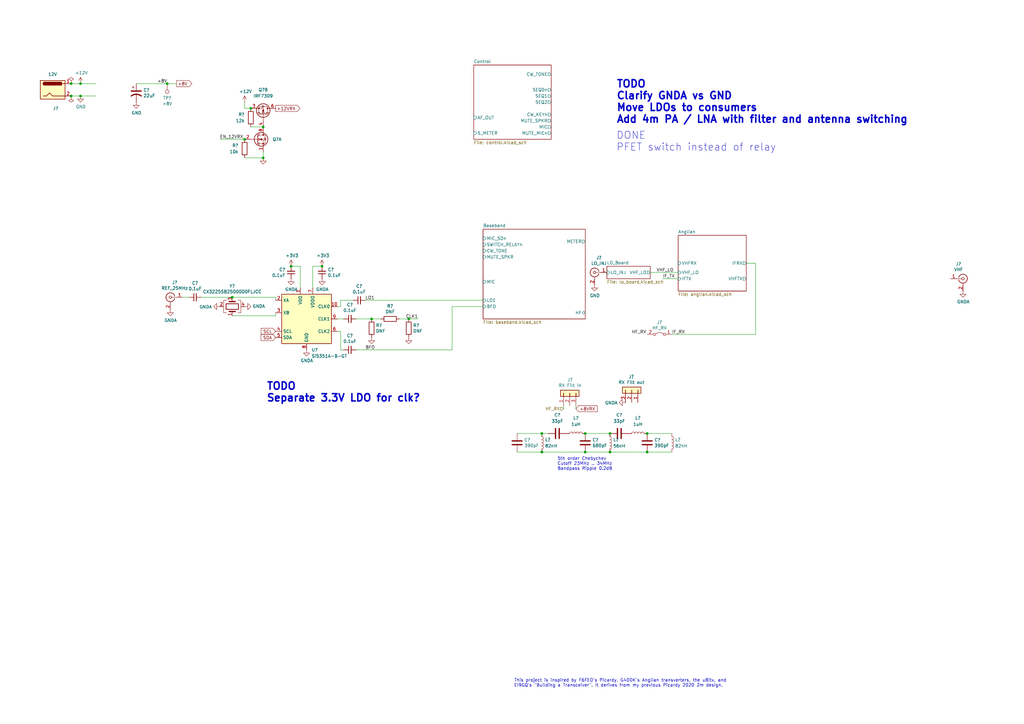
<source format=kicad_sch>
(kicad_sch (version 20211123) (generator eeschema)

  (uuid 7c83c304-769a-4be4-890e-297aba22b5b9)

  (paper "A3")

  (title_block
    (title "DART-70 TRX")
    (date "2023-01-15")
    (rev "0")
    (company "HB9EGM")
    (comment 1 "A 4m Band SSB/CW Transceiver")
  )

  

  (junction (at 191.77 -24.13) (diameter 0) (color 0 0 0 0)
    (uuid 0152b359-efb4-4746-8f92-d55aafcbed75)
  )
  (junction (at 177.8 -29.21) (diameter 0) (color 0 0 0 0)
    (uuid 0757afa3-c7b9-46d4-ab18-34655039a8b1)
  )
  (junction (at 29.21 34.29) (diameter 0) (color 0 0 0 0)
    (uuid 0a082e3d-5a37-45bf-9936-1925b33d6b4f)
  )
  (junction (at 222.25 177.8) (diameter 0) (color 0 0 0 0)
    (uuid 0f37b587-17c8-4f47-b253-2cf37d019d4a)
  )
  (junction (at 152.4 130.81) (diameter 0) (color 0 0 0 0)
    (uuid 11ea7b85-b26d-4a7d-aaed-956352284452)
  )
  (junction (at 33.02 39.37) (diameter 0) (color 0 0 0 0)
    (uuid 1484c051-867b-42a2-ab15-344bd0f662a5)
  )
  (junction (at 33.02 34.29) (diameter 0) (color 0 0 0 0)
    (uuid 1fa90692-7773-42d6-8ba8-8ed55432226b)
  )
  (junction (at 191.77 -13.97) (diameter 0) (color 0 0 0 0)
    (uuid 24cf2881-22c9-4bae-ba47-4bf6b6501332)
  )
  (junction (at 29.21 39.37) (diameter 0) (color 0 0 0 0)
    (uuid 2bb5e7ab-7e6e-4e4b-8997-824caea277e9)
  )
  (junction (at 250.19 185.42) (diameter 0) (color 0 0 0 0)
    (uuid 33f289fa-48b2-488e-ac1c-9e506fdc5998)
  )
  (junction (at 240.03 185.42) (diameter 0) (color 0 0 0 0)
    (uuid 3a862fcc-728d-46ff-aba4-42ab7b8a4597)
  )
  (junction (at 119.38 109.22) (diameter 0) (color 0 0 0 0)
    (uuid 3c03082b-2981-4df2-bc33-6ce03d4158b2)
  )
  (junction (at 265.43 185.42) (diameter 0) (color 0 0 0 0)
    (uuid 3d21ed2c-8af2-40b8-995b-0086b5ca387d)
  )
  (junction (at 132.08 109.22) (diameter 0) (color 0 0 0 0)
    (uuid 4049e650-6035-45af-a547-48a992b127be)
  )
  (junction (at 222.25 185.42) (diameter 0) (color 0 0 0 0)
    (uuid 57dc6ee5-bba6-4f16-804b-6425d5f6f958)
  )
  (junction (at 100.33 57.15) (diameter 0) (color 0 0 0 0)
    (uuid 659cbda1-195b-4dee-97c3-18db29658531)
  )
  (junction (at 68.58 34.29) (diameter 0) (color 0 0 0 0)
    (uuid 7a908d51-c916-43aa-8fdb-2e4bdec6c043)
  )
  (junction (at 102.87 44.45) (diameter 0) (color 0 0 0 0)
    (uuid 8bfbb559-df73-492c-ad12-a39947b8a2e2)
  )
  (junction (at 240.03 177.8) (diameter 0) (color 0 0 0 0)
    (uuid 987a9aa5-4951-4afc-b306-454b5942bab1)
  )
  (junction (at 96.52 -43.18) (diameter 0) (color 0 0 0 0)
    (uuid 9a3fa19c-537d-4296-bb63-989030ca8dd5)
  )
  (junction (at 167.64 130.81) (diameter 0) (color 0 0 0 0)
    (uuid a9fed849-c0d2-45ff-802c-7da3e4c52c0a)
  )
  (junction (at 173.99 -45.72) (diameter 0) (color 0 0 0 0)
    (uuid ae1a40c3-8b72-46ce-b51f-f66ab23f0401)
  )
  (junction (at 86.36 -35.56) (diameter 0) (color 0 0 0 0)
    (uuid aeb1da01-4a44-4c30-b05f-9cec7ebba856)
  )
  (junction (at 265.43 177.8) (diameter 0) (color 0 0 0 0)
    (uuid b0bf6e1a-51f0-4f7d-a90d-b322f5d335e7)
  )
  (junction (at 96.52 -30.48) (diameter 0) (color 0 0 0 0)
    (uuid b80a4902-9741-47e8-9dca-09d8045e2d8b)
  )
  (junction (at 250.19 177.8) (diameter 0) (color 0 0 0 0)
    (uuid c8056791-56cd-4c36-8a94-cde805b65787)
  )
  (junction (at 158.75 -36.83) (diameter 0) (color 0 0 0 0)
    (uuid cf54eac6-4e22-42ca-9fa6-d7f7535b6530)
  )
  (junction (at 107.95 52.07) (diameter 0) (color 0 0 0 0)
    (uuid d7598061-e53a-4897-bd5a-90ba110b288c)
  )
  (junction (at 107.95 64.77) (diameter 0) (color 0 0 0 0)
    (uuid d8adb49f-2126-4723-8ce9-bf1a7117d37d)
  )
  (junction (at 177.8 -64.77) (diameter 0) (color 0 0 0 0)
    (uuid dc520be7-881a-4735-9002-cdc0b833e252)
  )
  (junction (at 177.8 -19.05) (diameter 0) (color 0 0 0 0)
    (uuid e4c71d8a-072b-43af-bb3d-19949410773e)
  )
  (junction (at 167.64 -57.15) (diameter 0) (color 0 0 0 0)
    (uuid eab8e06d-9f8a-4cc4-98b1-c84befd02f61)
  )
  (junction (at 95.25 121.92) (diameter 0) (color 0 0 0 0)
    (uuid f8c9e2c3-818f-482b-ad48-f9fb56a455b0)
  )
  (junction (at 92.71 -15.24) (diameter 0) (color 0 0 0 0)
    (uuid fce80799-beee-488e-8575-c5bbc1daac9f)
  )

  (wire (pts (xy 29.21 39.37) (xy 33.02 39.37))
    (stroke (width 0) (type default) (color 0 0 0 0))
    (uuid 002154dd-fd21-426e-8f51-d82382197384)
  )
  (wire (pts (xy 55.88 34.29) (xy 68.58 34.29))
    (stroke (width 0) (type default) (color 0 0 0 0))
    (uuid 02b52dff-2945-47f9-b8fd-a704fc1af2fd)
  )
  (wire (pts (xy 139.7 125.73) (xy 138.43 125.73))
    (stroke (width 0) (type default) (color 0 0 0 0))
    (uuid 05f6334e-7131-4999-b788-1681af60d6df)
  )
  (wire (pts (xy 194.31 -13.97) (xy 191.77 -13.97))
    (stroke (width 0) (type default) (color 0 0 0 0))
    (uuid 0ddf1d64-9780-4d45-bbe9-e1ef7d2537e3)
  )
  (wire (pts (xy 236.22 166.37) (xy 236.22 167.64))
    (stroke (width 0) (type default) (color 0 0 0 0))
    (uuid 0deec689-066c-4887-ab4f-5d454bc03f5d)
  )
  (wire (pts (xy 240.03 177.8) (xy 250.19 177.8))
    (stroke (width 0) (type default) (color 0 0 0 0))
    (uuid 0f7e9d14-4334-4f32-bfe9-92fd215fb88d)
  )
  (wire (pts (xy 173.99 -45.72) (xy 170.18 -45.72))
    (stroke (width 0) (type default) (color 0 0 0 0))
    (uuid 1027526d-9981-4041-9e9b-7c2a66061466)
  )
  (wire (pts (xy 149.86 123.19) (xy 198.12 123.19))
    (stroke (width 0) (type default) (color 0 0 0 0))
    (uuid 1191af19-dd21-435c-962e-d45775056556)
  )
  (wire (pts (xy 162.56 -45.72) (xy 158.75 -45.72))
    (stroke (width 0) (type default) (color 0 0 0 0))
    (uuid 141df3ac-0b03-40e1-a2cc-eb98174af7ef)
  )
  (wire (pts (xy 266.7 111.76) (xy 278.13 111.76))
    (stroke (width 0) (type default) (color 0 0 0 0))
    (uuid 16d650b6-9ff4-4a97-bbf7-5da504a0440c)
  )
  (wire (pts (xy 158.75 -45.72) (xy 158.75 -36.83))
    (stroke (width 0) (type default) (color 0 0 0 0))
    (uuid 17173695-2043-4565-af3d-54fde6f23867)
  )
  (wire (pts (xy 100.33 41.91) (xy 100.33 44.45))
    (stroke (width 0) (type default) (color 0 0 0 0))
    (uuid 19f7333f-620c-4627-8d45-6f7912433af1)
  )
  (wire (pts (xy 275.59 137.16) (xy 309.88 137.16))
    (stroke (width 0) (type default) (color 0 0 0 0))
    (uuid 1c1df546-e0b8-4938-af9a-11a2d54628f4)
  )
  (wire (pts (xy 306.07 107.95) (xy 309.88 107.95))
    (stroke (width 0) (type default) (color 0 0 0 0))
    (uuid 1cb9b8d4-2927-4719-a3be-e6664e0d1c37)
  )
  (wire (pts (xy 173.99 -36.83) (xy 173.99 -45.72))
    (stroke (width 0) (type default) (color 0 0 0 0))
    (uuid 20eb0878-92ed-4715-9bf2-99507d350dbd)
  )
  (wire (pts (xy 250.19 185.42) (xy 265.43 185.42))
    (stroke (width 0) (type default) (color 0 0 0 0))
    (uuid 24640bcb-dde4-41fa-827c-efb027cf3aa6)
  )
  (wire (pts (xy 191.77 -24.13) (xy 173.99 -24.13))
    (stroke (width 0) (type default) (color 0 0 0 0))
    (uuid 2a561ed9-b296-4e6a-a0dd-6002fa7fffdc)
  )
  (wire (pts (xy 138.43 130.81) (xy 140.97 130.81))
    (stroke (width 0) (type default) (color 0 0 0 0))
    (uuid 2a86319a-5a94-4745-ad80-6b5c02f72e82)
  )
  (wire (pts (xy 156.21 -36.83) (xy 158.75 -36.83))
    (stroke (width 0) (type default) (color 0 0 0 0))
    (uuid 2fb14d37-de49-4570-be15-220be096d7ff)
  )
  (wire (pts (xy 222.25 177.8) (xy 224.79 177.8))
    (stroke (width 0) (type default) (color 0 0 0 0))
    (uuid 378fac25-9ec9-4372-af8a-b41e5bae02dc)
  )
  (wire (pts (xy 173.99 -29.21) (xy 177.8 -29.21))
    (stroke (width 0) (type default) (color 0 0 0 0))
    (uuid 3fa4ef37-d629-4ed6-8678-6d22f0acc54c)
  )
  (wire (pts (xy 107.95 -30.48) (xy 107.95 -40.64))
    (stroke (width 0) (type default) (color 0 0 0 0))
    (uuid 51a3f919-4f6b-4c1a-9e4b-219d7ae9f12e)
  )
  (wire (pts (xy 90.17 57.15) (xy 100.33 57.15))
    (stroke (width 0) (type default) (color 0 0 0 0))
    (uuid 52f536b5-e77f-4b31-8427-644dd3f72936)
  )
  (wire (pts (xy 231.14 167.64) (xy 231.14 166.37))
    (stroke (width 0) (type default) (color 0 0 0 0))
    (uuid 56879dcb-f19b-4ada-abf7-05788c417130)
  )
  (wire (pts (xy 33.02 39.37) (xy 39.37 39.37))
    (stroke (width 0) (type default) (color 0 0 0 0))
    (uuid 582ca415-c739-49c6-b2b7-df45a98331ed)
  )
  (wire (pts (xy 146.05 143.51) (xy 185.42 143.51))
    (stroke (width 0) (type default) (color 0 0 0 0))
    (uuid 5d903b1c-4e78-4db1-8b53-a464164d2e04)
  )
  (wire (pts (xy 185.42 125.73) (xy 185.42 143.51))
    (stroke (width 0) (type default) (color 0 0 0 0))
    (uuid 619d38b3-854d-4d48-abf2-cb1aa62b4054)
  )
  (wire (pts (xy 309.88 137.16) (xy 309.88 107.95))
    (stroke (width 0) (type default) (color 0 0 0 0))
    (uuid 64394dfa-e31e-44bd-aa2a-6740b72c9446)
  )
  (wire (pts (xy 33.02 34.29) (xy 39.37 34.29))
    (stroke (width 0) (type default) (color 0 0 0 0))
    (uuid 6465c817-6f2e-4e62-ac9d-f9a1d93df9e1)
  )
  (wire (pts (xy 144.78 123.19) (xy 139.7 123.19))
    (stroke (width 0) (type default) (color 0 0 0 0))
    (uuid 64e90390-0f4c-4cc1-bafa-363ce23516e9)
  )
  (wire (pts (xy 118.11 -36.83) (xy 118.11 -30.48))
    (stroke (width 0) (type default) (color 0 0 0 0))
    (uuid 65756912-fb86-4307-8753-f20d3967afa2)
  )
  (wire (pts (xy 102.87 52.07) (xy 107.95 52.07))
    (stroke (width 0) (type default) (color 0 0 0 0))
    (uuid 65ab6ccc-834e-4fd9-b802-a3de5308499d)
  )
  (wire (pts (xy 139.7 143.51) (xy 139.7 135.89))
    (stroke (width 0) (type default) (color 0 0 0 0))
    (uuid 65dd0601-a23d-4c5d-b924-966fc498cbfc)
  )
  (wire (pts (xy 165.1 -57.15) (xy 167.64 -57.15))
    (stroke (width 0) (type default) (color 0 0 0 0))
    (uuid 679e7359-1f41-4157-820d-71e9fa92b9e8)
  )
  (wire (pts (xy 139.7 135.89) (xy 138.43 135.89))
    (stroke (width 0) (type default) (color 0 0 0 0))
    (uuid 699bee8c-8bc3-4aa6-b4ed-0aa4d255078a)
  )
  (wire (pts (xy 128.27 109.22) (xy 128.27 118.11))
    (stroke (width 0) (type default) (color 0 0 0 0))
    (uuid 6b09c60c-c53b-47dd-b8b8-94f682cd2086)
  )
  (wire (pts (xy 177.8 -29.21) (xy 180.34 -29.21))
    (stroke (width 0) (type default) (color 0 0 0 0))
    (uuid 6ff35c52-f80d-4be2-993f-5faaf533a8b1)
  )
  (wire (pts (xy 194.31 -24.13) (xy 191.77 -24.13))
    (stroke (width 0) (type default) (color 0 0 0 0))
    (uuid 77b9c30c-9aa4-44bc-be4c-6cd8ec0bcef5)
  )
  (wire (pts (xy 177.8 -45.72) (xy 173.99 -45.72))
    (stroke (width 0) (type default) (color 0 0 0 0))
    (uuid 78222957-541d-4b7c-b031-c5c616b778fa)
  )
  (wire (pts (xy 146.05 130.81) (xy 152.4 130.81))
    (stroke (width 0) (type default) (color 0 0 0 0))
    (uuid 7d4200e5-e280-4699-af56-048ba84247d3)
  )
  (wire (pts (xy 173.99 -19.05) (xy 177.8 -19.05))
    (stroke (width 0) (type default) (color 0 0 0 0))
    (uuid 8396b690-3bab-4fa7-9e71-06ce2998ca0e)
  )
  (wire (pts (xy 140.97 143.51) (xy 139.7 143.51))
    (stroke (width 0) (type default) (color 0 0 0 0))
    (uuid 8e0abe23-8e7e-48a9-af11-f26197bd8fbf)
  )
  (wire (pts (xy 96.52 -30.48) (xy 92.71 -30.48))
    (stroke (width 0) (type default) (color 0 0 0 0))
    (uuid 9c52eb74-b8c8-4100-b844-c9be7c6d511d)
  )
  (wire (pts (xy 92.71 -15.24) (xy 92.71 -19.05))
    (stroke (width 0) (type default) (color 0 0 0 0))
    (uuid 9c9d09c2-fbb3-42fd-8022-a7107b60bdef)
  )
  (wire (pts (xy 132.08 109.22) (xy 128.27 109.22))
    (stroke (width 0) (type default) (color 0 0 0 0))
    (uuid 9d3a7a2b-8bae-4d82-8634-16a99f57e389)
  )
  (wire (pts (xy 177.8 -62.23) (xy 177.8 -64.77))
    (stroke (width 0) (type default) (color 0 0 0 0))
    (uuid 9f18b194-8748-47f0-aebf-8655660f6ba3)
  )
  (wire (pts (xy 96.52 -40.64) (xy 96.52 -43.18))
    (stroke (width 0) (type default) (color 0 0 0 0))
    (uuid a15bb254-7167-427e-9ec3-c4abcf53e5b1)
  )
  (wire (pts (xy 92.71 -26.67) (xy 92.71 -30.48))
    (stroke (width 0) (type default) (color 0 0 0 0))
    (uuid a5d8fc97-d7c1-4797-9d4b-768d4ee7add9)
  )
  (wire (pts (xy 177.8 -64.77) (xy 167.64 -64.77))
    (stroke (width 0) (type default) (color 0 0 0 0))
    (uuid a64d0ff6-4671-4b63-946a-c6b60f6772e2)
  )
  (wire (pts (xy 100.33 -15.24) (xy 92.71 -15.24))
    (stroke (width 0) (type default) (color 0 0 0 0))
    (uuid a731f80a-972f-45de-8f8a-42b0b7414eea)
  )
  (wire (pts (xy 212.09 177.8) (xy 222.25 177.8))
    (stroke (width 0) (type default) (color 0 0 0 0))
    (uuid b2bf2e05-3221-4db4-bda8-849a4532eddd)
  )
  (wire (pts (xy 107.95 62.23) (xy 107.95 64.77))
    (stroke (width 0) (type default) (color 0 0 0 0))
    (uuid b4949bee-fd9e-4c28-83dd-1d0b51850339)
  )
  (wire (pts (xy 177.8 -19.05) (xy 180.34 -19.05))
    (stroke (width 0) (type default) (color 0 0 0 0))
    (uuid bbc32856-07eb-4eaa-a774-dd368aed1682)
  )
  (wire (pts (xy 185.42 125.73) (xy 198.12 125.73))
    (stroke (width 0) (type default) (color 0 0 0 0))
    (uuid bbcbb418-4a5a-4344-a8f0-6ee0471c05a0)
  )
  (wire (pts (xy 139.7 123.19) (xy 139.7 125.73))
    (stroke (width 0) (type default) (color 0 0 0 0))
    (uuid bcb20d96-4c0e-4c98-a263-0cdd41ab15e5)
  )
  (wire (pts (xy 88.9 -35.56) (xy 86.36 -35.56))
    (stroke (width 0) (type default) (color 0 0 0 0))
    (uuid c0a01a64-7d1b-472d-8880-567c93d125ef)
  )
  (wire (pts (xy 123.19 109.22) (xy 123.19 118.11))
    (stroke (width 0) (type default) (color 0 0 0 0))
    (uuid c24d03f2-5bff-4d74-88e5-481cd2f1e035)
  )
  (wire (pts (xy 68.58 34.29) (xy 72.39 34.29))
    (stroke (width 0) (type default) (color 0 0 0 0))
    (uuid c2804cd9-3e42-4d67-ad5f-046296241a38)
  )
  (wire (pts (xy 123.19 -33.02) (xy 123.19 -30.48))
    (stroke (width 0) (type default) (color 0 0 0 0))
    (uuid c353b884-bf6e-4195-82d9-6e347a13f8f2)
  )
  (wire (pts (xy 212.09 185.42) (xy 222.25 185.42))
    (stroke (width 0) (type default) (color 0 0 0 0))
    (uuid c3ccffd0-5e76-4c65-89a9-fda2e5be31f6)
  )
  (wire (pts (xy 171.45 130.81) (xy 167.64 130.81))
    (stroke (width 0) (type default) (color 0 0 0 0))
    (uuid c48e879f-0b64-4f86-a8cf-003dbff29c4e)
  )
  (wire (pts (xy 156.21 130.81) (xy 152.4 130.81))
    (stroke (width 0) (type default) (color 0 0 0 0))
    (uuid cbbfb5e5-7e85-4367-b6a7-9b21fc6d9e17)
  )
  (wire (pts (xy 107.95 64.77) (xy 100.33 64.77))
    (stroke (width 0) (type default) (color 0 0 0 0))
    (uuid cc38d70f-19c1-4fb5-9f4f-506ef33fa169)
  )
  (wire (pts (xy 95.25 129.54) (xy 113.03 129.54))
    (stroke (width 0) (type default) (color 0 0 0 0))
    (uuid cc89f37d-2221-4ee8-a763-21432c733f93)
  )
  (wire (pts (xy 119.38 109.22) (xy 123.19 109.22))
    (stroke (width 0) (type default) (color 0 0 0 0))
    (uuid ceb52c7a-a12c-449a-be98-109b3a3bd409)
  )
  (wire (pts (xy 29.21 34.29) (xy 33.02 34.29))
    (stroke (width 0) (type default) (color 0 0 0 0))
    (uuid d18620ef-44b4-47e8-b939-bb0398e91c85)
  )
  (wire (pts (xy 113.03 121.92) (xy 113.03 123.19))
    (stroke (width 0) (type default) (color 0 0 0 0))
    (uuid d51dda35-7a1a-4d41-817a-7bb1f7f6ffd4)
  )
  (wire (pts (xy 83.82 -35.56) (xy 86.36 -35.56))
    (stroke (width 0) (type default) (color 0 0 0 0))
    (uuid d77b5383-1057-41f7-a864-97b50dcdeb67)
  )
  (wire (pts (xy 191.77 -13.97) (xy 173.99 -13.97))
    (stroke (width 0) (type default) (color 0 0 0 0))
    (uuid d9024b8b-b5ea-4176-a1e8-f745f68e348b)
  )
  (wire (pts (xy 100.33 -30.48) (xy 96.52 -30.48))
    (stroke (width 0) (type default) (color 0 0 0 0))
    (uuid db017b0a-0353-497a-a563-8390daa5d431)
  )
  (wire (pts (xy 240.03 185.42) (xy 250.19 185.42))
    (stroke (width 0) (type default) (color 0 0 0 0))
    (uuid e398653c-c0a3-4f5f-8e64-c2e4f2e156a7)
  )
  (wire (pts (xy 265.43 185.42) (xy 275.59 185.42))
    (stroke (width 0) (type default) (color 0 0 0 0))
    (uuid e52dd491-e671-4aa0-8f11-59505c0c6791)
  )
  (wire (pts (xy 265.43 177.8) (xy 275.59 177.8))
    (stroke (width 0) (type default) (color 0 0 0 0))
    (uuid e616422a-296c-4c3d-9126-d65d78ab0a16)
  )
  (wire (pts (xy 271.78 114.3) (xy 278.13 114.3))
    (stroke (width 0) (type default) (color 0 0 0 0))
    (uuid e8041e79-64e0-42dc-9c18-1cdcb2c92f8f)
  )
  (wire (pts (xy 177.8 -52.07) (xy 177.8 -45.72))
    (stroke (width 0) (type default) (color 0 0 0 0))
    (uuid e95411a5-cb15-4bfe-9998-b0239dde6f5e)
  )
  (wire (pts (xy 167.64 130.81) (xy 163.83 130.81))
    (stroke (width 0) (type default) (color 0 0 0 0))
    (uuid ea6f4611-7eac-4b21-b232-fff65a738b95)
  )
  (wire (pts (xy 82.55 121.92) (xy 95.25 121.92))
    (stroke (width 0) (type default) (color 0 0 0 0))
    (uuid ea97e745-2bac-4983-a78b-499e0f8d7b6d)
  )
  (wire (pts (xy 100.33 44.45) (xy 102.87 44.45))
    (stroke (width 0) (type default) (color 0 0 0 0))
    (uuid eab9c503-3cd1-4ca1-95eb-dfcf3401efaa)
  )
  (wire (pts (xy 96.52 -43.18) (xy 86.36 -43.18))
    (stroke (width 0) (type default) (color 0 0 0 0))
    (uuid eb3550c5-55d7-4b5a-8fbc-509d8db76263)
  )
  (wire (pts (xy 77.47 121.92) (xy 74.93 121.92))
    (stroke (width 0) (type default) (color 0 0 0 0))
    (uuid f38fd353-54b3-403a-9387-7ff36888e6a9)
  )
  (wire (pts (xy 222.25 185.42) (xy 240.03 185.42))
    (stroke (width 0) (type default) (color 0 0 0 0))
    (uuid f4fd388d-525b-458c-9fc0-2f9761558457)
  )
  (wire (pts (xy 95.25 121.92) (xy 113.03 121.92))
    (stroke (width 0) (type default) (color 0 0 0 0))
    (uuid f7008c47-327e-4961-9c20-bbaf09b0d636)
  )
  (wire (pts (xy 113.03 129.54) (xy 113.03 128.27))
    (stroke (width 0) (type default) (color 0 0 0 0))
    (uuid f841e691-04bf-4057-bcb4-476ba3910c05)
  )
  (wire (pts (xy 170.18 -57.15) (xy 167.64 -57.15))
    (stroke (width 0) (type default) (color 0 0 0 0))
    (uuid ff109602-9cbf-44b4-9f41-7af8b1629863)
  )

  (text "DONE\nPFET switch instead of relay" (at 252.73 62.23 0)
    (effects (font (size 3 3)) (justify left bottom))
    (uuid 4875a109-b5a5-4c66-bceb-22c84659843a)
  )
  (text "5th order Chebychev\nCutoff 23MHz .. 34MHz\nBandpass Ripple 0.2dB"
    (at 228.6 193.04 0)
    (effects (font (size 1.27 1.27)) (justify left bottom))
    (uuid 5683de0f-9986-4f35-9c26-10f4a2cf018a)
  )
  (text "TODO\nClarify GNDA vs GND\nMove LDOs to consumers\nAdd 4m PA / LNA with filter and antenna switching"
    (at 252.73 50.8 0)
    (effects (font (size 3 3) bold) (justify left bottom))
    (uuid bb2e7fd8-c90d-4499-afb3-dd966ff449a9)
  )
  (text "This project is inspired by F6FEO's Picardy, G4DDK's Anglian transverters, the uBitx, and\nEI9GQ's \"Building a Transceiver\". It derives from my previous Picardy 2020 2m design."
    (at 210.82 281.94 0)
    (effects (font (size 1.27 1.27)) (justify left bottom))
    (uuid cc99dfff-7e1c-41c9-90b0-50846ceea0a1)
  )
  (text "TODO\nSeparate 3.3V LDO for clk?" (at 109.22 165.1 0)
    (effects (font (size 3 3) (thickness 0.6) bold) (justify left bottom))
    (uuid ec42bbb7-00ad-45ed-b87f-2d3e85dc0756)
  )

  (label "CLK1" (at 171.45 130.81 180)
    (effects (font (size 1.27 1.27)) (justify right bottom))
    (uuid 37559495-9dfc-4a54-80ee-fad84f20dc2a)
  )
  (label "IF_TX" (at 271.78 114.3 0)
    (effects (font (size 1.27 1.27)) (justify left bottom))
    (uuid 5e96c9dc-ed42-4301-8cfa-b8b1c20a3dd6)
  )
  (label "+8V" (at 158.75 -26.67 180)
    (effects (font (size 1.27 1.27)) (justify right bottom))
    (uuid 71b17479-6c39-4753-b20d-a825c2451b12)
  )
  (label "EN_12VRX" (at 90.17 57.15 0)
    (effects (font (size 1.27 1.27)) (justify left bottom))
    (uuid 80987d0c-872e-4888-9189-38df98179868)
  )
  (label "VHF_LO" (at 269.24 111.76 0)
    (effects (font (size 1.27 1.27)) (justify left bottom))
    (uuid 8c29f5ca-49c7-4f16-ac34-557eb034e274)
  )
  (label "HF_RX" (at 259.08 137.16 0)
    (effects (font (size 1.27 1.27)) (justify left bottom))
    (uuid 99e1a020-d6ac-49ff-9b1f-b629705ce0c7)
  )
  (label "LO1" (at 149.86 123.19 0)
    (effects (font (size 1.27 1.27)) (justify left bottom))
    (uuid b1685444-7ed2-49f0-840b-5ade5d456940)
  )
  (label "IF_RX" (at 275.59 137.16 0)
    (effects (font (size 1.27 1.27)) (justify left bottom))
    (uuid ba916ec2-374d-448c-88be-e317fba10eb9)
  )
  (label "+8V" (at 68.58 34.29 180)
    (effects (font (size 1.27 1.27)) (justify right bottom))
    (uuid ccb112fb-238f-470d-98ee-5268983c8063)
  )
  (label "+5V" (at 158.75 -16.51 180)
    (effects (font (size 1.27 1.27)) (justify right bottom))
    (uuid db1512d6-86ff-4ba1-93b7-50fbe567100d)
  )
  (label "BFO" (at 149.86 143.51 0)
    (effects (font (size 1.27 1.27)) (justify left bottom))
    (uuid e316d376-2303-43ce-9137-3f0af976260d)
  )

  (global_label "+8VRX" (shape output) (at 180.34 -29.21 0) (fields_autoplaced)
    (effects (font (size 1.27 1.27)) (justify left))
    (uuid 3417c179-abc1-4445-8bc4-05a59807c76e)
    (property "Intersheet References" "${INTERSHEET_REFS}" (id 0) (at -48.26 -134.62 0)
      (effects (font (size 1.27 1.27)) hide)
    )
  )
  (global_label "+5VRX" (shape output) (at 180.34 -19.05 0) (fields_autoplaced)
    (effects (font (size 1.27 1.27)) (justify left))
    (uuid 4b9d4d77-0d85-4888-ab24-4d18c007dda5)
    (property "Intersheet References" "${INTERSHEET_REFS}" (id 0) (at -48.26 -134.62 0)
      (effects (font (size 1.27 1.27)) hide)
    )
  )
  (global_label "+8VRX" (shape input) (at 236.22 167.64 0) (fields_autoplaced)
    (effects (font (size 1.27 1.27)) (justify left))
    (uuid 4c3ad136-5be9-4513-80de-9cc4704b7b0d)
    (property "Intersheet References" "${INTERSHEET_REFS}" (id 0) (at 210.82 139.7 0)
      (effects (font (size 1.27 1.27)) hide)
    )
  )
  (global_label "SDA" (shape input) (at 113.03 138.43 180) (fields_autoplaced)
    (effects (font (size 1.27 1.27)) (justify right))
    (uuid 7b27748e-95b6-4e72-a559-44948dc7382e)
    (property "Intersheet References" "${INTERSHEET_REFS}" (id 0) (at -92.71 86.36 0)
      (effects (font (size 1.27 1.27)) hide)
    )
  )
  (global_label "+8VTX" (shape output) (at 194.31 -24.13 0) (fields_autoplaced)
    (effects (font (size 1.27 1.27)) (justify left))
    (uuid 844ba300-8900-4c41-ad3f-38f6b29543c7)
    (property "Intersheet References" "${INTERSHEET_REFS}" (id 0) (at -48.26 -134.62 0)
      (effects (font (size 1.27 1.27)) hide)
    )
  )
  (global_label "+8V" (shape output) (at 72.39 34.29 0) (fields_autoplaced)
    (effects (font (size 1.27 1.27)) (justify left))
    (uuid 934215ee-f64c-4f2e-aab1-091430a300e6)
    (property "Intersheet References" "${INTERSHEET_REFS}" (id 0) (at -100.33 -27.94 0)
      (effects (font (size 1.27 1.27)) hide)
    )
  )
  (global_label "SCL" (shape input) (at 113.03 135.89 180) (fields_autoplaced)
    (effects (font (size 1.27 1.27)) (justify right))
    (uuid c9ecb380-e98f-45c6-b8cb-94efe9240021)
    (property "Intersheet References" "${INTERSHEET_REFS}" (id 0) (at -92.71 86.36 0)
      (effects (font (size 1.27 1.27)) hide)
    )
  )
  (global_label "+12VRX" (shape output) (at 113.03 44.45 0) (fields_autoplaced)
    (effects (font (size 1.27 1.27)) (justify left))
    (uuid db9f82e4-09d6-4707-b385-45f3444d0874)
    (property "Intersheet References" "${INTERSHEET_REFS}" (id 0) (at 123.0026 44.3706 0)
      (effects (font (size 1.27 1.27)) (justify left) hide)
    )
  )
  (global_label "+5VTX" (shape output) (at 194.31 -13.97 0) (fields_autoplaced)
    (effects (font (size 1.27 1.27)) (justify left))
    (uuid e3ebd44c-7a2f-46b8-928c-cac56d9f0924)
    (property "Intersheet References" "${INTERSHEET_REFS}" (id 0) (at -48.26 -134.62 0)
      (effects (font (size 1.27 1.27)) hide)
    )
  )

  (hierarchical_label "HF_RX" (shape input) (at 231.14 167.64 180)
    (effects (font (size 1.27 1.27)) (justify right))
    (uuid 11e418f9-cbf0-44c9-bf78-4cd79f105743)
  )
  (hierarchical_label "SWITCH_RELAYn" (shape input) (at 68.58 -35.56 180)
    (effects (font (size 1.27 1.27)) (justify right))
    (uuid a1830f45-f348-45e4-b2fb-0eb73dd068b0)
  )
  (hierarchical_label "SWITCH_5V_8V_TXn" (shape input) (at 149.86 -57.15 180)
    (effects (font (size 1.27 1.27)) (justify right))
    (uuid f9d59956-b4fc-4978-be04-3901b5e6face)
  )

  (symbol (lib_id "Diode:1N4148W") (at 166.37 -45.72 180) (unit 1)
    (in_bom yes) (on_board yes)
    (uuid 023c7d59-e0da-44fc-98f8-8b5141ecf6ca)
    (property "Reference" "D?" (id 0) (at 166.37 -51.2318 0))
    (property "Value" "1N4148W" (id 1) (at 166.37 -48.9204 0))
    (property "Footprint" "Diode_SMD:D_SOD-123F" (id 2) (at 166.37 -50.165 0)
      (effects (font (size 1.27 1.27)) hide)
    )
    (property "Datasheet" "https://www.vishay.com/docs/85748/1n4148w.pdf" (id 3) (at 166.37 -45.72 0)
      (effects (font (size 1.27 1.27)) hide)
    )
    (property "MPN" "1N4148W" (id 4) (at 166.37 -45.72 0)
      (effects (font (size 1.27 1.27)) hide)
    )
    (property "Need_order" "" (id 5) (at 166.37 -45.72 0)
      (effects (font (size 1.27 1.27)) hide)
    )
    (pin "1" (uuid 79f54e10-404a-4de1-bd69-17d4636a35a2))
    (pin "2" (uuid 3905c18b-1d10-4d37-9e0c-05d99347c5da))
  )

  (symbol (lib_id "Device:L") (at 222.25 181.61 0) (unit 1)
    (in_bom yes) (on_board yes) (fields_autoplaced)
    (uuid 059bfdce-a55c-480c-b03f-871866a73262)
    (property "Reference" "L?" (id 0) (at 223.52 180.3399 0)
      (effects (font (size 1.27 1.27)) (justify left))
    )
    (property "Value" "82nH" (id 1) (at 223.52 182.8799 0)
      (effects (font (size 1.27 1.27)) (justify left))
    )
    (property "Footprint" "Inductor_SMD:L_0805_2012Metric_Pad1.15x1.40mm_HandSolder" (id 2) (at 222.25 181.61 0)
      (effects (font (size 1.27 1.27)) hide)
    )
    (property "Datasheet" "~" (id 3) (at 222.25 181.61 0)
      (effects (font (size 1.27 1.27)) hide)
    )
    (property "MPN" "LQW2BAS82NJ00L" (id 4) (at 222.25 181.61 0)
      (effects (font (size 1.27 1.27)) hide)
    )
    (property "Need_order" "1" (id 5) (at 222.25 181.61 0)
      (effects (font (size 1.27 1.27)) hide)
    )
    (pin "1" (uuid 54f3b96d-33bd-4085-8f53-1d6b747b4816))
    (pin "2" (uuid 477f305f-c65c-4848-b1cf-0a0d40a9c67d))
  )

  (symbol (lib_id "Device:CP1") (at 55.88 38.1 0) (unit 1)
    (in_bom yes) (on_board yes)
    (uuid 07d93d30-1807-419c-ab93-f9c56b415b45)
    (property "Reference" "C?" (id 0) (at 58.801 36.9316 0)
      (effects (font (size 1.27 1.27)) (justify left))
    )
    (property "Value" "22uF" (id 1) (at 58.801 39.243 0)
      (effects (font (size 1.27 1.27)) (justify left))
    )
    (property "Footprint" "Capacitor_SMD:C_1210_3225Metric_Pad1.42x2.65mm_HandSolder" (id 2) (at 55.88 38.1 0)
      (effects (font (size 1.27 1.27)) hide)
    )
    (property "Datasheet" "~" (id 3) (at 55.88 38.1 0)
      (effects (font (size 1.27 1.27)) hide)
    )
    (property "MPN" "stash tantalum" (id 4) (at 55.88 38.1 0)
      (effects (font (size 1.27 1.27)) hide)
    )
    (property "Need_order" "" (id 5) (at 55.88 38.1 0)
      (effects (font (size 1.27 1.27)) hide)
    )
    (property "OriginalValue" "" (id 6) (at 55.88 38.1 0)
      (effects (font (size 1.27 1.27)) hide)
    )
    (pin "1" (uuid 02807341-1b46-43ae-96b0-78e2f6241af5))
    (pin "2" (uuid 98003322-24ed-44b2-bbfc-a612e4401c51))
  )

  (symbol (lib_id "power:+3.3V") (at 132.08 109.22 0) (unit 1)
    (in_bom yes) (on_board yes)
    (uuid 0a66f684-42c8-4454-8b00-30b8c4ea5d56)
    (property "Reference" "#PWR?" (id 0) (at 132.08 113.03 0)
      (effects (font (size 1.27 1.27)) hide)
    )
    (property "Value" "+3.3V" (id 1) (at 132.461 104.8258 0))
    (property "Footprint" "" (id 2) (at 132.08 109.22 0)
      (effects (font (size 1.27 1.27)) hide)
    )
    (property "Datasheet" "" (id 3) (at 132.08 109.22 0)
      (effects (font (size 1.27 1.27)) hide)
    )
    (pin "1" (uuid 2b1c22a2-3bee-4d20-b723-68da98a1fc64))
  )

  (symbol (lib_id "Diode:1N4148W") (at 92.71 -22.86 270) (unit 1)
    (in_bom yes) (on_board yes)
    (uuid 0df0aab9-ac02-434a-ad22-72c07912fcd6)
    (property "Reference" "D?" (id 0) (at 90.678 -24.0284 90)
      (effects (font (size 1.27 1.27)) (justify right))
    )
    (property "Value" "1N4148W" (id 1) (at 90.678 -21.717 90)
      (effects (font (size 1.27 1.27)) (justify right))
    )
    (property "Footprint" "Diode_SMD:D_SOD-123F" (id 2) (at 88.265 -22.86 0)
      (effects (font (size 1.27 1.27)) hide)
    )
    (property "Datasheet" "https://www.vishay.com/docs/85748/1n4148w.pdf" (id 3) (at 92.71 -22.86 0)
      (effects (font (size 1.27 1.27)) hide)
    )
    (property "MPN" "1N4148W" (id 4) (at 92.71 -22.86 0)
      (effects (font (size 1.27 1.27)) hide)
    )
    (property "Need_order" "" (id 5) (at 92.71 -22.86 0)
      (effects (font (size 1.27 1.27)) hide)
    )
    (pin "1" (uuid 5c5c790b-1c44-4cb1-8226-1bfb0bd2a8cb))
    (pin "2" (uuid f94adeab-23ff-4f9e-a9a3-6819d19ee090))
  )

  (symbol (lib_id "Device:R") (at 167.64 -60.96 0) (unit 1)
    (in_bom yes) (on_board yes)
    (uuid 134dd1ad-afc9-4161-b3c6-831b9caf39cb)
    (property "Reference" "R?" (id 0) (at 169.418 -62.1284 0)
      (effects (font (size 1.27 1.27)) (justify left))
    )
    (property "Value" "4k7" (id 1) (at 169.418 -59.817 0)
      (effects (font (size 1.27 1.27)) (justify left))
    )
    (property "Footprint" "Resistor_SMD:R_0603_1608Metric_Pad1.05x0.95mm_HandSolder" (id 2) (at 165.862 -60.96 90)
      (effects (font (size 1.27 1.27)) hide)
    )
    (property "Datasheet" "~" (id 3) (at 167.64 -60.96 0)
      (effects (font (size 1.27 1.27)) hide)
    )
    (property "Need_order" "" (id 4) (at 167.64 -60.96 0)
      (effects (font (size 1.27 1.27)) hide)
    )
    (pin "1" (uuid 11d8872f-1b38-4916-a5b3-713e58624bf6))
    (pin "2" (uuid bc5a49fd-eaea-4523-b32f-2afe4b8ecbd5))
  )

  (symbol (lib_id "power:GNDA") (at 125.73 143.51 0) (unit 1)
    (in_bom yes) (on_board yes)
    (uuid 15141d00-2169-455b-946f-57f60b1f9d23)
    (property "Reference" "#PWR?" (id 0) (at 125.73 149.86 0)
      (effects (font (size 1.27 1.27)) hide)
    )
    (property "Value" "GNDA" (id 1) (at 125.857 147.9042 0))
    (property "Footprint" "" (id 2) (at 125.73 143.51 0)
      (effects (font (size 1.27 1.27)) hide)
    )
    (property "Datasheet" "" (id 3) (at 125.73 143.51 0)
      (effects (font (size 1.27 1.27)) hide)
    )
    (pin "1" (uuid 05bccfcd-5ecd-4a29-baec-9be101d2d22a))
  )

  (symbol (lib_id "power:PWR_FLAG") (at 29.21 34.29 0) (unit 1)
    (in_bom yes) (on_board yes)
    (uuid 17f19d51-1d48-4b41-9e1f-1ae8f8799dc5)
    (property "Reference" "#FLG?" (id 0) (at 29.21 32.385 0)
      (effects (font (size 1.27 1.27)) hide)
    )
    (property "Value" "PWR_FLAG" (id 1) (at 29.21 31.0642 90)
      (effects (font (size 1.27 1.27)) (justify left) hide)
    )
    (property "Footprint" "" (id 2) (at 29.21 34.29 0)
      (effects (font (size 1.27 1.27)) hide)
    )
    (property "Datasheet" "~" (id 3) (at 29.21 34.29 0)
      (effects (font (size 1.27 1.27)) hide)
    )
    (pin "1" (uuid b075df74-cc2c-4cf8-b10c-4a6f9df277a3))
  )

  (symbol (lib_id "Device:C") (at 240.03 181.61 0) (unit 1)
    (in_bom yes) (on_board yes)
    (uuid 1a2f8f90-1bf0-4430-a952-447801ded9d0)
    (property "Reference" "C?" (id 0) (at 242.951 180.4416 0)
      (effects (font (size 1.27 1.27)) (justify left))
    )
    (property "Value" "680pF" (id 1) (at 242.951 182.753 0)
      (effects (font (size 1.27 1.27)) (justify left))
    )
    (property "Footprint" "Capacitor_SMD:C_0603_1608Metric_Pad1.05x0.95mm_HandSolder" (id 2) (at 240.9952 185.42 0)
      (effects (font (size 1.27 1.27)) hide)
    )
    (property "Datasheet" "~" (id 3) (at 240.03 181.61 0)
      (effects (font (size 1.27 1.27)) hide)
    )
    (property "MPN" "" (id 4) (at 240.03 181.61 0)
      (effects (font (size 1.27 1.27)) hide)
    )
    (property "Need_order" "1" (id 5) (at 240.03 181.61 0)
      (effects (font (size 1.27 1.27)) hide)
    )
    (pin "1" (uuid 7836fd34-c096-4ce5-a173-7f0008dc3019))
    (pin "2" (uuid 09723223-bc98-4871-b146-19568f3cb545))
  )

  (symbol (lib_id "Transistor_FET:IRF7309IPBF") (at 105.41 57.15 0) (unit 1)
    (in_bom yes) (on_board yes) (fields_autoplaced)
    (uuid 1a45911e-c79d-47cc-b39e-1f0c6d42a0a1)
    (property "Reference" "Q?" (id 0) (at 111.76 57.1499 0)
      (effects (font (size 1.27 1.27)) (justify left))
    )
    (property "Value" "IRF7309IPBF" (id 1) (at 111.76 58.4199 0)
      (effects (font (size 1.27 1.27)) (justify left) hide)
    )
    (property "Footprint" "Package_SO:SOIC-8_3.9x4.9mm_P1.27mm" (id 2) (at 110.49 59.055 0)
      (effects (font (size 1.27 1.27)) (justify left) hide)
    )
    (property "Datasheet" "http://www.irf.com/product-info/datasheets/data/irf7309ipbf.pdf" (id 3) (at 107.95 57.15 0)
      (effects (font (size 1.27 1.27)) (justify left) hide)
    )
    (pin "1" (uuid ffc7224c-34c5-4ee6-b916-f21ed40aee73))
    (pin "2" (uuid ee12bc96-a887-4d64-bbbd-73eba27f108f))
    (pin "7" (uuid d2cb9278-9ab8-4d00-8ea4-7c617d607281))
    (pin "8" (uuid 400fcf0d-f9d7-44ef-8b60-5390ace80808))
    (pin "3" (uuid ba8cc049-c105-4de1-878b-b1dbe6de7d57))
    (pin "4" (uuid 4e37fb9e-80ab-4142-a214-915c8a797024))
    (pin "5" (uuid d21acb24-22d5-4f00-99de-a550b2e303b5))
    (pin "6" (uuid 97974bf9-8a18-4bae-af65-2a4432a530f7))
  )

  (symbol (lib_id "Transistor_BJT:BC856W") (at 175.26 -57.15 0) (mirror x) (unit 1)
    (in_bom yes) (on_board yes)
    (uuid 1c1b5978-c667-4e8a-8a4f-0d7426b01ab8)
    (property "Reference" "Q?" (id 0) (at 180.086 -58.3184 0)
      (effects (font (size 1.27 1.27)) (justify left))
    )
    (property "Value" "BC856W" (id 1) (at 180.086 -56.007 0)
      (effects (font (size 1.27 1.27)) (justify left))
    )
    (property "Footprint" "Package_TO_SOT_SMD:SOT-323_SC-70" (id 2) (at 180.34 -59.055 0)
      (effects (font (size 1.27 1.27) italic) (justify left) hide)
    )
    (property "Datasheet" "http://www.fairchildsemi.com/ds/BC/BC856.pdf" (id 3) (at 175.26 -57.15 0)
      (effects (font (size 1.27 1.27)) (justify left) hide)
    )
    (property "MPN" "BC856W" (id 4) (at 175.26 -57.15 0)
      (effects (font (size 1.27 1.27)) hide)
    )
    (property "Need_order" "" (id 5) (at 175.26 -57.15 0)
      (effects (font (size 1.27 1.27)) hide)
    )
    (pin "1" (uuid 97145c99-6fe4-4054-8c53-38dc520dfd85))
    (pin "2" (uuid 2022a07e-1db3-442a-a2c2-f8f2af28a504))
    (pin "3" (uuid 1bf023ab-8e17-4c21-a059-723a0ffb063b))
  )

  (symbol (lib_id "Device:C_Small") (at 147.32 123.19 90) (unit 1)
    (in_bom yes) (on_board yes)
    (uuid 1f22f568-466b-4986-a14d-fd6fd88e1a92)
    (property "Reference" "C?" (id 0) (at 147.32 117.3734 90))
    (property "Value" "0.1uF" (id 1) (at 147.32 119.6848 90))
    (property "Footprint" "Capacitor_SMD:C_0603_1608Metric_Pad1.05x0.95mm_HandSolder" (id 2) (at 147.32 123.19 0)
      (effects (font (size 1.27 1.27)) hide)
    )
    (property "Datasheet" "~" (id 3) (at 147.32 123.19 0)
      (effects (font (size 1.27 1.27)) hide)
    )
    (property "MPN" "GRM188R71H104KA93D" (id 4) (at 147.32 123.19 0)
      (effects (font (size 1.27 1.27)) hide)
    )
    (property "Need_order" "" (id 5) (at 147.32 123.19 0)
      (effects (font (size 1.27 1.27)) hide)
    )
    (pin "1" (uuid 8fabf0b6-bf9e-4449-bba3-d9b551e56598))
    (pin "2" (uuid 3784a66d-521d-4a8e-af7c-0c11a9705603))
  )

  (symbol (lib_id "Connector:TestPoint") (at 191.77 -24.13 0) (unit 1)
    (in_bom yes) (on_board yes)
    (uuid 1f5a6f82-9529-48d1-a331-c369b700b519)
    (property "Reference" "TP?" (id 0) (at 191.77 -30.0482 0))
    (property "Value" "8VTX" (id 1) (at 191.77 -32.3596 0))
    (property "Footprint" "TestPoint:TestPoint_Pad_D1.5mm" (id 2) (at 196.85 -24.13 0)
      (effects (font (size 1.27 1.27)) hide)
    )
    (property "Datasheet" "~" (id 3) (at 196.85 -24.13 0)
      (effects (font (size 1.27 1.27)) hide)
    )
    (property "Need_order" "" (id 4) (at 191.77 -24.13 0)
      (effects (font (size 1.27 1.27)) hide)
    )
    (pin "1" (uuid 483de644-ec56-4547-ab7f-53d0be4ade3a))
  )

  (symbol (lib_id "power:GNDA") (at 119.38 114.3 0) (unit 1)
    (in_bom yes) (on_board yes)
    (uuid 1ff30586-c262-43a9-8e43-b3210a14f902)
    (property "Reference" "#PWR?" (id 0) (at 119.38 120.65 0)
      (effects (font (size 1.27 1.27)) hide)
    )
    (property "Value" "GNDA" (id 1) (at 119.507 118.6942 0))
    (property "Footprint" "" (id 2) (at 119.38 114.3 0)
      (effects (font (size 1.27 1.27)) hide)
    )
    (property "Datasheet" "" (id 3) (at 119.38 114.3 0)
      (effects (font (size 1.27 1.27)) hide)
    )
    (pin "1" (uuid 232e4c6f-ba1f-4c81-a477-65be299f183e))
  )

  (symbol (lib_id "Oscillator:Si5351A-B-GT") (at 125.73 130.81 0) (unit 1)
    (in_bom yes) (on_board yes) (fields_autoplaced)
    (uuid 21b72678-ff29-4b0c-910b-e8cac72cc05c)
    (property "Reference" "U?" (id 0) (at 127.7494 143.51 0)
      (effects (font (size 1.27 1.27)) (justify left))
    )
    (property "Value" "Si5351A-B-GT" (id 1) (at 127.7494 146.05 0)
      (effects (font (size 1.27 1.27)) (justify left))
    )
    (property "Footprint" "Package_SO:MSOP-10_3x3mm_P0.5mm" (id 2) (at 125.73 151.13 0)
      (effects (font (size 1.27 1.27)) hide)
    )
    (property "Datasheet" "https://www.silabs.com/documents/public/data-sheets/Si5351-B.pdf" (id 3) (at 116.84 133.35 0)
      (effects (font (size 1.27 1.27)) hide)
    )
    (property "MPN" "Si5351A-B-GT" (id 4) (at 125.73 130.81 0)
      (effects (font (size 1.27 1.27)) hide)
    )
    (property "Need_order" "" (id 5) (at 125.73 130.81 0)
      (effects (font (size 1.27 1.27)) hide)
    )
    (pin "1" (uuid 37ddf7ae-2fb0-4bba-9e77-0f14b9f3abc8))
    (pin "10" (uuid 0e4345a9-f908-4029-a0c6-352a6d6f74e2))
    (pin "2" (uuid 81683aef-4d22-4b74-87d6-4e0aae7316df))
    (pin "3" (uuid 3716f086-72e4-4820-9f4d-a2aa6817b89d))
    (pin "4" (uuid 3686fff4-6db1-4790-aa68-cd0dfe74238a))
    (pin "5" (uuid f4a3824a-1048-4060-936e-4ec3370c7965))
    (pin "6" (uuid 791b11cd-ebde-4cca-920c-34abbba025e3))
    (pin "7" (uuid 2709b76d-48d1-4a55-89e5-8584738a440f))
    (pin "8" (uuid eb634f5b-d996-405b-b6d0-39f6de663c26))
    (pin "9" (uuid 084ff32c-1d20-4730-a669-d359f0144400))
  )

  (symbol (lib_id "Device:R") (at 152.4 134.62 0) (unit 1)
    (in_bom yes) (on_board yes)
    (uuid 2359bb52-c517-40a0-91cc-c52df5063959)
    (property "Reference" "R?" (id 0) (at 154.178 133.4516 0)
      (effects (font (size 1.27 1.27)) (justify left))
    )
    (property "Value" "DNF" (id 1) (at 154.178 135.763 0)
      (effects (font (size 1.27 1.27)) (justify left))
    )
    (property "Footprint" "Resistor_SMD:R_0603_1608Metric_Pad1.05x0.95mm_HandSolder" (id 2) (at 150.622 134.62 90)
      (effects (font (size 1.27 1.27)) hide)
    )
    (property "Datasheet" "~" (id 3) (at 152.4 134.62 0)
      (effects (font (size 1.27 1.27)) hide)
    )
    (property "Need_order" "" (id 4) (at 152.4 134.62 0)
      (effects (font (size 1.27 1.27)) hide)
    )
    (pin "1" (uuid ba9ee4ad-a586-469b-9b71-16552315d426))
    (pin "2" (uuid dc6404f1-f3e6-4f85-999e-64b57f65807f))
  )

  (symbol (lib_id "power:GNDA") (at 256.54 165.1 270) (unit 1)
    (in_bom yes) (on_board yes)
    (uuid 243aa9f9-a129-4d8b-8707-0d2cae01d225)
    (property "Reference" "#PWR?" (id 0) (at 250.19 165.1 0)
      (effects (font (size 1.27 1.27)) hide)
    )
    (property "Value" "GNDA" (id 1) (at 253.3142 165.227 90)
      (effects (font (size 1.27 1.27)) (justify right))
    )
    (property "Footprint" "" (id 2) (at 256.54 165.1 0)
      (effects (font (size 1.27 1.27)) hide)
    )
    (property "Datasheet" "" (id 3) (at 256.54 165.1 0)
      (effects (font (size 1.27 1.27)) hide)
    )
    (pin "1" (uuid 61daf43d-54cb-444b-850c-60aac8fe83fe))
  )

  (symbol (lib_id "Device:C_Small") (at 119.38 111.76 180) (unit 1)
    (in_bom yes) (on_board yes)
    (uuid 35f82547-5ee1-4384-9d87-cf5e2a8d5d62)
    (property "Reference" "C?" (id 0) (at 117.0686 110.5916 0)
      (effects (font (size 1.27 1.27)) (justify left))
    )
    (property "Value" "0.1uF" (id 1) (at 117.0686 112.903 0)
      (effects (font (size 1.27 1.27)) (justify left))
    )
    (property "Footprint" "Capacitor_SMD:C_0603_1608Metric_Pad1.05x0.95mm_HandSolder" (id 2) (at 119.38 111.76 0)
      (effects (font (size 1.27 1.27)) hide)
    )
    (property "Datasheet" "~" (id 3) (at 119.38 111.76 0)
      (effects (font (size 1.27 1.27)) hide)
    )
    (property "MPN" "GRM188R71H104KA93D" (id 4) (at 119.38 111.76 0)
      (effects (font (size 1.27 1.27)) hide)
    )
    (property "Need_order" "" (id 5) (at 119.38 111.76 0)
      (effects (font (size 1.27 1.27)) hide)
    )
    (pin "1" (uuid 280086f9-0e32-41be-b3cd-bf2126b26695))
    (pin "2" (uuid 552da922-8eb6-4213-9f89-0553ddbd9cbf))
  )

  (symbol (lib_id "Relay:G6K-2") (at 166.37 -26.67 270) (unit 1)
    (in_bom yes) (on_board yes)
    (uuid 3c35e8c1-44a3-4695-8d74-5e45cb8dd1ff)
    (property "Reference" "K?" (id 0) (at 166.37 -9.525 90))
    (property "Value" "G6K-2F-RF-3V" (id 1) (at 166.37 -7.2136 90))
    (property "Footprint" "Relay_SMD:Relay_DPDT_Omron_G6K-2F" (id 2) (at 166.37 -26.67 0)
      (effects (font (size 1.27 1.27)) (justify left) hide)
    )
    (property "Datasheet" "http://omronfs.omron.com/en_US/ecb/products/pdf/en-g6k.pdf" (id 3) (at 166.37 -26.67 0)
      (effects (font (size 1.27 1.27)) hide)
    )
    (property "Need_order" "" (id 4) (at 166.37 -26.67 0)
      (effects (font (size 1.27 1.27)) hide)
    )
    (pin "1" (uuid e885c2b8-c9d4-4248-9d3c-b625c673f9eb))
    (pin "2" (uuid 0c4f72e5-24a5-4e5c-ba49-9d3d5e7b9524))
    (pin "3" (uuid 1613b207-2cb1-45ed-b2d1-ef4398eb519d))
    (pin "4" (uuid 64f2e3b1-a99a-42ff-94cc-30ca80471c0e))
    (pin "5" (uuid b9dce9ae-685e-4a3f-bc16-f250603a3acf))
    (pin "6" (uuid 2a6c5322-ecc7-417d-8ebb-fcd6fbf83ae3))
    (pin "7" (uuid 6da52200-5e0b-4c58-b6a1-3ffa80c9699d))
    (pin "8" (uuid c0745940-3b6a-4043-8b0f-32612edd27ee))
  )

  (symbol (lib_id "power:GNDA") (at 107.95 64.77 0) (unit 1)
    (in_bom yes) (on_board yes)
    (uuid 3f3f3534-00ec-405e-984b-da7c1864ba7b)
    (property "Reference" "#PWR?" (id 0) (at 107.95 71.12 0)
      (effects (font (size 1.27 1.27)) hide)
    )
    (property "Value" "GNDA" (id 1) (at 108.077 67.9958 90)
      (effects (font (size 1.27 1.27)) (justify right) hide)
    )
    (property "Footprint" "" (id 2) (at 107.95 64.77 0)
      (effects (font (size 1.27 1.27)) hide)
    )
    (property "Datasheet" "" (id 3) (at 107.95 64.77 0)
      (effects (font (size 1.27 1.27)) hide)
    )
    (pin "1" (uuid 455bfd34-5ff9-4ba5-bbee-2c191c145d16))
  )

  (symbol (lib_id "power:GNDA") (at 156.21 -36.83 270) (unit 1)
    (in_bom yes) (on_board yes)
    (uuid 40ac236b-301e-4f09-a631-52a0ac071b48)
    (property "Reference" "#PWR?" (id 0) (at 149.86 -36.83 0)
      (effects (font (size 1.27 1.27)) hide)
    )
    (property "Value" "GNDA" (id 1) (at 152.9842 -36.703 90)
      (effects (font (size 1.27 1.27)) (justify right))
    )
    (property "Footprint" "" (id 2) (at 156.21 -36.83 0)
      (effects (font (size 1.27 1.27)) hide)
    )
    (property "Datasheet" "" (id 3) (at 156.21 -36.83 0)
      (effects (font (size 1.27 1.27)) hide)
    )
    (pin "1" (uuid fbdc9964-d972-48ca-840a-59e3a8ed64bc))
  )

  (symbol (lib_id "Device:C_Small") (at 143.51 143.51 90) (unit 1)
    (in_bom yes) (on_board yes)
    (uuid 4bd65841-7f6a-4f26-bc87-266b63332476)
    (property "Reference" "C?" (id 0) (at 143.51 137.6934 90))
    (property "Value" "0.1uF" (id 1) (at 143.51 140.0048 90))
    (property "Footprint" "Capacitor_SMD:C_0603_1608Metric_Pad1.05x0.95mm_HandSolder" (id 2) (at 143.51 143.51 0)
      (effects (font (size 1.27 1.27)) hide)
    )
    (property "Datasheet" "~" (id 3) (at 143.51 143.51 0)
      (effects (font (size 1.27 1.27)) hide)
    )
    (property "MPN" "GRM188R71H104KA93D" (id 4) (at 143.51 143.51 0)
      (effects (font (size 1.27 1.27)) hide)
    )
    (property "Need_order" "" (id 5) (at 143.51 143.51 0)
      (effects (font (size 1.27 1.27)) hide)
    )
    (pin "1" (uuid d4c7a479-372b-4302-844a-01fce246f805))
    (pin "2" (uuid f480cd12-f699-4529-ad30-1b027180f0be))
  )

  (symbol (lib_id "Device:C") (at 254 177.8 90) (unit 1)
    (in_bom yes) (on_board yes) (fields_autoplaced)
    (uuid 4d261602-597b-425d-bfad-b534ed4dce7c)
    (property "Reference" "C?" (id 0) (at 254 170.18 90))
    (property "Value" "33pF" (id 1) (at 254 172.72 90))
    (property "Footprint" "Capacitor_SMD:C_0603_1608Metric_Pad1.05x0.95mm_HandSolder" (id 2) (at 257.81 176.8348 0)
      (effects (font (size 1.27 1.27)) hide)
    )
    (property "Datasheet" "~" (id 3) (at 254 177.8 0)
      (effects (font (size 1.27 1.27)) hide)
    )
    (property "MPN" "CBR" (id 4) (at 254 177.8 0)
      (effects (font (size 1.27 1.27)) hide)
    )
    (property "Need_order" "0" (id 5) (at 254 177.8 0)
      (effects (font (size 1.27 1.27)) hide)
    )
    (pin "1" (uuid 6dfe5d80-8f20-4050-8322-ce69950faa82))
    (pin "2" (uuid 67c68cd1-58bf-4b40-b22b-fe672603db52))
  )

  (symbol (lib_id "Device:R") (at 161.29 -57.15 270) (unit 1)
    (in_bom yes) (on_board yes)
    (uuid 57d4f4ed-6e5f-4e11-adb3-12348adf79c1)
    (property "Reference" "R?" (id 0) (at 161.29 -62.4078 90))
    (property "Value" "100" (id 1) (at 161.29 -60.0964 90))
    (property "Footprint" "Resistor_SMD:R_0603_1608Metric_Pad1.05x0.95mm_HandSolder" (id 2) (at 161.29 -58.928 90)
      (effects (font (size 1.27 1.27)) hide)
    )
    (property "Datasheet" "~" (id 3) (at 161.29 -57.15 0)
      (effects (font (size 1.27 1.27)) hide)
    )
    (property "Need_order" "" (id 4) (at 161.29 -57.15 0)
      (effects (font (size 1.27 1.27)) hide)
    )
    (pin "1" (uuid 35c1c64b-c0ec-41a9-8f83-d42984067618))
    (pin "2" (uuid 84234236-5ead-4d66-87e8-a03697d6266e))
  )

  (symbol (lib_id "Connector:Barrel_Jack") (at 21.59 36.83 0) (unit 1)
    (in_bom yes) (on_board yes)
    (uuid 677314cf-085c-44b6-bb48-31621b837e1c)
    (property "Reference" "J?" (id 0) (at 22.86 44.45 0))
    (property "Value" "12V" (id 1) (at 21.59 30.48 0))
    (property "Footprint" "" (id 2) (at 22.86 37.846 0)
      (effects (font (size 1.27 1.27)) hide)
    )
    (property "Datasheet" "~" (id 3) (at 22.86 37.846 0)
      (effects (font (size 1.27 1.27)) hide)
    )
    (pin "1" (uuid f3707b79-f7b4-45b5-a513-66b1847ef7e4))
    (pin "2" (uuid 9d7dc0d3-56fd-4842-b1b9-5573881f4809))
  )

  (symbol (lib_id "Connector_Generic:Conn_01x03") (at 233.68 161.29 90) (unit 1)
    (in_bom yes) (on_board yes)
    (uuid 69573fe5-cb09-414e-b3be-df840b699d82)
    (property "Reference" "J?" (id 0) (at 233.7816 155.7782 90))
    (property "Value" "RX Filt in" (id 1) (at 233.7816 158.0896 90))
    (property "Footprint" "Connector_PinHeader_2.54mm:PinHeader_1x03_P2.54mm_Vertical" (id 2) (at 233.68 161.29 0)
      (effects (font (size 1.27 1.27)) hide)
    )
    (property "Datasheet" "~" (id 3) (at 233.68 161.29 0)
      (effects (font (size 1.27 1.27)) hide)
    )
    (property "Need_order" "" (id 4) (at 233.68 161.29 0)
      (effects (font (size 1.27 1.27)) hide)
    )
    (pin "1" (uuid e52106a5-eb1e-403c-9b5d-3d6f06546f28))
    (pin "2" (uuid 5ef5e666-0c8a-481e-b50b-b802e3f6375c))
    (pin "3" (uuid 1aec9e1f-a6ab-4e7c-af0d-be5acfc9b162))
  )

  (symbol (lib_id "Device:R") (at 102.87 48.26 0) (unit 1)
    (in_bom yes) (on_board yes) (fields_autoplaced)
    (uuid 69800fcf-feb7-449a-8627-fe72f1f0f460)
    (property "Reference" "R?" (id 0) (at 100.33 46.9899 0)
      (effects (font (size 1.27 1.27)) (justify right))
    )
    (property "Value" "12k" (id 1) (at 100.33 49.5299 0)
      (effects (font (size 1.27 1.27)) (justify right))
    )
    (property "Footprint" "Resistor_SMD:R_0603_1608Metric_Pad1.05x0.95mm_HandSolder" (id 2) (at 101.092 48.26 90)
      (effects (font (size 1.27 1.27)) hide)
    )
    (property "Datasheet" "~" (id 3) (at 102.87 48.26 0)
      (effects (font (size 1.27 1.27)) hide)
    )
    (property "Need_order" "" (id 4) (at 102.87 48.26 0)
      (effects (font (size 1.27 1.27)) hide)
    )
    (pin "1" (uuid a8857a4d-8214-488e-ad90-aab4c186f83f))
    (pin "2" (uuid dd8f0376-2501-4b81-9b29-4232e3299aa9))
  )

  (symbol (lib_id "Connector:TestPoint") (at 191.77 -13.97 0) (unit 1)
    (in_bom yes) (on_board yes)
    (uuid 6bd04b50-ca72-476f-8ad8-3219ec3ce85d)
    (property "Reference" "TP?" (id 0) (at 191.77 -19.8882 0))
    (property "Value" "5VTX" (id 1) (at 191.77 -22.1996 0))
    (property "Footprint" "TestPoint:TestPoint_Pad_D1.5mm" (id 2) (at 196.85 -13.97 0)
      (effects (font (size 1.27 1.27)) hide)
    )
    (property "Datasheet" "~" (id 3) (at 196.85 -13.97 0)
      (effects (font (size 1.27 1.27)) hide)
    )
    (property "Need_order" "" (id 4) (at 191.77 -13.97 0)
      (effects (font (size 1.27 1.27)) hide)
    )
    (pin "1" (uuid 16754761-fb67-4470-aab4-25ad0532a747))
  )

  (symbol (lib_id "power:GNDA") (at 100.33 125.73 90) (unit 1)
    (in_bom yes) (on_board yes)
    (uuid 6ef8fbae-05f0-4ec7-a9ee-c1fe7c416fd3)
    (property "Reference" "#PWR?" (id 0) (at 106.68 125.73 0)
      (effects (font (size 1.27 1.27)) hide)
    )
    (property "Value" "GNDA" (id 1) (at 103.5812 125.603 90)
      (effects (font (size 1.27 1.27)) (justify right))
    )
    (property "Footprint" "" (id 2) (at 100.33 125.73 0)
      (effects (font (size 1.27 1.27)) hide)
    )
    (property "Datasheet" "" (id 3) (at 100.33 125.73 0)
      (effects (font (size 1.27 1.27)) hide)
    )
    (pin "1" (uuid 41425c71-42b7-46e7-898b-e88f30d17655))
  )

  (symbol (lib_id "power:+3.3V") (at 96.52 -43.18 0) (unit 1)
    (in_bom yes) (on_board yes)
    (uuid 786a7f6b-4092-4d41-bcb3-b0ea80aa2fa0)
    (property "Reference" "#PWR?" (id 0) (at 96.52 -39.37 0)
      (effects (font (size 1.27 1.27)) hide)
    )
    (property "Value" "+3.3V" (id 1) (at 93.98 -46.99 0)
      (effects (font (size 1.27 1.27)) (justify left))
    )
    (property "Footprint" "" (id 2) (at 96.52 -43.18 0)
      (effects (font (size 1.27 1.27)) hide)
    )
    (property "Datasheet" "" (id 3) (at 96.52 -43.18 0)
      (effects (font (size 1.27 1.27)) hide)
    )
    (pin "1" (uuid c16d49c5-4fa3-42fe-b1a0-d4b7753047db))
  )

  (symbol (lib_id "power:GND") (at 92.71 -15.24 270) (unit 1)
    (in_bom yes) (on_board yes)
    (uuid 78d43e48-179f-40f7-99c3-b3e1a640a530)
    (property "Reference" "#PWR?" (id 0) (at 86.36 -15.24 0)
      (effects (font (size 1.27 1.27)) hide)
    )
    (property "Value" "GND" (id 1) (at 89.4588 -15.113 90)
      (effects (font (size 1.27 1.27)) (justify right))
    )
    (property "Footprint" "" (id 2) (at 92.71 -15.24 0)
      (effects (font (size 1.27 1.27)) hide)
    )
    (property "Datasheet" "" (id 3) (at 92.71 -15.24 0)
      (effects (font (size 1.27 1.27)) hide)
    )
    (pin "1" (uuid 7f00a05d-f5bb-4c9a-83d9-a1746f55d51a))
  )

  (symbol (lib_id "power:PWR_FLAG") (at 29.21 39.37 180) (unit 1)
    (in_bom yes) (on_board yes)
    (uuid 7996b138-b0a0-4ce0-8856-e85ae68e1558)
    (property "Reference" "#FLG?" (id 0) (at 29.21 41.275 0)
      (effects (font (size 1.27 1.27)) hide)
    )
    (property "Value" "PWR_FLAG" (id 1) (at 29.21 42.5958 90)
      (effects (font (size 1.27 1.27)) (justify left) hide)
    )
    (property "Footprint" "" (id 2) (at 29.21 39.37 0)
      (effects (font (size 1.27 1.27)) hide)
    )
    (property "Datasheet" "~" (id 3) (at 29.21 39.37 0)
      (effects (font (size 1.27 1.27)) hide)
    )
    (pin "1" (uuid fbbf55b8-9cec-4b64-a0f3-ccff9b73bc0a))
  )

  (symbol (lib_id "Transistor_FET:IRF7309IPBF") (at 107.95 46.99 270) (mirror x) (unit 2)
    (in_bom yes) (on_board yes) (fields_autoplaced)
    (uuid 7a503c86-7f50-466c-86f4-718b4b269cc5)
    (property "Reference" "Q?" (id 0) (at 107.95 36.83 90))
    (property "Value" "IRF7309" (id 1) (at 107.95 39.37 90))
    (property "Footprint" "Package_SO:SOIC-8_3.9x4.9mm_P1.27mm" (id 2) (at 106.045 41.91 0)
      (effects (font (size 1.27 1.27)) (justify left) hide)
    )
    (property "Datasheet" "http://www.irf.com/product-info/datasheets/data/irf7309ipbf.pdf" (id 3) (at 107.95 44.45 0)
      (effects (font (size 1.27 1.27)) (justify left) hide)
    )
    (property "MPN" "IRF7309IPBF" (id 5) (at 107.95 46.99 90)
      (effects (font (size 1.27 1.27)) hide)
    )
    (property "Need_order" "1" (id 4) (at 107.95 46.99 90)
      (effects (font (size 1.27 1.27)) hide)
    )
    (pin "1" (uuid d98f2c33-a62f-4cf8-87a2-61168649f191))
    (pin "2" (uuid bdee35fb-588c-4510-94fc-9a9ca1702855))
    (pin "7" (uuid 4c5df834-caa7-40ab-8e75-6d6bbfd257bb))
    (pin "8" (uuid c1dec542-6b7e-4205-9ad8-759154cc29f3))
    (pin "3" (uuid 63fcdc56-9248-4d6f-8985-80527e059d7c))
    (pin "4" (uuid 5369e7c2-8610-4335-aad1-e6ac01187954))
    (pin "5" (uuid ff1e0103-ac5c-46a6-a009-15d6def0aea0))
    (pin "6" (uuid 47056ef3-52c1-44e1-8605-b1123fdc77f2))
  )

  (symbol (lib_id "power:GND") (at 243.84 116.84 0) (unit 1)
    (in_bom yes) (on_board yes)
    (uuid 7b80522d-1b73-4562-8423-74091f204fce)
    (property "Reference" "#PWR?" (id 0) (at 243.84 123.19 0)
      (effects (font (size 1.27 1.27)) hide)
    )
    (property "Value" "GND" (id 1) (at 243.967 121.2342 0))
    (property "Footprint" "" (id 2) (at 243.84 116.84 0)
      (effects (font (size 1.27 1.27)) hide)
    )
    (property "Datasheet" "" (id 3) (at 243.84 116.84 0)
      (effects (font (size 1.27 1.27)) hide)
    )
    (pin "1" (uuid e6c9a4e9-ace1-47c9-8a0f-5ac58304b25d))
  )

  (symbol (lib_id "Connector:TestPoint") (at 177.8 -29.21 0) (unit 1)
    (in_bom yes) (on_board yes)
    (uuid 7ee18096-d6fb-467f-ad36-ebe46dffa4b8)
    (property "Reference" "TP?" (id 0) (at 177.8 -37.465 0))
    (property "Value" "8VRX" (id 1) (at 177.8 -35.1536 0))
    (property "Footprint" "TestPoint:TestPoint_Pad_D1.5mm" (id 2) (at 182.88 -29.21 0)
      (effects (font (size 1.27 1.27)) hide)
    )
    (property "Datasheet" "~" (id 3) (at 182.88 -29.21 0)
      (effects (font (size 1.27 1.27)) hide)
    )
    (property "Need_order" "" (id 4) (at 177.8 -29.21 0)
      (effects (font (size 1.27 1.27)) hide)
    )
    (pin "1" (uuid 394866e0-27f8-4336-895c-22b0b8b72f13))
  )

  (symbol (lib_id "Connector:TestPoint") (at 68.58 34.29 180) (unit 1)
    (in_bom yes) (on_board yes)
    (uuid 858caef3-c221-4e4f-ae07-894951f3108e)
    (property "Reference" "TP?" (id 0) (at 68.58 40.2082 0))
    (property "Value" "+8V" (id 1) (at 68.58 42.5196 0))
    (property "Footprint" "TestPoint:TestPoint_Pad_D1.5mm" (id 2) (at 63.5 34.29 0)
      (effects (font (size 1.27 1.27)) hide)
    )
    (property "Datasheet" "~" (id 3) (at 63.5 34.29 0)
      (effects (font (size 1.27 1.27)) hide)
    )
    (property "Need_order" "" (id 4) (at 68.58 34.29 0)
      (effects (font (size 1.27 1.27)) hide)
    )
    (pin "1" (uuid 0f9f47e1-103b-4832-98d6-b66fb396f498))
  )

  (symbol (lib_id "Relay:G6K-2") (at 110.49 -22.86 0) (unit 1)
    (in_bom yes) (on_board yes)
    (uuid 877206fc-fbd9-4c0a-9c4a-a0fb40faa371)
    (property "Reference" "K?" (id 0) (at 126.492 -24.0284 0)
      (effects (font (size 1.27 1.27)) (justify left))
    )
    (property "Value" "G6K-2F-RF-3V" (id 1) (at 126.492 -21.717 0)
      (effects (font (size 1.27 1.27)) (justify left))
    )
    (property "Footprint" "Relay_SMD:Relay_DPDT_Omron_G6K-2F" (id 2) (at 110.49 -22.86 0)
      (effects (font (size 1.27 1.27)) (justify left) hide)
    )
    (property "Datasheet" "http://omronfs.omron.com/en_US/ecb/products/pdf/en-g6k.pdf" (id 3) (at 110.49 -22.86 0)
      (effects (font (size 1.27 1.27)) hide)
    )
    (property "Need_order" "" (id 4) (at 110.49 -22.86 0)
      (effects (font (size 1.27 1.27)) hide)
    )
    (pin "1" (uuid f93ed523-d8d8-48fc-b173-d568773c3188))
    (pin "2" (uuid 9a220c92-2750-47bc-9888-6804a9f7c981))
    (pin "3" (uuid 5609a3c1-de0b-425b-b008-4bae1d071e30))
    (pin "4" (uuid 3d269d25-6073-4b72-8864-97f949f112e1))
    (pin "5" (uuid fbe84589-7803-4923-8c85-4f1f3813648a))
    (pin "6" (uuid d14a660c-c9e9-4519-a796-31a4b189a9d1))
    (pin "7" (uuid 50b4e8b1-4d92-4c05-8447-04748cea4873))
    (pin "8" (uuid f071a8cd-2f17-4e61-b575-39969ecdc273))
  )

  (symbol (lib_id "power:GNDA") (at 132.08 114.3 0) (unit 1)
    (in_bom yes) (on_board yes)
    (uuid 8cf426fc-0aa7-40c5-9fd5-7bd7a4a3d101)
    (property "Reference" "#PWR?" (id 0) (at 132.08 120.65 0)
      (effects (font (size 1.27 1.27)) hide)
    )
    (property "Value" "GNDA" (id 1) (at 132.207 118.6942 0))
    (property "Footprint" "" (id 2) (at 132.08 114.3 0)
      (effects (font (size 1.27 1.27)) hide)
    )
    (property "Datasheet" "" (id 3) (at 132.08 114.3 0)
      (effects (font (size 1.27 1.27)) hide)
    )
    (pin "1" (uuid 0c709887-9d82-478a-9788-7b4a8c8618d8))
  )

  (symbol (lib_id "power:+12V") (at 33.02 34.29 0) (unit 1)
    (in_bom yes) (on_board yes)
    (uuid 8e0c01ec-d64c-429b-93e5-878cb33c117d)
    (property "Reference" "#PWR?" (id 0) (at 33.02 38.1 0)
      (effects (font (size 1.27 1.27)) hide)
    )
    (property "Value" "+12V" (id 1) (at 33.401 29.8958 0))
    (property "Footprint" "" (id 2) (at 33.02 34.29 0)
      (effects (font (size 1.27 1.27)) hide)
    )
    (property "Datasheet" "" (id 3) (at 33.02 34.29 0)
      (effects (font (size 1.27 1.27)) hide)
    )
    (pin "1" (uuid 11439d1e-008f-481c-a5ce-742b2fdbd01c))
  )

  (symbol (lib_id "Jumper:Jumper_2_Bridged") (at 270.51 137.16 0) (mirror y) (unit 1)
    (in_bom yes) (on_board yes)
    (uuid 9414ea2b-59ca-4cc4-beca-febd811b6b99)
    (property "Reference" "J?" (id 0) (at 270.51 132.207 0))
    (property "Value" "HF_RX" (id 1) (at 270.51 134.5184 0))
    (property "Footprint" "Connector_PinHeader_2.54mm:PinHeader_1x02_P2.54mm_Vertical" (id 2) (at 270.51 137.16 0)
      (effects (font (size 1.27 1.27)) hide)
    )
    (property "Datasheet" "~" (id 3) (at 270.51 137.16 0)
      (effects (font (size 1.27 1.27)) hide)
    )
    (property "Need_order" "" (id 4) (at 270.51 137.16 0)
      (effects (font (size 1.27 1.27)) hide)
    )
    (pin "1" (uuid 95d6a890-39e7-490c-88a4-420616655d61))
    (pin "2" (uuid e8fe7677-bfbc-4c3a-9c75-f3d6c9ebd9a2))
  )

  (symbol (lib_id "Device:C") (at 265.43 181.61 0) (unit 1)
    (in_bom yes) (on_board yes)
    (uuid 982871ff-0fa5-4ce8-899e-85d3dce36aa2)
    (property "Reference" "C?" (id 0) (at 268.351 180.4416 0)
      (effects (font (size 1.27 1.27)) (justify left))
    )
    (property "Value" "390pF" (id 1) (at 268.351 182.753 0)
      (effects (font (size 1.27 1.27)) (justify left))
    )
    (property "Footprint" "Capacitor_SMD:C_0603_1608Metric_Pad1.05x0.95mm_HandSolder" (id 2) (at 266.3952 185.42 0)
      (effects (font (size 1.27 1.27)) hide)
    )
    (property "Datasheet" "~" (id 3) (at 265.43 181.61 0)
      (effects (font (size 1.27 1.27)) hide)
    )
    (property "MPN" "" (id 4) (at 265.43 181.61 0)
      (effects (font (size 1.27 1.27)) hide)
    )
    (property "Need_order" "1" (id 5) (at 265.43 181.61 0)
      (effects (font (size 1.27 1.27)) hide)
    )
    (pin "1" (uuid 45fcd5c6-adaa-48b0-8334-b8e89f15a673))
    (pin "2" (uuid c0905aa0-e744-4b53-9217-e1cf561d13f3))
  )

  (symbol (lib_id "Device:L") (at 275.59 181.61 0) (unit 1)
    (in_bom yes) (on_board yes) (fields_autoplaced)
    (uuid 9a82f78c-11c0-4baa-8636-54feba66a9ca)
    (property "Reference" "L?" (id 0) (at 276.86 180.3399 0)
      (effects (font (size 1.27 1.27)) (justify left))
    )
    (property "Value" "82nH" (id 1) (at 276.86 182.8799 0)
      (effects (font (size 1.27 1.27)) (justify left))
    )
    (property "Footprint" "Inductor_SMD:L_0805_2012Metric_Pad1.15x1.40mm_HandSolder" (id 2) (at 275.59 181.61 0)
      (effects (font (size 1.27 1.27)) hide)
    )
    (property "Datasheet" "~" (id 3) (at 275.59 181.61 0)
      (effects (font (size 1.27 1.27)) hide)
    )
    (property "MPN" "LQW2BAS82NJ00L" (id 4) (at 275.59 181.61 0)
      (effects (font (size 1.27 1.27)) hide)
    )
    (property "Need_order" "1" (id 5) (at 275.59 181.61 0)
      (effects (font (size 1.27 1.27)) hide)
    )
    (pin "1" (uuid 13c1ae0d-2ce7-4cc5-8d18-f50745e8b679))
    (pin "2" (uuid 5898b9b3-82d6-4b09-aba0-e384d8a08b34))
  )

  (symbol (lib_id "Connector_Generic:Conn_01x03") (at 259.08 160.02 270) (mirror x) (unit 1)
    (in_bom yes) (on_board yes)
    (uuid 9f18f177-dc0e-4af7-8684-e2433dac8ff0)
    (property "Reference" "J?" (id 0) (at 258.9784 154.5082 90))
    (property "Value" "RX Filt out" (id 1) (at 258.9784 156.8196 90))
    (property "Footprint" "Connector_PinHeader_2.54mm:PinHeader_1x03_P2.54mm_Vertical" (id 2) (at 259.08 160.02 0)
      (effects (font (size 1.27 1.27)) hide)
    )
    (property "Datasheet" "~" (id 3) (at 259.08 160.02 0)
      (effects (font (size 1.27 1.27)) hide)
    )
    (property "Need_order" "" (id 4) (at 259.08 160.02 0)
      (effects (font (size 1.27 1.27)) hide)
    )
    (pin "1" (uuid e470f6ef-9f2d-4697-a639-b89d3ae850eb))
    (pin "2" (uuid 5edfd03d-8059-413a-95ea-9acc6b79d547))
    (pin "3" (uuid 11b3ce90-93ea-4204-98b2-1d9aad53b9e5))
  )

  (symbol (lib_id "power:GNDA") (at 152.4 138.43 0) (unit 1)
    (in_bom yes) (on_board yes)
    (uuid a0a40fb6-2753-4db2-aadf-651411ac2ae9)
    (property "Reference" "#PWR?" (id 0) (at 152.4 144.78 0)
      (effects (font (size 1.27 1.27)) hide)
    )
    (property "Value" "GNDA" (id 1) (at 152.527 142.8242 0)
      (effects (font (size 1.27 1.27)) hide)
    )
    (property "Footprint" "" (id 2) (at 152.4 138.43 0)
      (effects (font (size 1.27 1.27)) hide)
    )
    (property "Datasheet" "" (id 3) (at 152.4 138.43 0)
      (effects (font (size 1.27 1.27)) hide)
    )
    (pin "1" (uuid a2cc5352-c3c9-4f00-9512-1be05579f7cb))
  )

  (symbol (lib_id "Device:C") (at 228.6 177.8 90) (unit 1)
    (in_bom yes) (on_board yes) (fields_autoplaced)
    (uuid a3428874-8d4b-4441-a8a0-f1944e7a8237)
    (property "Reference" "C?" (id 0) (at 228.6 170.18 90))
    (property "Value" "33pF" (id 1) (at 228.6 172.72 90))
    (property "Footprint" "Capacitor_SMD:C_0603_1608Metric_Pad1.05x0.95mm_HandSolder" (id 2) (at 232.41 176.8348 0)
      (effects (font (size 1.27 1.27)) hide)
    )
    (property "Datasheet" "~" (id 3) (at 228.6 177.8 0)
      (effects (font (size 1.27 1.27)) hide)
    )
    (property "MPN" "CBR" (id 4) (at 228.6 177.8 0)
      (effects (font (size 1.27 1.27)) hide)
    )
    (property "Need_order" "0" (id 5) (at 228.6 177.8 0)
      (effects (font (size 1.27 1.27)) hide)
    )
    (pin "1" (uuid 3f5c1a23-416e-495d-bd8a-095c74664911))
    (pin "2" (uuid faf9cb68-721b-4771-a3e3-963f47a6a8f2))
  )

  (symbol (lib_id "Device:R") (at 160.02 130.81 90) (unit 1)
    (in_bom yes) (on_board yes)
    (uuid aca994f4-e3bd-43a5-884e-1bc3b2f1dda1)
    (property "Reference" "R?" (id 0) (at 160.02 125.5522 90))
    (property "Value" "DNF" (id 1) (at 160.02 127.8636 90))
    (property "Footprint" "Resistor_SMD:R_0603_1608Metric_Pad1.05x0.95mm_HandSolder" (id 2) (at 160.02 132.588 90)
      (effects (font (size 1.27 1.27)) hide)
    )
    (property "Datasheet" "~" (id 3) (at 160.02 130.81 0)
      (effects (font (size 1.27 1.27)) hide)
    )
    (property "Need_order" "" (id 4) (at 160.02 130.81 0)
      (effects (font (size 1.27 1.27)) hide)
    )
    (pin "1" (uuid 5598de87-7f67-4b0a-9551-48d89ef07c57))
    (pin "2" (uuid 224d24fd-bb17-4766-91ea-201f396ab68a))
  )

  (symbol (lib_id "power:GNDA") (at 90.17 125.73 270) (unit 1)
    (in_bom yes) (on_board yes)
    (uuid af1607fc-8959-4871-9a9e-2cee53e7dfec)
    (property "Reference" "#PWR?" (id 0) (at 83.82 125.73 0)
      (effects (font (size 1.27 1.27)) hide)
    )
    (property "Value" "GNDA" (id 1) (at 86.9442 125.857 90)
      (effects (font (size 1.27 1.27)) (justify right))
    )
    (property "Footprint" "" (id 2) (at 90.17 125.73 0)
      (effects (font (size 1.27 1.27)) hide)
    )
    (property "Datasheet" "" (id 3) (at 90.17 125.73 0)
      (effects (font (size 1.27 1.27)) hide)
    )
    (pin "1" (uuid 2a594e31-b0c7-4429-be4b-8f75cdf4c3ec))
  )

  (symbol (lib_id "power:+12V") (at 100.33 41.91 0) (unit 1)
    (in_bom yes) (on_board yes)
    (uuid af57b027-831f-450a-b453-05f28d468bcb)
    (property "Reference" "#PWR?" (id 0) (at 100.33 45.72 0)
      (effects (font (size 1.27 1.27)) hide)
    )
    (property "Value" "+12V" (id 1) (at 100.711 37.5158 0))
    (property "Footprint" "" (id 2) (at 100.33 41.91 0)
      (effects (font (size 1.27 1.27)) hide)
    )
    (property "Datasheet" "" (id 3) (at 100.33 41.91 0)
      (effects (font (size 1.27 1.27)) hide)
    )
    (pin "1" (uuid c74c96fa-6a27-444c-89e9-0ae75f9d592f))
  )

  (symbol (lib_id "Connector:Conn_Coaxial") (at 69.85 121.92 0) (mirror y) (unit 1)
    (in_bom yes) (on_board yes)
    (uuid af6e23d6-31e9-4342-9795-79187b09976a)
    (property "Reference" "J?" (id 0) (at 71.6788 115.8748 0))
    (property "Value" "REF_25MHz" (id 1) (at 71.6788 118.1862 0))
    (property "Footprint" "Connector_Coaxial:SMA_Amphenol_132289_EdgeMount" (id 2) (at 69.85 121.92 0)
      (effects (font (size 1.27 1.27)) hide)
    )
    (property "Datasheet" " ~" (id 3) (at 69.85 121.92 0)
      (effects (font (size 1.27 1.27)) hide)
    )
    (property "Need_order" "" (id 4) (at 69.85 121.92 0)
      (effects (font (size 1.27 1.27)) hide)
    )
    (pin "1" (uuid 0b89861a-a711-4895-93b0-044b1008f5d5))
    (pin "2" (uuid 1fe99fa1-42e2-472b-97cc-6a7bcec1e299))
  )

  (symbol (lib_id "power:GNDA") (at 394.97 119.38 0) (unit 1)
    (in_bom yes) (on_board yes)
    (uuid af7db6dd-9682-462a-a9f4-37f23fe99bed)
    (property "Reference" "#PWR?" (id 0) (at 394.97 125.73 0)
      (effects (font (size 1.27 1.27)) hide)
    )
    (property "Value" "GNDA" (id 1) (at 395.097 123.7742 0))
    (property "Footprint" "" (id 2) (at 394.97 119.38 0)
      (effects (font (size 1.27 1.27)) hide)
    )
    (property "Datasheet" "" (id 3) (at 394.97 119.38 0)
      (effects (font (size 1.27 1.27)) hide)
    )
    (pin "1" (uuid 48430462-d094-499a-ba7a-f4d1612472b0))
  )

  (symbol (lib_id "Device:R") (at 80.01 -35.56 270) (unit 1)
    (in_bom yes) (on_board yes)
    (uuid b904a850-2ecb-4c3e-853f-c1b82c1ccc51)
    (property "Reference" "R?" (id 0) (at 80.01 -40.8178 90))
    (property "Value" "100" (id 1) (at 80.01 -38.5064 90))
    (property "Footprint" "Resistor_SMD:R_0603_1608Metric_Pad1.05x0.95mm_HandSolder" (id 2) (at 80.01 -37.338 90)
      (effects (font (size 1.27 1.27)) hide)
    )
    (property "Datasheet" "~" (id 3) (at 80.01 -35.56 0)
      (effects (font (size 1.27 1.27)) hide)
    )
    (property "Need_order" "" (id 4) (at 80.01 -35.56 0)
      (effects (font (size 1.27 1.27)) hide)
    )
    (pin "1" (uuid 97ab9b0c-356f-491a-8ff1-895524c46061))
    (pin "2" (uuid 4f61fbde-0898-427f-9991-cb34c41c5070))
  )

  (symbol (lib_id "Transistor_BJT:BC856W") (at 93.98 -35.56 0) (mirror x) (unit 1)
    (in_bom yes) (on_board yes)
    (uuid bba5446a-b4b6-412e-8cec-7f8a63743e74)
    (property "Reference" "Q?" (id 0) (at 98.806 -36.7284 0)
      (effects (font (size 1.27 1.27)) (justify left))
    )
    (property "Value" "BC856W" (id 1) (at 98.806 -34.417 0)
      (effects (font (size 1.27 1.27)) (justify left))
    )
    (property "Footprint" "Package_TO_SOT_SMD:SOT-323_SC-70" (id 2) (at 99.06 -37.465 0)
      (effects (font (size 1.27 1.27) italic) (justify left) hide)
    )
    (property "Datasheet" "http://www.fairchildsemi.com/ds/BC/BC856.pdf" (id 3) (at 93.98 -35.56 0)
      (effects (font (size 1.27 1.27)) (justify left) hide)
    )
    (property "MPN" "BC856W" (id 4) (at 93.98 -35.56 0)
      (effects (font (size 1.27 1.27)) hide)
    )
    (property "Need_order" "" (id 5) (at 93.98 -35.56 0)
      (effects (font (size 1.27 1.27)) hide)
    )
    (pin "1" (uuid 0a97b006-b2cc-48d3-bed5-cb93b857a023))
    (pin "2" (uuid b660002b-0c85-4957-ad4a-bb1b7d58577c))
    (pin "3" (uuid cd68798f-a8a8-4514-8e01-6f13cbda0ffa))
  )

  (symbol (lib_id "Connector:Conn_Coaxial") (at 243.84 111.76 0) (mirror y) (unit 1)
    (in_bom yes) (on_board yes)
    (uuid c2556c3e-4acc-461a-b131-ccfaaa8f1356)
    (property "Reference" "J?" (id 0) (at 245.6688 105.7148 0))
    (property "Value" "LO_INJ" (id 1) (at 245.6688 108.0262 0))
    (property "Footprint" "Connector_Coaxial:SMA_Amphenol_132289_EdgeMount" (id 2) (at 243.84 111.76 0)
      (effects (font (size 1.27 1.27)) hide)
    )
    (property "Datasheet" " ~" (id 3) (at 243.84 111.76 0)
      (effects (font (size 1.27 1.27)) hide)
    )
    (pin "1" (uuid 2de9197b-7db2-4105-95f7-f8356a747925))
    (pin "2" (uuid b922fa0b-e8bd-4fa6-8652-2c3e8037ed95))
  )

  (symbol (lib_id "power:+3.3V") (at 177.8 -64.77 0) (unit 1)
    (in_bom yes) (on_board yes)
    (uuid c4e31ce9-8700-41b8-bdf9-9bb94b0cfe14)
    (property "Reference" "#PWR?" (id 0) (at 177.8 -60.96 0)
      (effects (font (size 1.27 1.27)) hide)
    )
    (property "Value" "+3.3V" (id 1) (at 175.26 -68.58 0)
      (effects (font (size 1.27 1.27)) (justify left))
    )
    (property "Footprint" "" (id 2) (at 177.8 -64.77 0)
      (effects (font (size 1.27 1.27)) hide)
    )
    (property "Datasheet" "" (id 3) (at 177.8 -64.77 0)
      (effects (font (size 1.27 1.27)) hide)
    )
    (pin "1" (uuid d8489ee0-dc20-4245-a5cf-f6592494470b))
  )

  (symbol (lib_id "Device:C_Small") (at 143.51 130.81 90) (unit 1)
    (in_bom yes) (on_board yes)
    (uuid c5ae29d5-c938-4a14-a7c2-35ef93618195)
    (property "Reference" "C?" (id 0) (at 143.51 124.9934 90))
    (property "Value" "0.1uF" (id 1) (at 143.51 127.3048 90))
    (property "Footprint" "Capacitor_SMD:C_0603_1608Metric_Pad1.05x0.95mm_HandSolder" (id 2) (at 143.51 130.81 0)
      (effects (font (size 1.27 1.27)) hide)
    )
    (property "Datasheet" "~" (id 3) (at 143.51 130.81 0)
      (effects (font (size 1.27 1.27)) hide)
    )
    (property "MPN" "GRM188R71H104KA93D" (id 4) (at 143.51 130.81 0)
      (effects (font (size 1.27 1.27)) hide)
    )
    (property "Need_order" "" (id 5) (at 143.51 130.81 0)
      (effects (font (size 1.27 1.27)) hide)
    )
    (pin "1" (uuid c5921006-caee-4743-b786-ac11aecbe66e))
    (pin "2" (uuid fc5299d7-61c3-42b8-a5ae-2e8de242a46e))
  )

  (symbol (lib_id "Device:L") (at 261.62 177.8 90) (unit 1)
    (in_bom yes) (on_board yes) (fields_autoplaced)
    (uuid c67da606-97c6-4308-bb90-660f683511fc)
    (property "Reference" "L?" (id 0) (at 261.62 171.45 90))
    (property "Value" "1uH" (id 1) (at 261.62 173.99 90))
    (property "Footprint" "Inductor_SMD:L_1008_2520Metric_Pad1.43x2.20mm_HandSolder" (id 2) (at 261.62 177.8 0)
      (effects (font (size 1.27 1.27)) hide)
    )
    (property "Datasheet" "~" (id 3) (at 261.62 177.8 0)
      (effects (font (size 1.27 1.27)) hide)
    )
    (property "MPN" "LQW2UAS" (id 4) (at 261.62 177.8 0)
      (effects (font (size 1.27 1.27)) hide)
    )
    (property "Need_order" "0" (id 5) (at 261.62 177.8 0)
      (effects (font (size 1.27 1.27)) hide)
    )
    (pin "1" (uuid a00c5d6c-168b-469c-b495-ed7b6fb7f218))
    (pin "2" (uuid 0ff0fec7-9cfa-4e0c-ad93-481c426a5158))
  )

  (symbol (lib_id "power:+3.3V") (at 119.38 109.22 0) (unit 1)
    (in_bom yes) (on_board yes)
    (uuid c72b65e0-f3eb-4f33-8467-542daeffd44e)
    (property "Reference" "#PWR?" (id 0) (at 119.38 113.03 0)
      (effects (font (size 1.27 1.27)) hide)
    )
    (property "Value" "+3.3V" (id 1) (at 119.761 104.8258 0))
    (property "Footprint" "" (id 2) (at 119.38 109.22 0)
      (effects (font (size 1.27 1.27)) hide)
    )
    (property "Datasheet" "" (id 3) (at 119.38 109.22 0)
      (effects (font (size 1.27 1.27)) hide)
    )
    (pin "1" (uuid 53879a4a-4bf6-48ec-93e8-124655c03e90))
  )

  (symbol (lib_id "Device:L") (at 236.22 177.8 90) (unit 1)
    (in_bom yes) (on_board yes) (fields_autoplaced)
    (uuid cc0f1216-a279-495b-96f2-3e7294f89b9f)
    (property "Reference" "L?" (id 0) (at 236.22 171.45 90))
    (property "Value" "1uH" (id 1) (at 236.22 173.99 90))
    (property "Footprint" "Inductor_SMD:L_1008_2520Metric_Pad1.43x2.20mm_HandSolder" (id 2) (at 236.22 177.8 0)
      (effects (font (size 1.27 1.27)) hide)
    )
    (property "Datasheet" "~" (id 3) (at 236.22 177.8 0)
      (effects (font (size 1.27 1.27)) hide)
    )
    (property "MPN" "LQW2UAS" (id 4) (at 236.22 177.8 0)
      (effects (font (size 1.27 1.27)) hide)
    )
    (property "Need_order" "0" (id 5) (at 236.22 177.8 0)
      (effects (font (size 1.27 1.27)) hide)
    )
    (pin "1" (uuid 2a656e71-4fa8-4cd4-b9b4-9763bab90a8e))
    (pin "2" (uuid 26b3ee41-febc-4cb4-a92d-af11eb97f396))
  )

  (symbol (lib_id "Connector:TestPoint") (at 177.8 -19.05 0) (unit 1)
    (in_bom yes) (on_board yes)
    (uuid cc1d2edb-6e9e-420a-bff0-a95c2a2a8305)
    (property "Reference" "TP?" (id 0) (at 177.8 -27.305 0))
    (property "Value" "5VRX" (id 1) (at 177.8 -24.9936 0))
    (property "Footprint" "TestPoint:TestPoint_Pad_D1.5mm" (id 2) (at 182.88 -19.05 0)
      (effects (font (size 1.27 1.27)) hide)
    )
    (property "Datasheet" "~" (id 3) (at 182.88 -19.05 0)
      (effects (font (size 1.27 1.27)) hide)
    )
    (property "Need_order" "" (id 4) (at 177.8 -19.05 0)
      (effects (font (size 1.27 1.27)) hide)
    )
    (pin "1" (uuid 5e455fec-07eb-474f-a8ee-28cf1b0f7300))
  )

  (symbol (lib_id "Connector:Conn_Coaxial") (at 394.97 114.3 0) (unit 1)
    (in_bom yes) (on_board yes)
    (uuid d1e4882e-5e6c-4dfa-8dd5-534c12432f27)
    (property "Reference" "J?" (id 0) (at 393.1412 108.2548 0))
    (property "Value" "VHF" (id 1) (at 393.1412 110.5662 0))
    (property "Footprint" "Connector_Coaxial:SMA_Amphenol_132289_EdgeMount" (id 2) (at 394.97 114.3 0)
      (effects (font (size 1.27 1.27)) hide)
    )
    (property "Datasheet" " ~" (id 3) (at 394.97 114.3 0)
      (effects (font (size 1.27 1.27)) hide)
    )
    (property "Need_order" "" (id 4) (at 394.97 114.3 0)
      (effects (font (size 1.27 1.27)) hide)
    )
    (pin "1" (uuid 9b789002-d5c8-4188-9c35-223ccb80a19b))
    (pin "2" (uuid 3a918fca-08ce-4b12-b5b4-cb7899bb1e7b))
  )

  (symbol (lib_id "Device:C_Small") (at 132.08 111.76 180) (unit 1)
    (in_bom yes) (on_board yes)
    (uuid d21c3cd0-163e-4816-96f8-b4587f11be10)
    (property "Reference" "C?" (id 0) (at 134.4168 110.5916 0)
      (effects (font (size 1.27 1.27)) (justify right))
    )
    (property "Value" "0.1uF" (id 1) (at 134.4168 112.903 0)
      (effects (font (size 1.27 1.27)) (justify right))
    )
    (property "Footprint" "Capacitor_SMD:C_0603_1608Metric_Pad1.05x0.95mm_HandSolder" (id 2) (at 132.08 111.76 0)
      (effects (font (size 1.27 1.27)) hide)
    )
    (property "Datasheet" "~" (id 3) (at 132.08 111.76 0)
      (effects (font (size 1.27 1.27)) hide)
    )
    (property "MPN" "GRM188R71H104KA93D" (id 4) (at 132.08 111.76 0)
      (effects (font (size 1.27 1.27)) hide)
    )
    (property "Need_order" "" (id 5) (at 132.08 111.76 0)
      (effects (font (size 1.27 1.27)) hide)
    )
    (pin "1" (uuid fad12ddc-5490-47ff-9522-559e47e41d7f))
    (pin "2" (uuid 21673f41-8a54-432c-8bd4-1ce870bdabf2))
  )

  (symbol (lib_id "Device:C") (at 212.09 181.61 0) (unit 1)
    (in_bom yes) (on_board yes)
    (uuid d373170a-16eb-497b-8757-673ad151586d)
    (property "Reference" "C?" (id 0) (at 215.011 180.4416 0)
      (effects (font (size 1.27 1.27)) (justify left))
    )
    (property "Value" "390pF" (id 1) (at 215.011 182.753 0)
      (effects (font (size 1.27 1.27)) (justify left))
    )
    (property "Footprint" "Capacitor_SMD:C_0603_1608Metric_Pad1.05x0.95mm_HandSolder" (id 2) (at 213.0552 185.42 0)
      (effects (font (size 1.27 1.27)) hide)
    )
    (property "Datasheet" "~" (id 3) (at 212.09 181.61 0)
      (effects (font (size 1.27 1.27)) hide)
    )
    (property "MPN" "" (id 4) (at 212.09 181.61 0)
      (effects (font (size 1.27 1.27)) hide)
    )
    (property "Need_order" "1" (id 5) (at 212.09 181.61 0)
      (effects (font (size 1.27 1.27)) hide)
    )
    (pin "1" (uuid f9622c15-191b-4504-bc1a-98f964d1f6f5))
    (pin "2" (uuid daace58d-73c1-4475-9ba5-ddfc73c8f398))
  )

  (symbol (lib_id "power:GNDA") (at 167.64 138.43 0) (unit 1)
    (in_bom yes) (on_board yes)
    (uuid d563f9fe-7347-41ac-ae29-d6a80db66659)
    (property "Reference" "#PWR?" (id 0) (at 167.64 144.78 0)
      (effects (font (size 1.27 1.27)) hide)
    )
    (property "Value" "GNDA" (id 1) (at 167.767 142.8242 0)
      (effects (font (size 1.27 1.27)) hide)
    )
    (property "Footprint" "" (id 2) (at 167.64 138.43 0)
      (effects (font (size 1.27 1.27)) hide)
    )
    (property "Datasheet" "" (id 3) (at 167.64 138.43 0)
      (effects (font (size 1.27 1.27)) hide)
    )
    (pin "1" (uuid d8a3e89d-f051-4c24-8880-ae7c3f5043b3))
  )

  (symbol (lib_id "Device:R") (at 100.33 60.96 180) (unit 1)
    (in_bom yes) (on_board yes) (fields_autoplaced)
    (uuid d6698ac4-4460-48e9-bf22-5265ecf836b6)
    (property "Reference" "R?" (id 0) (at 97.79 59.6899 0)
      (effects (font (size 1.27 1.27)) (justify left))
    )
    (property "Value" "10k" (id 1) (at 97.79 62.2299 0)
      (effects (font (size 1.27 1.27)) (justify left))
    )
    (property "Footprint" "Resistor_SMD:R_0603_1608Metric_Pad1.05x0.95mm_HandSolder" (id 2) (at 102.108 60.96 90)
      (effects (font (size 1.27 1.27)) hide)
    )
    (property "Datasheet" "~" (id 3) (at 100.33 60.96 0)
      (effects (font (size 1.27 1.27)) hide)
    )
    (property "Need_order" "" (id 4) (at 100.33 60.96 0)
      (effects (font (size 1.27 1.27)) hide)
    )
    (pin "1" (uuid 49be69f2-d125-4d11-afde-afeb3ac01df8))
    (pin "2" (uuid eacda907-b54b-4818-a9c4-bae91262e90b))
  )

  (symbol (lib_id "Diode:1N4148W") (at 153.67 -57.15 0) (unit 1)
    (in_bom yes) (on_board yes)
    (uuid df37d421-2b52-49b8-b64a-5c17bcc1ab72)
    (property "Reference" "D?" (id 0) (at 153.67 -62.6618 0))
    (property "Value" "1N4148W" (id 1) (at 153.67 -60.3504 0))
    (property "Footprint" "Diode_SMD:D_SOD-123F" (id 2) (at 153.67 -52.705 0)
      (effects (font (size 1.27 1.27)) hide)
    )
    (property "Datasheet" "https://www.vishay.com/docs/85748/1n4148w.pdf" (id 3) (at 153.67 -57.15 0)
      (effects (font (size 1.27 1.27)) hide)
    )
    (property "MPN" "1N4148W" (id 4) (at 153.67 -57.15 0)
      (effects (font (size 1.27 1.27)) hide)
    )
    (property "Need_order" "" (id 5) (at 153.67 -57.15 0)
      (effects (font (size 1.27 1.27)) hide)
    )
    (pin "1" (uuid b14e8cc2-958d-45b9-a7e4-5dfc98b78bba))
    (pin "2" (uuid f2bd5a54-b226-4b90-8ebf-eec411f94ea5))
  )

  (symbol (lib_id "Device:L") (at 250.19 181.61 0) (unit 1)
    (in_bom yes) (on_board yes) (fields_autoplaced)
    (uuid dfa7ab25-229b-402d-a494-1f98c1bd8242)
    (property "Reference" "L?" (id 0) (at 251.46 180.3399 0)
      (effects (font (size 1.27 1.27)) (justify left))
    )
    (property "Value" "56nH" (id 1) (at 251.46 182.8799 0)
      (effects (font (size 1.27 1.27)) (justify left))
    )
    (property "Footprint" "Inductor_SMD:L_0805_2012Metric_Pad1.15x1.40mm_HandSolder" (id 2) (at 250.19 181.61 0)
      (effects (font (size 1.27 1.27)) hide)
    )
    (property "Datasheet" "~" (id 3) (at 250.19 181.61 0)
      (effects (font (size 1.27 1.27)) hide)
    )
    (property "MPN" "LQW2BAS56NG00L" (id 4) (at 250.19 181.61 0)
      (effects (font (size 1.27 1.27)) hide)
    )
    (property "Need_order" "" (id 5) (at 250.19 181.61 0)
      (effects (font (size 1.27 1.27)) hide)
    )
    (pin "1" (uuid 2aeb7a30-3fce-4fbf-884b-a498691e67bb))
    (pin "2" (uuid a2af1163-281e-431d-b675-c1cd971ea830))
  )

  (symbol (lib_id "Device:R") (at 167.64 134.62 0) (unit 1)
    (in_bom yes) (on_board yes)
    (uuid e0974a7f-a6ed-40ed-9a93-b05cfae0bee6)
    (property "Reference" "R?" (id 0) (at 169.418 133.4516 0)
      (effects (font (size 1.27 1.27)) (justify left))
    )
    (property "Value" "DNF" (id 1) (at 169.418 135.763 0)
      (effects (font (size 1.27 1.27)) (justify left))
    )
    (property "Footprint" "Resistor_SMD:R_0603_1608Metric_Pad1.05x0.95mm_HandSolder" (id 2) (at 165.862 134.62 90)
      (effects (font (size 1.27 1.27)) hide)
    )
    (property "Datasheet" "~" (id 3) (at 167.64 134.62 0)
      (effects (font (size 1.27 1.27)) hide)
    )
    (property "Need_order" "" (id 4) (at 167.64 134.62 0)
      (effects (font (size 1.27 1.27)) hide)
    )
    (pin "1" (uuid 5e7ffe07-3424-45a4-8396-b647791dc6fd))
    (pin "2" (uuid 8c9f62b6-0df1-4301-b408-a64c43e4a0d4))
  )

  (symbol (lib_id "Device:R") (at 86.36 -39.37 0) (unit 1)
    (in_bom yes) (on_board yes)
    (uuid e3d7bdb3-1046-49f1-bf69-cfc864a8b55d)
    (property "Reference" "R?" (id 0) (at 88.138 -40.5384 0)
      (effects (font (size 1.27 1.27)) (justify left))
    )
    (property "Value" "4k7" (id 1) (at 88.138 -38.227 0)
      (effects (font (size 1.27 1.27)) (justify left))
    )
    (property "Footprint" "Resistor_SMD:R_0603_1608Metric_Pad1.05x0.95mm_HandSolder" (id 2) (at 84.582 -39.37 90)
      (effects (font (size 1.27 1.27)) hide)
    )
    (property "Datasheet" "~" (id 3) (at 86.36 -39.37 0)
      (effects (font (size 1.27 1.27)) hide)
    )
    (property "Need_order" "" (id 4) (at 86.36 -39.37 0)
      (effects (font (size 1.27 1.27)) hide)
    )
    (pin "1" (uuid d795dcf1-be95-42af-8112-32c3432f18ff))
    (pin "2" (uuid e6ac126a-2e43-4562-a9b6-657fe16485ea))
  )

  (symbol (lib_id "Device:C_Small") (at 80.01 121.92 90) (unit 1)
    (in_bom yes) (on_board yes)
    (uuid e507a30f-cdb2-4cc8-a2c0-ab80d85a89bb)
    (property "Reference" "C?" (id 0) (at 80.01 116.1034 90))
    (property "Value" "0.1uF" (id 1) (at 80.01 118.4148 90))
    (property "Footprint" "Capacitor_SMD:C_0603_1608Metric_Pad1.05x0.95mm_HandSolder" (id 2) (at 80.01 121.92 0)
      (effects (font (size 1.27 1.27)) hide)
    )
    (property "Datasheet" "~" (id 3) (at 80.01 121.92 0)
      (effects (font (size 1.27 1.27)) hide)
    )
    (property "MPN" "GRM188R71H104KA93D" (id 4) (at 80.01 121.92 0)
      (effects (font (size 1.27 1.27)) hide)
    )
    (property "Need_order" "" (id 5) (at 80.01 121.92 0)
      (effects (font (size 1.27 1.27)) hide)
    )
    (pin "1" (uuid 9223b6a8-b8ef-4b8b-97d3-8ef2a61ce0a0))
    (pin "2" (uuid 46a3da64-1aa2-4b5f-b298-01eb639c4125))
  )

  (symbol (lib_id "Device:Crystal_GND24") (at 95.25 125.73 90) (unit 1)
    (in_bom yes) (on_board yes)
    (uuid f0504e2a-4a3f-4fb6-89b3-8abe7feae68f)
    (property "Reference" "Y?" (id 0) (at 95.25 117.3226 90))
    (property "Value" "CX3225SB25000D0FLJCC" (id 1) (at 95.25 119.634 90))
    (property "Footprint" "picardy:CX3225SB" (id 2) (at 95.25 125.73 0)
      (effects (font (size 1.27 1.27)) hide)
    )
    (property "Datasheet" "~" (id 3) (at 95.25 125.73 0)
      (effects (font (size 1.27 1.27)) hide)
    )
    (property "MPN" "CX3225SB25000DFPLCC" (id 4) (at 95.25 125.73 0)
      (effects (font (size 1.27 1.27)) hide)
    )
    (property "Need_order" "" (id 5) (at 95.25 125.73 0)
      (effects (font (size 1.27 1.27)) hide)
    )
    (pin "1" (uuid 76af956d-2a34-46c5-8cf2-ff5760483e12))
    (pin "2" (uuid 3be6be93-e168-4422-a42b-8a3092d6f10c))
    (pin "3" (uuid 0c0b5df7-ef07-4bdc-ab39-1aa62a73bbee))
    (pin "4" (uuid 4456197c-2f5b-47c4-9f1c-04225cd8c3da))
  )

  (symbol (lib_id "power:GNDA") (at 69.85 127 0) (unit 1)
    (in_bom yes) (on_board yes)
    (uuid f343b8b7-a399-411f-aab7-be140049181b)
    (property "Reference" "#PWR?" (id 0) (at 69.85 133.35 0)
      (effects (font (size 1.27 1.27)) hide)
    )
    (property "Value" "GNDA" (id 1) (at 69.977 131.3942 0))
    (property "Footprint" "" (id 2) (at 69.85 127 0)
      (effects (font (size 1.27 1.27)) hide)
    )
    (property "Datasheet" "" (id 3) (at 69.85 127 0)
      (effects (font (size 1.27 1.27)) hide)
    )
    (pin "1" (uuid 3b3b3d7c-eb5e-423b-8e5a-bce93c214583))
  )

  (symbol (lib_id "power:GND") (at 55.88 41.91 0) (unit 1)
    (in_bom yes) (on_board yes)
    (uuid f59b16b2-3e65-4376-8346-5cda2772b35f)
    (property "Reference" "#PWR?" (id 0) (at 55.88 48.26 0)
      (effects (font (size 1.27 1.27)) hide)
    )
    (property "Value" "GND" (id 1) (at 56.007 46.3042 0))
    (property "Footprint" "" (id 2) (at 55.88 41.91 0)
      (effects (font (size 1.27 1.27)) hide)
    )
    (property "Datasheet" "" (id 3) (at 55.88 41.91 0)
      (effects (font (size 1.27 1.27)) hide)
    )
    (pin "1" (uuid 01dd1d25-ae23-4208-95c6-5ef895b17acd))
  )

  (symbol (lib_id "power:GND") (at 33.02 39.37 0) (unit 1)
    (in_bom yes) (on_board yes)
    (uuid f8e05519-32a3-45ad-8dbb-3065d43fa200)
    (property "Reference" "#PWR?" (id 0) (at 33.02 45.72 0)
      (effects (font (size 1.27 1.27)) hide)
    )
    (property "Value" "GND" (id 1) (at 33.147 43.7642 0))
    (property "Footprint" "" (id 2) (at 33.02 39.37 0)
      (effects (font (size 1.27 1.27)) hide)
    )
    (property "Datasheet" "" (id 3) (at 33.02 39.37 0)
      (effects (font (size 1.27 1.27)) hide)
    )
    (pin "1" (uuid 494d4df3-ded7-4b9c-804d-6d155afcbbc6))
  )

  (symbol (lib_id "Diode:1N4148W") (at 72.39 -35.56 0) (unit 1)
    (in_bom yes) (on_board yes)
    (uuid fc1d0e24-8e6f-4109-a864-bd2b783d23c9)
    (property "Reference" "D?" (id 0) (at 72.39 -41.0718 0))
    (property "Value" "1N4148W" (id 1) (at 72.39 -38.7604 0))
    (property "Footprint" "Diode_SMD:D_SOD-123F" (id 2) (at 72.39 -31.115 0)
      (effects (font (size 1.27 1.27)) hide)
    )
    (property "Datasheet" "https://www.vishay.com/docs/85748/1n4148w.pdf" (id 3) (at 72.39 -35.56 0)
      (effects (font (size 1.27 1.27)) hide)
    )
    (property "MPN" "1N4148W" (id 4) (at 72.39 -35.56 0)
      (effects (font (size 1.27 1.27)) hide)
    )
    (property "Need_order" "" (id 5) (at 72.39 -35.56 0)
      (effects (font (size 1.27 1.27)) hide)
    )
    (pin "1" (uuid 568f3b52-434b-4ad8-be7f-5c4a09679609))
    (pin "2" (uuid bafb382f-b3b4-44ee-843a-468452541f37))
  )

  (sheet (at 194.31 26.67) (size 31.75 30.48) (fields_autoplaced)
    (stroke (width 0) (type solid) (color 0 0 0 0))
    (fill (color 0 0 0 0.0000))
    (uuid 2868e76c-709b-493b-aaa8-b58a2fce5e93)
    (property "Sheet name" "Control" (id 0) (at 194.31 25.9584 0)
      (effects (font (size 1.27 1.27)) (justify left bottom))
    )
    (property "Sheet file" "control.kicad_sch" (id 1) (at 194.31 57.7346 0)
      (effects (font (size 1.27 1.27)) (justify left top))
    )
    (pin "CW_TONE" output (at 226.06 30.48 0)
      (effects (font (size 1.27 1.27)) (justify right))
      (uuid d91a22d9-a007-48b9-9cfe-f96405509776)
    )
    (pin "SEQ0n" output (at 226.06 36.83 0)
      (effects (font (size 1.27 1.27)) (justify right))
      (uuid e2fcf31d-a240-4e0d-b960-1dcc1d2a99e4)
    )
    (pin "SEQ1" output (at 226.06 39.37 0)
      (effects (font (size 1.27 1.27)) (justify right))
      (uuid 65056948-c7d9-41bb-82b3-ac5175144eef)
    )
    (pin "SEQ2" output (at 226.06 41.91 0)
      (effects (font (size 1.27 1.27)) (justify right))
      (uuid d25d22a9-3deb-472f-b86b-524c755e81b7)
    )
    (pin "MIC" output (at 226.06 52.07 0)
      (effects (font (size 1.27 1.27)) (justify right))
      (uuid 8de66c40-df94-480d-ab6b-11dd06eb6164)
    )
    (pin "MUTE_SPKR" output (at 226.06 49.53 0)
      (effects (font (size 1.27 1.27)) (justify right))
      (uuid bb275543-5074-4c00-99cc-cb396c0b350d)
    )
    (pin "S_METER" input (at 194.31 54.61 180)
      (effects (font (size 1.27 1.27)) (justify left))
      (uuid f3e3ecc6-0299-4e1d-8c01-07f933abd0ef)
    )
    (pin "CW_KEYn" output (at 226.06 46.99 0)
      (effects (font (size 1.27 1.27)) (justify right))
      (uuid adb8a035-c244-468d-8ec1-34eda71a7d02)
    )
    (pin "AF_OUT" input (at 194.31 48.26 180)
      (effects (font (size 1.27 1.27)) (justify left))
      (uuid 337d9fa7-1b04-4fe2-a5ec-94e7f101b6a2)
    )
    (pin "MUTE_MICn" output (at 226.06 54.61 0)
      (effects (font (size 1.27 1.27)) (justify right))
      (uuid f35a5651-0562-452a-874c-0906bdcd048f)
    )
  )

  (sheet (at 198.12 93.98) (size 41.91 36.83) (fields_autoplaced)
    (stroke (width 0) (type solid) (color 0 0 0 0))
    (fill (color 0 0 0 0.0000))
    (uuid 691ab6db-80d5-4c97-9e5f-aae234327d27)
    (property "Sheet name" "Baseband" (id 0) (at 198.12 93.2684 0)
      (effects (font (size 1.27 1.27)) (justify left bottom))
    )
    (property "Sheet file" "baseband.kicad_sch" (id 1) (at 198.12 131.3946 0)
      (effects (font (size 1.27 1.27)) (justify left top))
    )
    (pin "LO1" input (at 198.12 123.19 180)
      (effects (font (size 1.27 1.27)) (justify left))
      (uuid 07c054eb-9e5f-450f-9b36-7ebbb549640d)
    )
    (pin "BFO" input (at 198.12 125.73 180)
      (effects (font (size 1.27 1.27)) (justify left))
      (uuid 72c0590e-c903-4761-b0d5-84e54b520c06)
    )
    (pin "HF" bidirectional (at 240.03 128.27 0)
      (effects (font (size 1.27 1.27)) (justify right))
      (uuid aaa3ce04-4360-4af7-999e-0af58b9f50ab)
    )
    (pin "MIC" input (at 198.12 115.57 180)
      (effects (font (size 1.27 1.27)) (justify left))
      (uuid e8743c20-dba5-413c-aff4-8af26558822b)
    )
    (pin "MIC_SDn" input (at 198.12 97.79 180)
      (effects (font (size 1.27 1.27)) (justify left))
      (uuid b867314a-af44-435e-a173-dfba2cf4da5d)
    )
    (pin "SWITCH_RELAYn" input (at 198.12 100.33 180)
      (effects (font (size 1.27 1.27)) (justify left))
      (uuid 553f5d96-8dd1-4a90-91b0-cb2a0eb2c44f)
    )
    (pin "CW_TONE" input (at 198.12 102.87 180)
      (effects (font (size 1.27 1.27)) (justify left))
      (uuid d0677c4c-4a86-4a49-b7f7-bfdc0a96041a)
    )
    (pin "METER" output (at 240.03 99.06 0)
      (effects (font (size 1.27 1.27)) (justify right))
      (uuid c36fae29-5112-4400-aa5a-69cd236391c0)
    )
    (pin "MUTE_SPKR" input (at 198.12 105.41 180)
      (effects (font (size 1.27 1.27)) (justify left))
      (uuid e5da08d7-949e-4e30-9eb3-a55a5553c4f4)
    )
  )

  (sheet (at 278.13 96.52) (size 27.94 22.86) (fields_autoplaced)
    (stroke (width 0) (type solid) (color 0 0 0 0))
    (fill (color 0 0 0 0.0000))
    (uuid 9b046cc4-7c70-4d6d-9bdd-a37aea612ec4)
    (property "Sheet name" "Anglian" (id 0) (at 278.13 95.8084 0)
      (effects (font (size 1.27 1.27)) (justify left bottom))
    )
    (property "Sheet file" "anglian.kicad_sch" (id 1) (at 278.13 119.9646 0)
      (effects (font (size 1.27 1.27)) (justify left top))
    )
    (pin "VHF_LO" input (at 278.13 111.76 180)
      (effects (font (size 1.27 1.27)) (justify left))
      (uuid e6e4a34b-c08b-49a9-b6a8-b30f694bc45b)
    )
    (pin "IFTX" input (at 278.13 114.3 180)
      (effects (font (size 1.27 1.27)) (justify left))
      (uuid 678bdc2f-0748-4e0b-a2c7-4c97b44c6ac0)
    )
    (pin "VHFRX" input (at 278.13 107.95 180)
      (effects (font (size 1.27 1.27)) (justify left))
      (uuid 7c5e1615-4b91-4566-bb1c-8f7f688d1588)
    )
    (pin "IFRX" output (at 306.07 107.95 0)
      (effects (font (size 1.27 1.27)) (justify right))
      (uuid 2c869acd-fd16-4e89-89a7-a800b3b466d4)
    )
    (pin "VHFTX" output (at 306.07 114.3 0)
      (effects (font (size 1.27 1.27)) (justify right))
      (uuid 423e440c-0b73-45d4-a48a-72391d3dc598)
    )
  )

  (sheet (at 248.92 109.22) (size 17.78 5.08) (fields_autoplaced)
    (stroke (width 0.1524) (type solid) (color 0 0 0 0))
    (fill (color 0 0 0 0.0000))
    (uuid b27332de-5841-4080-a117-6f6d9cd04da8)
    (property "Sheet name" "LO_Board" (id 0) (at 248.92 108.5084 0)
      (effects (font (size 1.27 1.27)) (justify left bottom))
    )
    (property "Sheet file" "lo_board.kicad_sch" (id 1) (at 248.92 114.8846 0)
      (effects (font (size 1.27 1.27)) (justify left top))
    )
    (pin "VHF_LO" output (at 266.7 111.76 0)
      (effects (font (size 1.27 1.27)) (justify right))
      (uuid 45a82e8f-5b85-4b3a-9ee1-04cf14c8ab5d)
    )
    (pin "LO_INJ" input (at 248.92 111.76 180)
      (effects (font (size 1.27 1.27)) (justify left))
      (uuid 1933fd92-b804-43f2-a088-c97d3f8442ab)
    )
  )

  (sheet_instances
    (path "/" (page "1"))
    (path "/b27332de-5841-4080-a117-6f6d9cd04da8" (page "2"))
    (path "/2868e76c-709b-493b-aaa8-b58a2fce5e93" (page "3"))
    (path "/691ab6db-80d5-4c97-9e5f-aae234327d27" (page "5"))
    (path "/9b046cc4-7c70-4d6d-9bdd-a37aea612ec4" (page "6"))
  )

  (symbol_instances
    (path "/9b046cc4-7c70-4d6d-9bdd-a37aea612ec4/10b3f163-9310-4dd5-b955-6432692ecee7"
      (reference "#FLG?") (unit 1) (value "PWR_FLAG") (footprint "")
    )
    (path "/17f19d51-1d48-4b41-9e1f-1ae8f8799dc5"
      (reference "#FLG?") (unit 1) (value "PWR_FLAG") (footprint "")
    )
    (path "/7996b138-b0a0-4ce0-8856-e85ae68e1558"
      (reference "#FLG?") (unit 1) (value "PWR_FLAG") (footprint "")
    )
    (path "/691ab6db-80d5-4c97-9e5f-aae234327d27/00000000-0000-0000-0000-00005e320c31"
      (reference "#PWR?") (unit 1) (value "GNDA") (footprint "")
    )
    (path "/691ab6db-80d5-4c97-9e5f-aae234327d27/00000000-0000-0000-0000-00005e322b6e"
      (reference "#PWR?") (unit 1) (value "GNDA") (footprint "")
    )
    (path "/691ab6db-80d5-4c97-9e5f-aae234327d27/00000000-0000-0000-0000-00005e3a94e5"
      (reference "#PWR?") (unit 1) (value "GNDA") (footprint "")
    )
    (path "/691ab6db-80d5-4c97-9e5f-aae234327d27/00000000-0000-0000-0000-00005e3d3ff0"
      (reference "#PWR?") (unit 1) (value "GNDA") (footprint "")
    )
    (path "/691ab6db-80d5-4c97-9e5f-aae234327d27/00000000-0000-0000-0000-00005e40676e"
      (reference "#PWR?") (unit 1) (value "GNDA") (footprint "")
    )
    (path "/691ab6db-80d5-4c97-9e5f-aae234327d27/00000000-0000-0000-0000-00005e40678f"
      (reference "#PWR?") (unit 1) (value "GNDA") (footprint "")
    )
    (path "/691ab6db-80d5-4c97-9e5f-aae234327d27/00000000-0000-0000-0000-00005e417a69"
      (reference "#PWR?") (unit 1) (value "GNDA") (footprint "")
    )
    (path "/9b046cc4-7c70-4d6d-9bdd-a37aea612ec4/00000000-0000-0000-0000-00005e4c2bcc"
      (reference "#PWR?") (unit 1) (value "GNDA") (footprint "")
    )
    (path "/9b046cc4-7c70-4d6d-9bdd-a37aea612ec4/00000000-0000-0000-0000-00005e4c79dc"
      (reference "#PWR?") (unit 1) (value "GNDA") (footprint "")
    )
    (path "/9b046cc4-7c70-4d6d-9bdd-a37aea612ec4/00000000-0000-0000-0000-00005e4c7ae8"
      (reference "#PWR?") (unit 1) (value "GNDA") (footprint "")
    )
    (path "/9b046cc4-7c70-4d6d-9bdd-a37aea612ec4/00000000-0000-0000-0000-00005e4c8917"
      (reference "#PWR?") (unit 1) (value "+5VA") (footprint "")
    )
    (path "/9b046cc4-7c70-4d6d-9bdd-a37aea612ec4/00000000-0000-0000-0000-00005e4d08f5"
      (reference "#PWR?") (unit 1) (value "GNDA") (footprint "")
    )
    (path "/9b046cc4-7c70-4d6d-9bdd-a37aea612ec4/00000000-0000-0000-0000-00005e4d3f6b"
      (reference "#PWR?") (unit 1) (value "GNDA") (footprint "")
    )
    (path "/9b046cc4-7c70-4d6d-9bdd-a37aea612ec4/00000000-0000-0000-0000-00005e4dd1ca"
      (reference "#PWR?") (unit 1) (value "GNDA") (footprint "")
    )
    (path "/691ab6db-80d5-4c97-9e5f-aae234327d27/00000000-0000-0000-0000-00005e4e1e23"
      (reference "#PWR?") (unit 1) (value "GNDA") (footprint "")
    )
    (path "/9b046cc4-7c70-4d6d-9bdd-a37aea612ec4/00000000-0000-0000-0000-00005e4e7721"
      (reference "#PWR?") (unit 1) (value "GNDA") (footprint "")
    )
    (path "/9b046cc4-7c70-4d6d-9bdd-a37aea612ec4/00000000-0000-0000-0000-00005e4e7a1a"
      (reference "#PWR?") (unit 1) (value "GNDA") (footprint "")
    )
    (path "/691ab6db-80d5-4c97-9e5f-aae234327d27/00000000-0000-0000-0000-00005e4ea51d"
      (reference "#PWR?") (unit 1) (value "GNDA") (footprint "")
    )
    (path "/9b046cc4-7c70-4d6d-9bdd-a37aea612ec4/00000000-0000-0000-0000-00005e4ff885"
      (reference "#PWR?") (unit 1) (value "GNDA") (footprint "")
    )
    (path "/9b046cc4-7c70-4d6d-9bdd-a37aea612ec4/00000000-0000-0000-0000-00005e52ca6b"
      (reference "#PWR?") (unit 1) (value "GNDA") (footprint "")
    )
    (path "/691ab6db-80d5-4c97-9e5f-aae234327d27/00000000-0000-0000-0000-00005e53c532"
      (reference "#PWR?") (unit 1) (value "GNDA") (footprint "")
    )
    (path "/2868e76c-709b-493b-aaa8-b58a2fce5e93/00000000-0000-0000-0000-00005e5452ea"
      (reference "#PWR?") (unit 1) (value "+3.3V") (footprint "")
    )
    (path "/2868e76c-709b-493b-aaa8-b58a2fce5e93/00000000-0000-0000-0000-00005e566926"
      (reference "#PWR?") (unit 1) (value "GND") (footprint "")
    )
    (path "/9b046cc4-7c70-4d6d-9bdd-a37aea612ec4/00000000-0000-0000-0000-00005e5ccb3b"
      (reference "#PWR?") (unit 1) (value "GNDA") (footprint "")
    )
    (path "/2868e76c-709b-493b-aaa8-b58a2fce5e93/00000000-0000-0000-0000-00005e5cebae"
      (reference "#PWR?") (unit 1) (value "GND") (footprint "")
    )
    (path "/9b046cc4-7c70-4d6d-9bdd-a37aea612ec4/00000000-0000-0000-0000-00005e5d9528"
      (reference "#PWR?") (unit 1) (value "GNDA") (footprint "")
    )
    (path "/9b046cc4-7c70-4d6d-9bdd-a37aea612ec4/00000000-0000-0000-0000-00005e5d9a5b"
      (reference "#PWR?") (unit 1) (value "GNDA") (footprint "")
    )
    (path "/9b046cc4-7c70-4d6d-9bdd-a37aea612ec4/00000000-0000-0000-0000-00005e5d9c0a"
      (reference "#PWR?") (unit 1) (value "GNDA") (footprint "")
    )
    (path "/691ab6db-80d5-4c97-9e5f-aae234327d27/00000000-0000-0000-0000-00005e604089"
      (reference "#PWR?") (unit 1) (value "GNDA") (footprint "")
    )
    (path "/2868e76c-709b-493b-aaa8-b58a2fce5e93/00000000-0000-0000-0000-00005e612c53"
      (reference "#PWR?") (unit 1) (value "+3.3V") (footprint "")
    )
    (path "/691ab6db-80d5-4c97-9e5f-aae234327d27/00000000-0000-0000-0000-00005e618850"
      (reference "#PWR?") (unit 1) (value "GNDA") (footprint "")
    )
    (path "/9b046cc4-7c70-4d6d-9bdd-a37aea612ec4/00000000-0000-0000-0000-00005e623f0a"
      (reference "#PWR?") (unit 1) (value "GNDA") (footprint "")
    )
    (path "/691ab6db-80d5-4c97-9e5f-aae234327d27/00000000-0000-0000-0000-00005e66a7bb"
      (reference "#PWR?") (unit 1) (value "GNDA") (footprint "")
    )
    (path "/9b046cc4-7c70-4d6d-9bdd-a37aea612ec4/00000000-0000-0000-0000-00005e69cef0"
      (reference "#PWR?") (unit 1) (value "GNDA") (footprint "")
    )
    (path "/9b046cc4-7c70-4d6d-9bdd-a37aea612ec4/00000000-0000-0000-0000-00005e6bcb95"
      (reference "#PWR?") (unit 1) (value "GNDA") (footprint "")
    )
    (path "/9b046cc4-7c70-4d6d-9bdd-a37aea612ec4/00000000-0000-0000-0000-00005e6be13a"
      (reference "#PWR?") (unit 1) (value "GNDA") (footprint "")
    )
    (path "/691ab6db-80d5-4c97-9e5f-aae234327d27/00000000-0000-0000-0000-00005e6c7437"
      (reference "#PWR?") (unit 1) (value "GNDA") (footprint "")
    )
    (path "/691ab6db-80d5-4c97-9e5f-aae234327d27/00000000-0000-0000-0000-00005e6f0f11"
      (reference "#PWR?") (unit 1) (value "GNDA") (footprint "")
    )
    (path "/691ab6db-80d5-4c97-9e5f-aae234327d27/00000000-0000-0000-0000-00005e6f1a2c"
      (reference "#PWR?") (unit 1) (value "GNDA") (footprint "")
    )
    (path "/691ab6db-80d5-4c97-9e5f-aae234327d27/00000000-0000-0000-0000-00005e706593"
      (reference "#PWR?") (unit 1) (value "GNDA") (footprint "")
    )
    (path "/9b046cc4-7c70-4d6d-9bdd-a37aea612ec4/00000000-0000-0000-0000-00005e722b66"
      (reference "#PWR?") (unit 1) (value "GNDA") (footprint "")
    )
    (path "/691ab6db-80d5-4c97-9e5f-aae234327d27/00000000-0000-0000-0000-00005e723526"
      (reference "#PWR?") (unit 1) (value "GNDA") (footprint "")
    )
    (path "/9b046cc4-7c70-4d6d-9bdd-a37aea612ec4/00000000-0000-0000-0000-00005e7339ec"
      (reference "#PWR?") (unit 1) (value "GNDA") (footprint "")
    )
    (path "/9b046cc4-7c70-4d6d-9bdd-a37aea612ec4/00000000-0000-0000-0000-00005e73bc37"
      (reference "#PWR?") (unit 1) (value "GNDA") (footprint "")
    )
    (path "/2868e76c-709b-493b-aaa8-b58a2fce5e93/00000000-0000-0000-0000-00005e75d0e3"
      (reference "#PWR?") (unit 1) (value "+3.3V") (footprint "")
    )
    (path "/9b046cc4-7c70-4d6d-9bdd-a37aea612ec4/00000000-0000-0000-0000-00005e764013"
      (reference "#PWR?") (unit 1) (value "GNDA") (footprint "")
    )
    (path "/9b046cc4-7c70-4d6d-9bdd-a37aea612ec4/00000000-0000-0000-0000-00005e7657f7"
      (reference "#PWR?") (unit 1) (value "GNDA") (footprint "")
    )
    (path "/691ab6db-80d5-4c97-9e5f-aae234327d27/00000000-0000-0000-0000-00005e7ee5b3"
      (reference "#PWR?") (unit 1) (value "GNDA") (footprint "")
    )
    (path "/691ab6db-80d5-4c97-9e5f-aae234327d27/00000000-0000-0000-0000-00005e8a5cfd"
      (reference "#PWR?") (unit 1) (value "GNDA") (footprint "")
    )
    (path "/691ab6db-80d5-4c97-9e5f-aae234327d27/00000000-0000-0000-0000-00005e910621"
      (reference "#PWR?") (unit 1) (value "GNDA") (footprint "")
    )
    (path "/2868e76c-709b-493b-aaa8-b58a2fce5e93/00000000-0000-0000-0000-00005e937d0c"
      (reference "#PWR?") (unit 1) (value "+3.3V") (footprint "")
    )
    (path "/2868e76c-709b-493b-aaa8-b58a2fce5e93/00000000-0000-0000-0000-00005e953edc"
      (reference "#PWR?") (unit 1) (value "GND") (footprint "")
    )
    (path "/2868e76c-709b-493b-aaa8-b58a2fce5e93/00000000-0000-0000-0000-00005e9543a6"
      (reference "#PWR?") (unit 1) (value "GND") (footprint "")
    )
    (path "/2868e76c-709b-493b-aaa8-b58a2fce5e93/00000000-0000-0000-0000-00005e954536"
      (reference "#PWR?") (unit 1) (value "GND") (footprint "")
    )
    (path "/2868e76c-709b-493b-aaa8-b58a2fce5e93/00000000-0000-0000-0000-00005e992540"
      (reference "#PWR?") (unit 1) (value "+3.3V") (footprint "")
    )
    (path "/2868e76c-709b-493b-aaa8-b58a2fce5e93/00000000-0000-0000-0000-00005e9a117e"
      (reference "#PWR?") (unit 1) (value "GND") (footprint "")
    )
    (path "/2868e76c-709b-493b-aaa8-b58a2fce5e93/00000000-0000-0000-0000-00005e9be581"
      (reference "#PWR?") (unit 1) (value "GND") (footprint "")
    )
    (path "/2868e76c-709b-493b-aaa8-b58a2fce5e93/00000000-0000-0000-0000-00005e9beee7"
      (reference "#PWR?") (unit 1) (value "GND") (footprint "")
    )
    (path "/2868e76c-709b-493b-aaa8-b58a2fce5e93/00000000-0000-0000-0000-00005e9c36f2"
      (reference "#PWR?") (unit 1) (value "+3.3V") (footprint "")
    )
    (path "/2868e76c-709b-493b-aaa8-b58a2fce5e93/00000000-0000-0000-0000-00005e9ce8cd"
      (reference "#PWR?") (unit 1) (value "GND") (footprint "")
    )
    (path "/2868e76c-709b-493b-aaa8-b58a2fce5e93/00000000-0000-0000-0000-00005e9cff09"
      (reference "#PWR?") (unit 1) (value "GND") (footprint "")
    )
    (path "/2868e76c-709b-493b-aaa8-b58a2fce5e93/00000000-0000-0000-0000-00005e9e1af6"
      (reference "#PWR?") (unit 1) (value "GND") (footprint "")
    )
    (path "/2868e76c-709b-493b-aaa8-b58a2fce5e93/00000000-0000-0000-0000-00005e9f84a2"
      (reference "#PWR?") (unit 1) (value "GND") (footprint "")
    )
    (path "/2868e76c-709b-493b-aaa8-b58a2fce5e93/00000000-0000-0000-0000-00005e9f87ce"
      (reference "#PWR?") (unit 1) (value "+3.3V") (footprint "")
    )
    (path "/2868e76c-709b-493b-aaa8-b58a2fce5e93/00000000-0000-0000-0000-00005ea3264a"
      (reference "#PWR?") (unit 1) (value "GND") (footprint "")
    )
    (path "/2868e76c-709b-493b-aaa8-b58a2fce5e93/00000000-0000-0000-0000-00005ea3d79e"
      (reference "#PWR?") (unit 1) (value "+3.3V") (footprint "")
    )
    (path "/691ab6db-80d5-4c97-9e5f-aae234327d27/00000000-0000-0000-0000-00005eac2fea"
      (reference "#PWR?") (unit 1) (value "GNDA") (footprint "")
    )
    (path "/2868e76c-709b-493b-aaa8-b58a2fce5e93/00000000-0000-0000-0000-00005eb4f0ad"
      (reference "#PWR?") (unit 1) (value "+3.3V") (footprint "")
    )
    (path "/2868e76c-709b-493b-aaa8-b58a2fce5e93/00000000-0000-0000-0000-00005ec9af8f"
      (reference "#PWR?") (unit 1) (value "+3.3V") (footprint "")
    )
    (path "/2868e76c-709b-493b-aaa8-b58a2fce5e93/00000000-0000-0000-0000-00005ec9b63b"
      (reference "#PWR?") (unit 1) (value "GND") (footprint "")
    )
    (path "/9b046cc4-7c70-4d6d-9bdd-a37aea612ec4/00000000-0000-0000-0000-00005ee55c4b"
      (reference "#PWR?") (unit 1) (value "GNDA") (footprint "")
    )
    (path "/9b046cc4-7c70-4d6d-9bdd-a37aea612ec4/00000000-0000-0000-0000-00005ee5f56e"
      (reference "#PWR?") (unit 1) (value "GNDA") (footprint "")
    )
    (path "/2868e76c-709b-493b-aaa8-b58a2fce5e93/00000000-0000-0000-0000-00005ef1fe09"
      (reference "#PWR?") (unit 1) (value "GND") (footprint "")
    )
    (path "/2868e76c-709b-493b-aaa8-b58a2fce5e93/00000000-0000-0000-0000-00005ef27a04"
      (reference "#PWR?") (unit 1) (value "GND") (footprint "")
    )
    (path "/2868e76c-709b-493b-aaa8-b58a2fce5e93/00000000-0000-0000-0000-00005ef2bf90"
      (reference "#PWR?") (unit 1) (value "+3.3V") (footprint "")
    )
    (path "/2868e76c-709b-493b-aaa8-b58a2fce5e93/00000000-0000-0000-0000-00005ef3d0e7"
      (reference "#PWR?") (unit 1) (value "GND") (footprint "")
    )
    (path "/2868e76c-709b-493b-aaa8-b58a2fce5e93/00000000-0000-0000-0000-00005ef3fc0a"
      (reference "#PWR?") (unit 1) (value "+3.3V") (footprint "")
    )
    (path "/2868e76c-709b-493b-aaa8-b58a2fce5e93/00000000-0000-0000-0000-00005ef49e5c"
      (reference "#PWR?") (unit 1) (value "GND") (footprint "")
    )
    (path "/2868e76c-709b-493b-aaa8-b58a2fce5e93/00000000-0000-0000-0000-00005ef52dde"
      (reference "#PWR?") (unit 1) (value "GND") (footprint "")
    )
    (path "/2868e76c-709b-493b-aaa8-b58a2fce5e93/00000000-0000-0000-0000-00005ef9cdf8"
      (reference "#PWR?") (unit 1) (value "+3.3V") (footprint "")
    )
    (path "/691ab6db-80d5-4c97-9e5f-aae234327d27/00000000-0000-0000-0000-00005f0402fb"
      (reference "#PWR?") (unit 1) (value "+3.3V") (footprint "")
    )
    (path "/b27332de-5841-4080-a117-6f6d9cd04da8/00000000-0000-0000-0000-00005fb7b9dc"
      (reference "#PWR?") (unit 1) (value "+12V") (footprint "")
    )
    (path "/b27332de-5841-4080-a117-6f6d9cd04da8/00000000-0000-0000-0000-00005fb7e90c"
      (reference "#PWR?") (unit 1) (value "GND") (footprint "")
    )
    (path "/b27332de-5841-4080-a117-6f6d9cd04da8/00000000-0000-0000-0000-00005fb7fde9"
      (reference "#PWR?") (unit 1) (value "GND") (footprint "")
    )
    (path "/b27332de-5841-4080-a117-6f6d9cd04da8/00000000-0000-0000-0000-00005fb80506"
      (reference "#PWR?") (unit 1) (value "GND") (footprint "")
    )
    (path "/b27332de-5841-4080-a117-6f6d9cd04da8/00000000-0000-0000-0000-00005fb8b924"
      (reference "#PWR?") (unit 1) (value "GND") (footprint "")
    )
    (path "/b27332de-5841-4080-a117-6f6d9cd04da8/00000000-0000-0000-0000-00005fb8c8c2"
      (reference "#PWR?") (unit 1) (value "GND") (footprint "")
    )
    (path "/b27332de-5841-4080-a117-6f6d9cd04da8/00000000-0000-0000-0000-00005fb8dfc6"
      (reference "#PWR?") (unit 1) (value "GND") (footprint "")
    )
    (path "/b27332de-5841-4080-a117-6f6d9cd04da8/00000000-0000-0000-0000-00005fb9081a"
      (reference "#PWR?") (unit 1) (value "GND") (footprint "")
    )
    (path "/b27332de-5841-4080-a117-6f6d9cd04da8/00000000-0000-0000-0000-00005fba1fbb"
      (reference "#PWR?") (unit 1) (value "GND") (footprint "")
    )
    (path "/b27332de-5841-4080-a117-6f6d9cd04da8/00000000-0000-0000-0000-00005fba4c1f"
      (reference "#PWR?") (unit 1) (value "GND") (footprint "")
    )
    (path "/b27332de-5841-4080-a117-6f6d9cd04da8/00000000-0000-0000-0000-00005fba7762"
      (reference "#PWR?") (unit 1) (value "GND") (footprint "")
    )
    (path "/b27332de-5841-4080-a117-6f6d9cd04da8/00000000-0000-0000-0000-00005fbb8532"
      (reference "#PWR?") (unit 1) (value "GND") (footprint "")
    )
    (path "/b27332de-5841-4080-a117-6f6d9cd04da8/00000000-0000-0000-0000-00005fbb8858"
      (reference "#PWR?") (unit 1) (value "GND") (footprint "")
    )
    (path "/b27332de-5841-4080-a117-6f6d9cd04da8/00000000-0000-0000-0000-00005fbce253"
      (reference "#PWR?") (unit 1) (value "GND") (footprint "")
    )
    (path "/b27332de-5841-4080-a117-6f6d9cd04da8/00000000-0000-0000-0000-00005fbd43d6"
      (reference "#PWR?") (unit 1) (value "GND") (footprint "")
    )
    (path "/b27332de-5841-4080-a117-6f6d9cd04da8/00000000-0000-0000-0000-00005fbd9eed"
      (reference "#PWR?") (unit 1) (value "GND") (footprint "")
    )
    (path "/b27332de-5841-4080-a117-6f6d9cd04da8/00000000-0000-0000-0000-00005fbda5ce"
      (reference "#PWR?") (unit 1) (value "GND") (footprint "")
    )
    (path "/b27332de-5841-4080-a117-6f6d9cd04da8/00000000-0000-0000-0000-00005fbdc3dc"
      (reference "#PWR?") (unit 1) (value "GND") (footprint "")
    )
    (path "/b27332de-5841-4080-a117-6f6d9cd04da8/00000000-0000-0000-0000-00005fbe1962"
      (reference "#PWR?") (unit 1) (value "GND") (footprint "")
    )
    (path "/691ab6db-80d5-4c97-9e5f-aae234327d27/020bd727-0520-4079-bebc-9041418f2d37"
      (reference "#PWR?") (unit 1) (value "GNDA") (footprint "")
    )
    (path "/691ab6db-80d5-4c97-9e5f-aae234327d27/05290e23-4b5d-4968-ab99-eef25ec0f2e2"
      (reference "#PWR?") (unit 1) (value "GNDA") (footprint "")
    )
    (path "/9b046cc4-7c70-4d6d-9bdd-a37aea612ec4/066e1810-565c-4174-b22a-39831103d332"
      (reference "#PWR?") (unit 1) (value "+5VA") (footprint "")
    )
    (path "/0a66f684-42c8-4454-8b00-30b8c4ea5d56"
      (reference "#PWR?") (unit 1) (value "+3.3V") (footprint "")
    )
    (path "/2868e76c-709b-493b-aaa8-b58a2fce5e93/1211f94d-cbad-484a-97ed-4e3906e1c82c"
      (reference "#PWR?") (unit 1) (value "GND") (footprint "")
    )
    (path "/9b046cc4-7c70-4d6d-9bdd-a37aea612ec4/12dd6f1e-8210-4dfc-adb0-4ba6bc669821"
      (reference "#PWR?") (unit 1) (value "GNDA") (footprint "")
    )
    (path "/691ab6db-80d5-4c97-9e5f-aae234327d27/14521668-992a-410d-89b1-74da55e2f6d9"
      (reference "#PWR?") (unit 1) (value "GNDA") (footprint "")
    )
    (path "/15141d00-2169-455b-946f-57f60b1f9d23"
      (reference "#PWR?") (unit 1) (value "GNDA") (footprint "")
    )
    (path "/691ab6db-80d5-4c97-9e5f-aae234327d27/185efd6b-f96f-4eeb-a457-2c5727f22e1b"
      (reference "#PWR?") (unit 1) (value "GNDA") (footprint "")
    )
    (path "/9b046cc4-7c70-4d6d-9bdd-a37aea612ec4/1be627e8-4dfb-4f4d-85ce-adb105e5da2e"
      (reference "#PWR?") (unit 1) (value "GNDA") (footprint "")
    )
    (path "/691ab6db-80d5-4c97-9e5f-aae234327d27/1f498556-7a87-42f8-a30d-9ced6d1e6fbc"
      (reference "#PWR?") (unit 1) (value "GNDA") (footprint "")
    )
    (path "/1ff30586-c262-43a9-8e43-b3210a14f902"
      (reference "#PWR?") (unit 1) (value "GNDA") (footprint "")
    )
    (path "/2868e76c-709b-493b-aaa8-b58a2fce5e93/2095829c-4a54-4f66-a46b-f695ceb3dca7"
      (reference "#PWR?") (unit 1) (value "GND") (footprint "")
    )
    (path "/691ab6db-80d5-4c97-9e5f-aae234327d27/222bfed4-7966-4626-a61d-8e537be76e7a"
      (reference "#PWR?") (unit 1) (value "GNDA") (footprint "")
    )
    (path "/691ab6db-80d5-4c97-9e5f-aae234327d27/233c93e6-df2b-480c-a3fe-1a65a419c3f6"
      (reference "#PWR?") (unit 1) (value "GNDA") (footprint "")
    )
    (path "/243aa9f9-a129-4d8b-8707-0d2cae01d225"
      (reference "#PWR?") (unit 1) (value "GNDA") (footprint "")
    )
    (path "/691ab6db-80d5-4c97-9e5f-aae234327d27/26a93e83-a06a-419a-96db-e3679b5afa3e"
      (reference "#PWR?") (unit 1) (value "GNDA") (footprint "")
    )
    (path "/691ab6db-80d5-4c97-9e5f-aae234327d27/2a48f53c-3809-4098-9337-9f6dd17da892"
      (reference "#PWR?") (unit 1) (value "GNDA") (footprint "")
    )
    (path "/691ab6db-80d5-4c97-9e5f-aae234327d27/2d64fde1-91e4-4312-bfa7-32529b11feaa"
      (reference "#PWR?") (unit 1) (value "GNDA") (footprint "")
    )
    (path "/691ab6db-80d5-4c97-9e5f-aae234327d27/2e4a28c3-3a7b-4f10-af99-7afc7a04f658"
      (reference "#PWR?") (unit 1) (value "GNDA") (footprint "")
    )
    (path "/691ab6db-80d5-4c97-9e5f-aae234327d27/30f41805-6a1b-49ef-844e-069415db79cf"
      (reference "#PWR?") (unit 1) (value "GNDA") (footprint "")
    )
    (path "/691ab6db-80d5-4c97-9e5f-aae234327d27/349c2b68-17ab-4a67-9461-deea864b1789"
      (reference "#PWR?") (unit 1) (value "GNDA") (footprint "")
    )
    (path "/2868e76c-709b-493b-aaa8-b58a2fce5e93/34bb6928-de57-492c-a2d9-2a938f6d5aeb"
      (reference "#PWR?") (unit 1) (value "+12V") (footprint "")
    )
    (path "/691ab6db-80d5-4c97-9e5f-aae234327d27/354bbddf-758c-4d9b-b3bb-3a9075b4a421"
      (reference "#PWR?") (unit 1) (value "GNDA") (footprint "")
    )
    (path "/691ab6db-80d5-4c97-9e5f-aae234327d27/3553a65d-3d82-4126-96ee-e7aa27821264"
      (reference "#PWR?") (unit 1) (value "GNDA") (footprint "")
    )
    (path "/691ab6db-80d5-4c97-9e5f-aae234327d27/37b819b1-ae91-4924-8dbd-3724e545c181"
      (reference "#PWR?") (unit 1) (value "GNDA") (footprint "")
    )
    (path "/691ab6db-80d5-4c97-9e5f-aae234327d27/380e4a08-535f-4ff1-80aa-03c1c1ab6868"
      (reference "#PWR?") (unit 1) (value "GNDA") (footprint "")
    )
    (path "/691ab6db-80d5-4c97-9e5f-aae234327d27/3e32c33f-8845-49b2-ae9b-f2376c859a6b"
      (reference "#PWR?") (unit 1) (value "GNDA") (footprint "")
    )
    (path "/3f3f3534-00ec-405e-984b-da7c1864ba7b"
      (reference "#PWR?") (unit 1) (value "GNDA") (footprint "")
    )
    (path "/9b046cc4-7c70-4d6d-9bdd-a37aea612ec4/40a7250f-1ecd-49c9-b71e-4a59ce1f3922"
      (reference "#PWR?") (unit 1) (value "GNDA") (footprint "")
    )
    (path "/40ac236b-301e-4f09-a631-52a0ac071b48"
      (reference "#PWR?") (unit 1) (value "GNDA") (footprint "")
    )
    (path "/691ab6db-80d5-4c97-9e5f-aae234327d27/42becd4a-6cb8-41b3-bc1b-120557f6fa10"
      (reference "#PWR?") (unit 1) (value "GNDA") (footprint "")
    )
    (path "/691ab6db-80d5-4c97-9e5f-aae234327d27/42f731d2-7ea5-499e-bb12-27531dab6b93"
      (reference "#PWR?") (unit 1) (value "GNDA") (footprint "")
    )
    (path "/2868e76c-709b-493b-aaa8-b58a2fce5e93/46b3c9a2-d3d6-42c0-b381-52f03f14891d"
      (reference "#PWR?") (unit 1) (value "GND") (footprint "")
    )
    (path "/691ab6db-80d5-4c97-9e5f-aae234327d27/498d3abc-3b9c-4105-8b0a-be1494bba7c7"
      (reference "#PWR?") (unit 1) (value "GNDA") (footprint "")
    )
    (path "/691ab6db-80d5-4c97-9e5f-aae234327d27/4c269784-36ef-4c9f-ab22-50ccb1fc3338"
      (reference "#PWR?") (unit 1) (value "GNDA") (footprint "")
    )
    (path "/691ab6db-80d5-4c97-9e5f-aae234327d27/4cd8c026-2aa2-459e-b033-a494c0720332"
      (reference "#PWR?") (unit 1) (value "GNDA") (footprint "")
    )
    (path "/691ab6db-80d5-4c97-9e5f-aae234327d27/5428513b-9d99-4885-98b6-82fde890fffa"
      (reference "#PWR?") (unit 1) (value "GNDA") (footprint "")
    )
    (path "/691ab6db-80d5-4c97-9e5f-aae234327d27/5461d9bb-9179-420e-bf46-2682a2c1b304"
      (reference "#PWR?") (unit 1) (value "GNDA") (footprint "")
    )
    (path "/691ab6db-80d5-4c97-9e5f-aae234327d27/57527c92-9704-4f70-b6ab-4ba22bb44b90"
      (reference "#PWR?") (unit 1) (value "GNDA") (footprint "")
    )
    (path "/691ab6db-80d5-4c97-9e5f-aae234327d27/5a4791ba-491f-4432-961f-1b249da54e4f"
      (reference "#PWR?") (unit 1) (value "GNDA") (footprint "")
    )
    (path "/9b046cc4-7c70-4d6d-9bdd-a37aea612ec4/5c13c7ad-52d6-4ccf-84d7-87a45f6f0a07"
      (reference "#PWR?") (unit 1) (value "GNDA") (footprint "")
    )
    (path "/691ab6db-80d5-4c97-9e5f-aae234327d27/6121dce0-45e9-40ef-b4f4-46f49ecc97ac"
      (reference "#PWR?") (unit 1) (value "GNDA") (footprint "")
    )
    (path "/691ab6db-80d5-4c97-9e5f-aae234327d27/62705d66-23c5-42a8-9f45-f37dec3cb101"
      (reference "#PWR?") (unit 1) (value "GNDA") (footprint "")
    )
    (path "/691ab6db-80d5-4c97-9e5f-aae234327d27/63c3ceb2-524d-4509-b556-94ef8d45f3da"
      (reference "#PWR?") (unit 1) (value "GNDA") (footprint "")
    )
    (path "/9b046cc4-7c70-4d6d-9bdd-a37aea612ec4/642fae2f-eb85-47f9-ac59-f4947015ec80"
      (reference "#PWR?") (unit 1) (value "GNDA") (footprint "")
    )
    (path "/691ab6db-80d5-4c97-9e5f-aae234327d27/646d3e54-9093-4252-b307-92e0d00f0257"
      (reference "#PWR?") (unit 1) (value "GNDA") (footprint "")
    )
    (path "/6ef8fbae-05f0-4ec7-a9ee-c1fe7c416fd3"
      (reference "#PWR?") (unit 1) (value "GNDA") (footprint "")
    )
    (path "/691ab6db-80d5-4c97-9e5f-aae234327d27/7111664d-6975-4da1-b58e-26f88df34c02"
      (reference "#PWR?") (unit 1) (value "GNDA") (footprint "")
    )
    (path "/691ab6db-80d5-4c97-9e5f-aae234327d27/719adbed-b256-4f48-998e-adc4c6bda11f"
      (reference "#PWR?") (unit 1) (value "GNDA") (footprint "")
    )
    (path "/2868e76c-709b-493b-aaa8-b58a2fce5e93/730eaf99-2c9a-47f3-ab3a-31b1f0c9d99f"
      (reference "#PWR?") (unit 1) (value "+3.3V") (footprint "")
    )
    (path "/691ab6db-80d5-4c97-9e5f-aae234327d27/77f720e6-afb1-4708-88c7-bbfe0d74e853"
      (reference "#PWR?") (unit 1) (value "GNDA") (footprint "")
    )
    (path "/786a7f6b-4092-4d41-bcb3-b0ea80aa2fa0"
      (reference "#PWR?") (unit 1) (value "+3.3V") (footprint "")
    )
    (path "/9b046cc4-7c70-4d6d-9bdd-a37aea612ec4/78a212e1-1cba-40e0-9d88-51232acfc3cd"
      (reference "#PWR?") (unit 1) (value "+12V") (footprint "")
    )
    (path "/78d43e48-179f-40f7-99c3-b3e1a640a530"
      (reference "#PWR?") (unit 1) (value "GND") (footprint "")
    )
    (path "/7b80522d-1b73-4562-8423-74091f204fce"
      (reference "#PWR?") (unit 1) (value "GND") (footprint "")
    )
    (path "/691ab6db-80d5-4c97-9e5f-aae234327d27/7e2103d9-af7c-4f98-9141-746addee95a7"
      (reference "#PWR?") (unit 1) (value "GNDA") (footprint "")
    )
    (path "/691ab6db-80d5-4c97-9e5f-aae234327d27/7fc7df40-1ba1-4170-bb9b-24af29986ec4"
      (reference "#PWR?") (unit 1) (value "GNDA") (footprint "")
    )
    (path "/691ab6db-80d5-4c97-9e5f-aae234327d27/86505c6e-7b4d-40aa-b35a-733e60478123"
      (reference "#PWR?") (unit 1) (value "GNDA") (footprint "")
    )
    (path "/691ab6db-80d5-4c97-9e5f-aae234327d27/86546906-367d-43bf-af47-1e28716e3d93"
      (reference "#PWR?") (unit 1) (value "GNDA") (footprint "")
    )
    (path "/2868e76c-709b-493b-aaa8-b58a2fce5e93/8760b43f-eb45-4ac6-a7b1-63d847f10a11"
      (reference "#PWR?") (unit 1) (value "GND") (footprint "")
    )
    (path "/691ab6db-80d5-4c97-9e5f-aae234327d27/87b73833-1cad-43ad-ae9c-a4e38027942e"
      (reference "#PWR?") (unit 1) (value "GNDA") (footprint "")
    )
    (path "/691ab6db-80d5-4c97-9e5f-aae234327d27/8ac4eb98-d055-4c3f-8f7a-7411f92ecc23"
      (reference "#PWR?") (unit 1) (value "GNDA") (footprint "")
    )
    (path "/8cf426fc-0aa7-40c5-9fd5-7bd7a4a3d101"
      (reference "#PWR?") (unit 1) (value "GNDA") (footprint "")
    )
    (path "/8e0c01ec-d64c-429b-93e5-878cb33c117d"
      (reference "#PWR?") (unit 1) (value "+12V") (footprint "")
    )
    (path "/691ab6db-80d5-4c97-9e5f-aae234327d27/91318dee-2866-4619-95b1-4ff6847df4c4"
      (reference "#PWR?") (unit 1) (value "GNDA") (footprint "")
    )
    (path "/691ab6db-80d5-4c97-9e5f-aae234327d27/94a0256b-3533-4ef4-82a8-5a55804c7f98"
      (reference "#PWR?") (unit 1) (value "GNDA") (footprint "")
    )
    (path "/691ab6db-80d5-4c97-9e5f-aae234327d27/9580f0cd-8660-4337-b02a-fbff6da105a6"
      (reference "#PWR?") (unit 1) (value "GNDA") (footprint "")
    )
    (path "/691ab6db-80d5-4c97-9e5f-aae234327d27/99d4499d-d622-4584-aed4-fe2863601cd7"
      (reference "#PWR?") (unit 1) (value "GNDA") (footprint "")
    )
    (path "/691ab6db-80d5-4c97-9e5f-aae234327d27/9a5edb5f-5b74-4dfd-ac3a-ba29bffc1fb2"
      (reference "#PWR?") (unit 1) (value "GNDA") (footprint "")
    )
    (path "/691ab6db-80d5-4c97-9e5f-aae234327d27/9a63a65c-7772-4730-947b-826752f8f968"
      (reference "#PWR?") (unit 1) (value "GNDA") (footprint "")
    )
    (path "/691ab6db-80d5-4c97-9e5f-aae234327d27/9dbaf904-1227-48e2-b2a2-2e53d55eba62"
      (reference "#PWR?") (unit 1) (value "GNDA") (footprint "")
    )
    (path "/a0a40fb6-2753-4db2-aadf-651411ac2ae9"
      (reference "#PWR?") (unit 1) (value "GNDA") (footprint "")
    )
    (path "/691ab6db-80d5-4c97-9e5f-aae234327d27/a4c72573-772d-4ebe-8ae5-811c44207318"
      (reference "#PWR?") (unit 1) (value "GNDA") (footprint "")
    )
    (path "/691ab6db-80d5-4c97-9e5f-aae234327d27/a5d19681-4997-4c43-958d-5df6f386710d"
      (reference "#PWR?") (unit 1) (value "GNDA") (footprint "")
    )
    (path "/691ab6db-80d5-4c97-9e5f-aae234327d27/a7f4aa41-642c-45a2-b040-50c879175c44"
      (reference "#PWR?") (unit 1) (value "GNDA") (footprint "")
    )
    (path "/691ab6db-80d5-4c97-9e5f-aae234327d27/ae4ef461-23fa-4b6d-87fe-5f69249b5ab4"
      (reference "#PWR?") (unit 1) (value "GNDA") (footprint "")
    )
    (path "/af1607fc-8959-4871-9a9e-2cee53e7dfec"
      (reference "#PWR?") (unit 1) (value "GNDA") (footprint "")
    )
    (path "/af57b027-831f-450a-b453-05f28d468bcb"
      (reference "#PWR?") (unit 1) (value "+12V") (footprint "")
    )
    (path "/af7db6dd-9682-462a-a9f4-37f23fe99bed"
      (reference "#PWR?") (unit 1) (value "GNDA") (footprint "")
    )
    (path "/691ab6db-80d5-4c97-9e5f-aae234327d27/b164379f-35f6-48ea-9194-e3cf234cc0cd"
      (reference "#PWR?") (unit 1) (value "GNDA") (footprint "")
    )
    (path "/691ab6db-80d5-4c97-9e5f-aae234327d27/b20e797e-4980-45b8-b602-6a1303278292"
      (reference "#PWR?") (unit 1) (value "GNDA") (footprint "")
    )
    (path "/691ab6db-80d5-4c97-9e5f-aae234327d27/b310be5d-a0ab-43ef-a9f9-e6a0b4a74a23"
      (reference "#PWR?") (unit 1) (value "GNDA") (footprint "")
    )
    (path "/2868e76c-709b-493b-aaa8-b58a2fce5e93/b92393ae-b788-4b8c-9976-058aa9d5f498"
      (reference "#PWR?") (unit 1) (value "GND") (footprint "")
    )
    (path "/691ab6db-80d5-4c97-9e5f-aae234327d27/b9de5f7c-067b-48fa-8477-cf727fd25bf1"
      (reference "#PWR?") (unit 1) (value "GNDA") (footprint "")
    )
    (path "/c4e31ce9-8700-41b8-bdf9-9bb94b0cfe14"
      (reference "#PWR?") (unit 1) (value "+3.3V") (footprint "")
    )
    (path "/691ab6db-80d5-4c97-9e5f-aae234327d27/c70dcf05-3dd3-4df4-a5d6-ed53452b1f65"
      (reference "#PWR?") (unit 1) (value "GNDA") (footprint "")
    )
    (path "/c72b65e0-f3eb-4f33-8467-542daeffd44e"
      (reference "#PWR?") (unit 1) (value "+3.3V") (footprint "")
    )
    (path "/691ab6db-80d5-4c97-9e5f-aae234327d27/cca25a43-0e8d-463d-a2c3-3e07f4d56c78"
      (reference "#PWR?") (unit 1) (value "GNDA") (footprint "")
    )
    (path "/2868e76c-709b-493b-aaa8-b58a2fce5e93/cd9e8219-cb54-4219-ab40-d9ffee2ebe26"
      (reference "#PWR?") (unit 1) (value "GND") (footprint "")
    )
    (path "/691ab6db-80d5-4c97-9e5f-aae234327d27/d0706662-831a-44fc-9204-e84a428079e4"
      (reference "#PWR?") (unit 1) (value "GNDA") (footprint "")
    )
    (path "/691ab6db-80d5-4c97-9e5f-aae234327d27/d4945a82-a7fe-4d4d-9d20-acb8b3935d7d"
      (reference "#PWR?") (unit 1) (value "GNDA") (footprint "")
    )
    (path "/d563f9fe-7347-41ac-ae29-d6a80db66659"
      (reference "#PWR?") (unit 1) (value "GNDA") (footprint "")
    )
    (path "/691ab6db-80d5-4c97-9e5f-aae234327d27/d9d3c516-8a66-4e4a-9db7-5564fc811c8c"
      (reference "#PWR?") (unit 1) (value "GNDA") (footprint "")
    )
    (path "/2868e76c-709b-493b-aaa8-b58a2fce5e93/dfa1a545-7068-432f-945a-840b274ad1fc"
      (reference "#PWR?") (unit 1) (value "GND") (footprint "")
    )
    (path "/691ab6db-80d5-4c97-9e5f-aae234327d27/e177923c-1a78-4164-8218-ff922d8a2624"
      (reference "#PWR?") (unit 1) (value "GNDA") (footprint "")
    )
    (path "/691ab6db-80d5-4c97-9e5f-aae234327d27/e2d3d5dc-662b-4d71-9168-05a04e554e5e"
      (reference "#PWR?") (unit 1) (value "GNDA") (footprint "")
    )
    (path "/691ab6db-80d5-4c97-9e5f-aae234327d27/e60cd8fe-587d-4e93-a5e2-17a162328161"
      (reference "#PWR?") (unit 1) (value "GNDA") (footprint "")
    )
    (path "/9b046cc4-7c70-4d6d-9bdd-a37aea612ec4/e95bd894-167c-40e5-a7d3-8a074539ab69"
      (reference "#PWR?") (unit 1) (value "+5VA") (footprint "")
    )
    (path "/2868e76c-709b-493b-aaa8-b58a2fce5e93/ef9ef389-63eb-4542-8672-53ad2265f550"
      (reference "#PWR?") (unit 1) (value "GND") (footprint "")
    )
    (path "/f343b8b7-a399-411f-aab7-be140049181b"
      (reference "#PWR?") (unit 1) (value "GNDA") (footprint "")
    )
    (path "/691ab6db-80d5-4c97-9e5f-aae234327d27/f35243ea-70a8-4861-b1e5-87022345fc08"
      (reference "#PWR?") (unit 1) (value "GNDA") (footprint "")
    )
    (path "/f59b16b2-3e65-4376-8346-5cda2772b35f"
      (reference "#PWR?") (unit 1) (value "GND") (footprint "")
    )
    (path "/f8e05519-32a3-45ad-8dbb-3065d43fa200"
      (reference "#PWR?") (unit 1) (value "GND") (footprint "")
    )
    (path "/691ab6db-80d5-4c97-9e5f-aae234327d27/fb43d9a5-77ef-4e0c-93ca-74cab7be4888"
      (reference "#PWR?") (unit 1) (value "GNDA") (footprint "")
    )
    (path "/9b046cc4-7c70-4d6d-9bdd-a37aea612ec4/feb3ba42-7cf8-4d9f-8d5c-5ecda4d3a9ba"
      (reference "#PWR?") (unit 1) (value "+5VA") (footprint "")
    )
    (path "/691ab6db-80d5-4c97-9e5f-aae234327d27/00000000-0000-0000-0000-00005e3202cc"
      (reference "C?") (unit 1) (value "0.1uF") (footprint "Capacitor_SMD:C_0603_1608Metric_Pad1.05x0.95mm_HandSolder")
    )
    (path "/691ab6db-80d5-4c97-9e5f-aae234327d27/00000000-0000-0000-0000-00005e3222cf"
      (reference "C?") (unit 1) (value "0.1uF") (footprint "Capacitor_SMD:C_0603_1608Metric_Pad1.05x0.95mm_HandSolder")
    )
    (path "/691ab6db-80d5-4c97-9e5f-aae234327d27/00000000-0000-0000-0000-00005e348fc2"
      (reference "C?") (unit 1) (value "DNF") (footprint "Capacitor_SMD:C_0603_1608Metric_Pad1.05x0.95mm_HandSolder")
    )
    (path "/691ab6db-80d5-4c97-9e5f-aae234327d27/00000000-0000-0000-0000-00005e3499c6"
      (reference "C?") (unit 1) (value "DNF") (footprint "Capacitor_SMD:C_0603_1608Metric_Pad1.05x0.95mm_HandSolder")
    )
    (path "/691ab6db-80d5-4c97-9e5f-aae234327d27/00000000-0000-0000-0000-00005e349d5b"
      (reference "C?") (unit 1) (value "68pF") (footprint "Capacitor_SMD:C_0603_1608Metric_Pad1.05x0.95mm_HandSolder")
    )
    (path "/691ab6db-80d5-4c97-9e5f-aae234327d27/00000000-0000-0000-0000-00005e3c1d83"
      (reference "C?") (unit 1) (value "60pF") (footprint "picardy:C_trimmer_60pF")
    )
    (path "/691ab6db-80d5-4c97-9e5f-aae234327d27/00000000-0000-0000-0000-00005e3daff4"
      (reference "C?") (unit 1) (value "10nF") (footprint "Capacitor_SMD:C_0805_2012Metric")
    )
    (path "/691ab6db-80d5-4c97-9e5f-aae234327d27/00000000-0000-0000-0000-00005e406764"
      (reference "C?") (unit 1) (value "0.1uF") (footprint "Capacitor_SMD:C_0603_1608Metric_Pad1.05x0.95mm_HandSolder")
    )
    (path "/691ab6db-80d5-4c97-9e5f-aae234327d27/00000000-0000-0000-0000-00005e406785"
      (reference "C?") (unit 1) (value "0.1uF") (footprint "Capacitor_SMD:C_0603_1608Metric_Pad1.05x0.95mm_HandSolder")
    )
    (path "/691ab6db-80d5-4c97-9e5f-aae234327d27/00000000-0000-0000-0000-00005e426dbd"
      (reference "C?") (unit 1) (value "510pF") (footprint "Capacitor_SMD:C_0805_2012Metric")
    )
    (path "/691ab6db-80d5-4c97-9e5f-aae234327d27/00000000-0000-0000-0000-00005e430997"
      (reference "C?") (unit 1) (value "0.1uF") (footprint "Capacitor_SMD:C_0603_1608Metric_Pad1.05x0.95mm_HandSolder")
    )
    (path "/691ab6db-80d5-4c97-9e5f-aae234327d27/00000000-0000-0000-0000-00005e46cb69"
      (reference "C?") (unit 1) (value "10uF") (footprint "Capacitor_SMD:C_1210_3225Metric_Pad1.42x2.65mm_HandSolder")
    )
    (path "/691ab6db-80d5-4c97-9e5f-aae234327d27/00000000-0000-0000-0000-00005e483f01"
      (reference "C?") (unit 1) (value "10uF") (footprint "Capacitor_SMD:CP_Elec_4x5.3")
    )
    (path "/691ab6db-80d5-4c97-9e5f-aae234327d27/00000000-0000-0000-0000-00005e49c26e"
      (reference "C?") (unit 1) (value "1uF") (footprint "Capacitor_SMD:C_0805_2012Metric")
    )
    (path "/9b046cc4-7c70-4d6d-9bdd-a37aea612ec4/00000000-0000-0000-0000-00005e4c498f"
      (reference "C?") (unit 1) (value "1nF") (footprint "Capacitor_SMD:C_0805_2012Metric")
    )
    (path "/9b046cc4-7c70-4d6d-9bdd-a37aea612ec4/00000000-0000-0000-0000-00005e4c6fc1"
      (reference "C?") (unit 1) (value "510pF") (footprint "Capacitor_SMD:C_0805_2012Metric")
    )
    (path "/9b046cc4-7c70-4d6d-9bdd-a37aea612ec4/00000000-0000-0000-0000-00005e4c9331"
      (reference "C?") (unit 1) (value "DNF") (footprint "Capacitor_SMD:C_0805_2012Metric")
    )
    (path "/9b046cc4-7c70-4d6d-9bdd-a37aea612ec4/00000000-0000-0000-0000-00005e4c9d92"
      (reference "C?") (unit 1) (value "1nF") (footprint "Capacitor_SMD:C_0805_2012Metric")
    )
    (path "/9b046cc4-7c70-4d6d-9bdd-a37aea612ec4/00000000-0000-0000-0000-00005e4ce6c3"
      (reference "C?") (unit 1) (value "150pF") (footprint "Capacitor_SMD:C_0805_2012Metric_Pad1.18x1.45mm_HandSolder")
    )
    (path "/9b046cc4-7c70-4d6d-9bdd-a37aea612ec4/00000000-0000-0000-0000-00005e4ce8de"
      (reference "C?") (unit 1) (value "82pF") (footprint "Capacitor_SMD:C_0805_2012Metric_Pad1.18x1.45mm_HandSolder")
    )
    (path "/9b046cc4-7c70-4d6d-9bdd-a37aea612ec4/00000000-0000-0000-0000-00005e4d0bbc"
      (reference "C?") (unit 1) (value "47pF") (footprint "Capacitor_SMD:C_0603_1608Metric_Pad1.05x0.95mm_HandSolder")
    )
    (path "/691ab6db-80d5-4c97-9e5f-aae234327d27/00000000-0000-0000-0000-00005e4d2f73"
      (reference "C?") (unit 1) (value "220nF") (footprint "Capacitor_SMD:C_0603_1608Metric_Pad1.05x0.95mm_HandSolder")
    )
    (path "/691ab6db-80d5-4c97-9e5f-aae234327d27/00000000-0000-0000-0000-00005e4da4c9"
      (reference "C?") (unit 1) (value "10nF") (footprint "Capacitor_SMD:C_0805_2012Metric")
    )
    (path "/9b046cc4-7c70-4d6d-9bdd-a37aea612ec4/00000000-0000-0000-0000-00005e4db208"
      (reference "C?") (unit 1) (value "47pF") (footprint "Capacitor_SMD:C_0603_1608Metric_Pad1.05x0.95mm_HandSolder")
    )
    (path "/9b046cc4-7c70-4d6d-9bdd-a37aea612ec4/00000000-0000-0000-0000-00005e4e2d19"
      (reference "C?") (unit 1) (value "1nF") (footprint "Capacitor_SMD:C_0805_2012Metric")
    )
    (path "/9b046cc4-7c70-4d6d-9bdd-a37aea612ec4/00000000-0000-0000-0000-00005e4e60f3"
      (reference "C?") (unit 1) (value "510pF") (footprint "Capacitor_SMD:C_0805_2012Metric")
    )
    (path "/691ab6db-80d5-4c97-9e5f-aae234327d27/00000000-0000-0000-0000-00005e4ea094"
      (reference "C?") (unit 1) (value "10nF") (footprint "Capacitor_SMD:C_0805_2012Metric")
    )
    (path "/9b046cc4-7c70-4d6d-9bdd-a37aea612ec4/00000000-0000-0000-0000-00005e4ecb4d"
      (reference "C?") (unit 1) (value "82pF") (footprint "Capacitor_SMD:C_0805_2012Metric")
    )
    (path "/9b046cc4-7c70-4d6d-9bdd-a37aea612ec4/00000000-0000-0000-0000-00005e4ee6cf"
      (reference "C?") (unit 1) (value "68pF") (footprint "Capacitor_SMD:C_0805_2012Metric")
    )
    (path "/9b046cc4-7c70-4d6d-9bdd-a37aea612ec4/00000000-0000-0000-0000-00005e4f3d9a"
      (reference "C?") (unit 1) (value "82pF") (footprint "Capacitor_SMD:C_0805_2012Metric")
    )
    (path "/9b046cc4-7c70-4d6d-9bdd-a37aea612ec4/00000000-0000-0000-0000-00005e4f41ed"
      (reference "C?") (unit 1) (value "560pF") (footprint "Capacitor_SMD:C_0805_2012Metric")
    )
    (path "/9b046cc4-7c70-4d6d-9bdd-a37aea612ec4/00000000-0000-0000-0000-00005e4f76f4"
      (reference "C?") (unit 1) (value "68pF") (footprint "Capacitor_SMD:C_0805_2012Metric")
    )
    (path "/691ab6db-80d5-4c97-9e5f-aae234327d27/00000000-0000-0000-0000-00005e510b8b"
      (reference "C?") (unit 1) (value "2.2uF") (footprint "Capacitor_SMD:C_0805_2012Metric")
    )
    (path "/691ab6db-80d5-4c97-9e5f-aae234327d27/00000000-0000-0000-0000-00005e518d0f"
      (reference "C?") (unit 1) (value "1uF") (footprint "Capacitor_SMD:C_0805_2012Metric")
    )
    (path "/9b046cc4-7c70-4d6d-9bdd-a37aea612ec4/00000000-0000-0000-0000-00005e521051"
      (reference "C?") (unit 1) (value "1nF") (footprint "Capacitor_SMD:C_0805_2012Metric")
    )
    (path "/691ab6db-80d5-4c97-9e5f-aae234327d27/00000000-0000-0000-0000-00005e53327f"
      (reference "C?") (unit 1) (value "DNF") (footprint "Capacitor_SMD:C_0805_2012Metric")
    )
    (path "/9b046cc4-7c70-4d6d-9bdd-a37aea612ec4/00000000-0000-0000-0000-00005e53df94"
      (reference "C?") (unit 1) (value "100pF") (footprint "Capacitor_SMD:C_0805_2012Metric")
    )
    (path "/9b046cc4-7c70-4d6d-9bdd-a37aea612ec4/00000000-0000-0000-0000-00005e5497f9"
      (reference "C?") (unit 1) (value "150pF") (footprint "Capacitor_SMD:C_0805_2012Metric")
    )
    (path "/9b046cc4-7c70-4d6d-9bdd-a37aea612ec4/00000000-0000-0000-0000-00005e56bef0"
      (reference "C?") (unit 1) (value "150pF") (footprint "Capacitor_SMD:C_0805_2012Metric")
    )
    (path "/9b046cc4-7c70-4d6d-9bdd-a37aea612ec4/00000000-0000-0000-0000-00005e5863c1"
      (reference "C?") (unit 1) (value "100pF") (footprint "Capacitor_SMD:C_0805_2012Metric")
    )
    (path "/2868e76c-709b-493b-aaa8-b58a2fce5e93/00000000-0000-0000-0000-00005e5a72b6"
      (reference "C?") (unit 1) (value "0.1uF") (footprint "Capacitor_SMD:C_0603_1608Metric_Pad1.05x0.95mm_HandSolder")
    )
    (path "/2868e76c-709b-493b-aaa8-b58a2fce5e93/00000000-0000-0000-0000-00005e5a9b9a"
      (reference "C?") (unit 1) (value "0.1uF") (footprint "Capacitor_SMD:C_0603_1608Metric_Pad1.05x0.95mm_HandSolder")
    )
    (path "/2868e76c-709b-493b-aaa8-b58a2fce5e93/00000000-0000-0000-0000-00005e5af42d"
      (reference "C?") (unit 1) (value "0.1uF") (footprint "Capacitor_SMD:C_0603_1608Metric_Pad1.05x0.95mm_HandSolder")
    )
    (path "/2868e76c-709b-493b-aaa8-b58a2fce5e93/00000000-0000-0000-0000-00005e5b4333"
      (reference "C?") (unit 1) (value "0.1uF") (footprint "Capacitor_SMD:C_0603_1608Metric_Pad1.05x0.95mm_HandSolder")
    )
    (path "/9b046cc4-7c70-4d6d-9bdd-a37aea612ec4/00000000-0000-0000-0000-00005e5c75df"
      (reference "C?") (unit 1) (value "510pF") (footprint "Capacitor_SMD:C_0805_2012Metric")
    )
    (path "/9b046cc4-7c70-4d6d-9bdd-a37aea612ec4/00000000-0000-0000-0000-00005e5eccec"
      (reference "C?") (unit 1) (value "20pF") (footprint "picardy:C_trimmer_60pF")
    )
    (path "/9b046cc4-7c70-4d6d-9bdd-a37aea612ec4/00000000-0000-0000-0000-00005e5fdf3a"
      (reference "C?") (unit 1) (value "0.3pF") (footprint "Capacitor_SMD:C_0603_1608Metric_Pad1.05x0.95mm_HandSolder")
    )
    (path "/9b046cc4-7c70-4d6d-9bdd-a37aea612ec4/00000000-0000-0000-0000-00005e60d3ae"
      (reference "C?") (unit 1) (value "0.3pF") (footprint "Capacitor_SMD:C_0603_1608Metric_Pad1.05x0.95mm_HandSolder")
    )
    (path "/691ab6db-80d5-4c97-9e5f-aae234327d27/00000000-0000-0000-0000-00005e6752ac"
      (reference "C?") (unit 1) (value "2.2uF") (footprint "Capacitor_SMD:C_0805_2012Metric")
    )
    (path "/9b046cc4-7c70-4d6d-9bdd-a37aea612ec4/00000000-0000-0000-0000-00005e697fe6"
      (reference "C?") (unit 1) (value "240pF") (footprint "Capacitor_SMD:C_0805_2012Metric_Pad1.18x1.45mm_HandSolder")
    )
    (path "/9b046cc4-7c70-4d6d-9bdd-a37aea612ec4/00000000-0000-0000-0000-00005e6ace72"
      (reference "C?") (unit 1) (value "11pF") (footprint "Capacitor_SMD:C_0603_1608Metric_Pad1.05x0.95mm_HandSolder")
    )
    (path "/691ab6db-80d5-4c97-9e5f-aae234327d27/00000000-0000-0000-0000-00005e6bad4b"
      (reference "C?") (unit 1) (value "2.2uF") (footprint "Capacitor_SMD:C_0805_2012Metric")
    )
    (path "/9b046cc4-7c70-4d6d-9bdd-a37aea612ec4/00000000-0000-0000-0000-00005e6bce72"
      (reference "C?") (unit 1) (value "1nF") (footprint "Capacitor_SMD:C_0805_2012Metric")
    )
    (path "/9b046cc4-7c70-4d6d-9bdd-a37aea612ec4/00000000-0000-0000-0000-00005e6bdc7a"
      (reference "C?") (unit 1) (value "1.2nF") (footprint "Capacitor_SMD:C_0805_2012Metric")
    )
    (path "/691ab6db-80d5-4c97-9e5f-aae234327d27/00000000-0000-0000-0000-00005e716b0d"
      (reference "C?") (unit 1) (value "10uF") (footprint "Capacitor_SMD:C_1210_3225Metric_Pad1.42x2.65mm_HandSolder")
    )
    (path "/9b046cc4-7c70-4d6d-9bdd-a37aea612ec4/00000000-0000-0000-0000-00005e71c802"
      (reference "C?") (unit 1) (value "2.2uF") (footprint "Capacitor_SMD:C_0805_2012Metric")
    )
    (path "/9b046cc4-7c70-4d6d-9bdd-a37aea612ec4/00000000-0000-0000-0000-00005e72ab7d"
      (reference "C?") (unit 1) (value "1nF") (footprint "Capacitor_SMD:C_0805_2012Metric")
    )
    (path "/9b046cc4-7c70-4d6d-9bdd-a37aea612ec4/00000000-0000-0000-0000-00005e73bc30"
      (reference "C?") (unit 1) (value "2.2uF") (footprint "Capacitor_SMD:C_0805_2012Metric")
    )
    (path "/9b046cc4-7c70-4d6d-9bdd-a37aea612ec4/00000000-0000-0000-0000-00005e74fc06"
      (reference "C?") (unit 1) (value "82pF") (footprint "Capacitor_SMD:C_0805_2012Metric")
    )
    (path "/9b046cc4-7c70-4d6d-9bdd-a37aea612ec4/00000000-0000-0000-0000-00005e7653b7"
      (reference "C?") (unit 1) (value "510pF") (footprint "Capacitor_SMD:C_0805_2012Metric")
    )
    (path "/9b046cc4-7c70-4d6d-9bdd-a37aea612ec4/00000000-0000-0000-0000-00005e7acfe4"
      (reference "C?") (unit 1) (value "82pF") (footprint "Capacitor_SMD:C_0805_2012Metric_Pad1.18x1.45mm_HandSolder")
    )
    (path "/9b046cc4-7c70-4d6d-9bdd-a37aea612ec4/00000000-0000-0000-0000-00005e7ae978"
      (reference "C?") (unit 1) (value "120pF") (footprint "Capacitor_SMD:C_0805_2012Metric_Pad1.18x1.45mm_HandSolder")
    )
    (path "/691ab6db-80d5-4c97-9e5f-aae234327d27/00000000-0000-0000-0000-00005e7e0c6c"
      (reference "C?") (unit 1) (value "10uF") (footprint "Capacitor_SMD:C_1210_3225Metric_Pad1.42x2.65mm_HandSolder")
    )
    (path "/9b046cc4-7c70-4d6d-9bdd-a37aea612ec4/00000000-0000-0000-0000-00005e7e98ca"
      (reference "C?") (unit 1) (value "1nF") (footprint "Capacitor_SMD:C_0805_2012Metric")
    )
    (path "/691ab6db-80d5-4c97-9e5f-aae234327d27/00000000-0000-0000-0000-00005e8c11ef"
      (reference "C?") (unit 1) (value "2.2uF") (footprint "Capacitor_SMD:C_0603_1608Metric_Pad1.05x0.95mm_HandSolder")
    )
    (path "/691ab6db-80d5-4c97-9e5f-aae234327d27/00000000-0000-0000-0000-00005e8d889d"
      (reference "C?") (unit 1) (value "DNF (1uF)") (footprint "Capacitor_SMD:C_0805_2012Metric")
    )
    (path "/691ab6db-80d5-4c97-9e5f-aae234327d27/00000000-0000-0000-0000-00005e8f6ae0"
      (reference "C?") (unit 1) (value "DNF (470nF)") (footprint "Capacitor_SMD:C_0603_1608Metric_Pad1.05x0.95mm_HandSolder")
    )
    (path "/2868e76c-709b-493b-aaa8-b58a2fce5e93/00000000-0000-0000-0000-00005e9a0781"
      (reference "C?") (unit 1) (value "6.8uF") (footprint "Capacitor_SMD:C_1206_3216Metric")
    )
    (path "/2868e76c-709b-493b-aaa8-b58a2fce5e93/00000000-0000-0000-0000-00005e9b744b"
      (reference "C?") (unit 1) (value "0.1uF") (footprint "Capacitor_SMD:C_0603_1608Metric_Pad1.05x0.95mm_HandSolder")
    )
    (path "/2868e76c-709b-493b-aaa8-b58a2fce5e93/00000000-0000-0000-0000-00005e9b800a"
      (reference "C?") (unit 1) (value "0.1uF") (footprint "Capacitor_SMD:C_0603_1608Metric_Pad1.05x0.95mm_HandSolder")
    )
    (path "/2868e76c-709b-493b-aaa8-b58a2fce5e93/00000000-0000-0000-0000-00005e9b837a"
      (reference "C?") (unit 1) (value "0.1uF") (footprint "Capacitor_SMD:C_0603_1608Metric_Pad1.05x0.95mm_HandSolder")
    )
    (path "/2868e76c-709b-493b-aaa8-b58a2fce5e93/00000000-0000-0000-0000-00005e9b95e1"
      (reference "C?") (unit 1) (value "10nF") (footprint "Capacitor_SMD:C_0805_2012Metric")
    )
    (path "/2868e76c-709b-493b-aaa8-b58a2fce5e93/00000000-0000-0000-0000-00005e9edab8"
      (reference "C?") (unit 1) (value "0.1uF") (footprint "Capacitor_SMD:C_0603_1608Metric_Pad1.05x0.95mm_HandSolder")
    )
    (path "/9b046cc4-7c70-4d6d-9bdd-a37aea612ec4/00000000-0000-0000-0000-00005ee3aeab"
      (reference "C?") (unit 1) (value "DNF") (footprint "Capacitor_SMD:C_0603_1608Metric_Pad1.05x0.95mm_HandSolder")
    )
    (path "/9b046cc4-7c70-4d6d-9bdd-a37aea612ec4/00000000-0000-0000-0000-00005ee55c41"
      (reference "C?") (unit 1) (value "20pF") (footprint "picardy:C_trimmer_60pF")
    )
    (path "/9b046cc4-7c70-4d6d-9bdd-a37aea612ec4/00000000-0000-0000-0000-00005ee55c59"
      (reference "C?") (unit 1) (value "DNF") (footprint "Capacitor_SMD:C_0603_1608Metric_Pad1.05x0.95mm_HandSolder")
    )
    (path "/9b046cc4-7c70-4d6d-9bdd-a37aea612ec4/00000000-0000-0000-0000-00005ee5f564"
      (reference "C?") (unit 1) (value "20pF") (footprint "picardy:C_trimmer_60pF")
    )
    (path "/9b046cc4-7c70-4d6d-9bdd-a37aea612ec4/00000000-0000-0000-0000-00005ee5f57b"
      (reference "C?") (unit 1) (value "DNF") (footprint "Capacitor_SMD:C_0603_1608Metric_Pad1.05x0.95mm_HandSolder")
    )
    (path "/2868e76c-709b-493b-aaa8-b58a2fce5e93/00000000-0000-0000-0000-00005ef325cf"
      (reference "C?") (unit 1) (value "10nF") (footprint "Capacitor_SMD:C_0805_2012Metric")
    )
    (path "/2868e76c-709b-493b-aaa8-b58a2fce5e93/00000000-0000-0000-0000-00005ef32f46"
      (reference "C?") (unit 1) (value "10nF") (footprint "Capacitor_SMD:C_0805_2012Metric")
    )
    (path "/2868e76c-709b-493b-aaa8-b58a2fce5e93/00000000-0000-0000-0000-00005ef45d74"
      (reference "C?") (unit 1) (value "1uF") (footprint "Capacitor_SMD:C_0805_2012Metric")
    )
    (path "/b27332de-5841-4080-a117-6f6d9cd04da8/00000000-0000-0000-0000-00005fb7f183"
      (reference "C?") (unit 1) (value "10uF") (footprint "Capacitor_SMD:C_1210_3225Metric_Pad1.33x2.70mm_HandSolder")
    )
    (path "/b27332de-5841-4080-a117-6f6d9cd04da8/00000000-0000-0000-0000-00005fb81043"
      (reference "C?") (unit 1) (value "10uF") (footprint "Capacitor_SMD:C_1210_3225Metric_Pad1.33x2.70mm_HandSolder")
    )
    (path "/b27332de-5841-4080-a117-6f6d9cd04da8/00000000-0000-0000-0000-00005fb883b3"
      (reference "C?") (unit 1) (value "1nF") (footprint "Capacitor_SMD:C_0805_2012Metric")
    )
    (path "/b27332de-5841-4080-a117-6f6d9cd04da8/00000000-0000-0000-0000-00005fb8d8be"
      (reference "C?") (unit 1) (value "39pF") (footprint "Capacitor_SMD:C_0603_1608Metric_Pad1.08x0.95mm_HandSolder")
    )
    (path "/b27332de-5841-4080-a117-6f6d9cd04da8/00000000-0000-0000-0000-00005fba051e"
      (reference "C?") (unit 1) (value "1nF") (footprint "Capacitor_SMD:C_0805_2012Metric")
    )
    (path "/b27332de-5841-4080-a117-6f6d9cd04da8/00000000-0000-0000-0000-00005fba0acd"
      (reference "C?") (unit 1) (value "1nF") (footprint "Capacitor_SMD:C_0805_2012Metric")
    )
    (path "/b27332de-5841-4080-a117-6f6d9cd04da8/00000000-0000-0000-0000-00005fba0fdb"
      (reference "C?") (unit 1) (value "1nF") (footprint "Capacitor_SMD:C_0805_2012Metric")
    )
    (path "/b27332de-5841-4080-a117-6f6d9cd04da8/00000000-0000-0000-0000-00005fba5a7b"
      (reference "C?") (unit 1) (value "1nF") (footprint "Capacitor_SMD:C_0805_2012Metric")
    )
    (path "/b27332de-5841-4080-a117-6f6d9cd04da8/00000000-0000-0000-0000-00005fba6a62"
      (reference "C?") (unit 1) (value "20pF") (footprint "picardy:C_Trimmer_Vishay_BFC2_808")
    )
    (path "/b27332de-5841-4080-a117-6f6d9cd04da8/00000000-0000-0000-0000-00005fba80fd"
      (reference "C?") (unit 1) (value "20pF") (footprint "picardy:C_Trimmer_Vishay_BFC2_808")
    )
    (path "/b27332de-5841-4080-a117-6f6d9cd04da8/00000000-0000-0000-0000-00005fba8e69"
      (reference "C?") (unit 1) (value "8.2pF") (footprint "Capacitor_SMD:C_0603_1608Metric_Pad1.08x0.95mm_HandSolder")
    )
    (path "/b27332de-5841-4080-a117-6f6d9cd04da8/00000000-0000-0000-0000-00005fbc640c"
      (reference "C?") (unit 1) (value "1nF") (footprint "Capacitor_SMD:C_0805_2012Metric")
    )
    (path "/b27332de-5841-4080-a117-6f6d9cd04da8/00000000-0000-0000-0000-00005fbd3c7f"
      (reference "C?") (unit 1) (value "1nF") (footprint "Capacitor_SMD:C_0805_2012Metric")
    )
    (path "/b27332de-5841-4080-a117-6f6d9cd04da8/00000000-0000-0000-0000-00005fbd8545"
      (reference "C?") (unit 1) (value "1nF") (footprint "Capacitor_SMD:C_0805_2012Metric")
    )
    (path "/b27332de-5841-4080-a117-6f6d9cd04da8/00000000-0000-0000-0000-00005fbda1cf"
      (reference "C?") (unit 1) (value "1nF") (footprint "Capacitor_SMD:C_0805_2012Metric")
    )
    (path "/b27332de-5841-4080-a117-6f6d9cd04da8/00000000-0000-0000-0000-00005fbe1db0"
      (reference "C?") (unit 1) (value "1nF") (footprint "Capacitor_SMD:C_0805_2012Metric")
    )
    (path "/9b046cc4-7c70-4d6d-9bdd-a37aea612ec4/00000000-0000-0000-0000-0000602e5383"
      (reference "C?") (unit 1) (value "2.2uF") (footprint "Capacitor_SMD:C_0805_2012Metric")
    )
    (path "/691ab6db-80d5-4c97-9e5f-aae234327d27/00000000-0000-0000-0000-0000606545cc"
      (reference "C?") (unit 1) (value "2.2uF") (footprint "Capacitor_SMD:C_0805_2012Metric")
    )
    (path "/691ab6db-80d5-4c97-9e5f-aae234327d27/0767cfad-d041-4c40-b142-2710b6d06e0f"
      (reference "C?") (unit 1) (value "DNF") (footprint "Capacitor_SMD:C_0805_2012Metric")
    )
    (path "/07d93d30-1807-419c-ab93-f9c56b415b45"
      (reference "C?") (unit 1) (value "22uF") (footprint "Capacitor_SMD:C_1210_3225Metric_Pad1.42x2.65mm_HandSolder")
    )
    (path "/691ab6db-80d5-4c97-9e5f-aae234327d27/0dfdc0aa-3e1a-42ab-8203-fa0bcce2f05d"
      (reference "C?") (unit 1) (value "65pF") (footprint "picardy:C_trimmer_60pF")
    )
    (path "/691ab6db-80d5-4c97-9e5f-aae234327d27/101deb94-0050-42b8-8bf3-488fdee33f31"
      (reference "C?") (unit 1) (value "68pF") (footprint "Capacitor_SMD:C_0603_1608Metric_Pad1.05x0.95mm_HandSolder")
    )
    (path "/691ab6db-80d5-4c97-9e5f-aae234327d27/143520c8-bae5-4a8c-98c7-9633bc8152fd"
      (reference "C?") (unit 1) (value "10nF") (footprint "Capacitor_SMD:C_0805_2012Metric")
    )
    (path "/691ab6db-80d5-4c97-9e5f-aae234327d27/147e99c7-db4c-4b6c-938f-8f1404c02bb9"
      (reference "C?") (unit 1) (value "220uF") (footprint "Capacitor_THT:CP_Radial_D6.3mm_P2.50mm")
    )
    (path "/691ab6db-80d5-4c97-9e5f-aae234327d27/17237996-c99d-4dd3-ae47-56edd68403a1"
      (reference "C?") (unit 1) (value "4.7uF") (footprint "Capacitor_SMD:C_0805_2012Metric")
    )
    (path "/1a2f8f90-1bf0-4430-a952-447801ded9d0"
      (reference "C?") (unit 1) (value "680pF") (footprint "Capacitor_SMD:C_0603_1608Metric_Pad1.05x0.95mm_HandSolder")
    )
    (path "/1f22f568-466b-4986-a14d-fd6fd88e1a92"
      (reference "C?") (unit 1) (value "0.1uF") (footprint "Capacitor_SMD:C_0603_1608Metric_Pad1.05x0.95mm_HandSolder")
    )
    (path "/691ab6db-80d5-4c97-9e5f-aae234327d27/214df597-2997-4a02-8e84-87bf7a6c826f"
      (reference "C?") (unit 1) (value "1uF") (footprint "Capacitor_SMD:C_0805_2012Metric")
    )
    (path "/691ab6db-80d5-4c97-9e5f-aae234327d27/244f201a-9cbc-4c79-a7d9-0b6e9fe0299c"
      (reference "C?") (unit 1) (value "0.1uF") (footprint "Capacitor_SMD:C_0603_1608Metric_Pad1.05x0.95mm_HandSolder")
    )
    (path "/2868e76c-709b-493b-aaa8-b58a2fce5e93/2b093791-02c0-46bf-a557-6593142f2ea6"
      (reference "C?") (unit 1) (value "100pF") (footprint "Capacitor_SMD:C_0805_2012Metric")
    )
    (path "/2868e76c-709b-493b-aaa8-b58a2fce5e93/2bbeeb72-f562-464f-a2d8-22926ab39a60"
      (reference "C?") (unit 1) (value "100pF") (footprint "Capacitor_SMD:C_0805_2012Metric")
    )
    (path "/2868e76c-709b-493b-aaa8-b58a2fce5e93/2fb0ff3e-af89-4cd7-a2e5-ab2cf92b7b45"
      (reference "C?") (unit 1) (value "22uF") (footprint "Capacitor_SMD:C_1210_3225Metric_Pad1.42x2.65mm_HandSolder")
    )
    (path "/691ab6db-80d5-4c97-9e5f-aae234327d27/3362462d-aa48-4506-8fdc-fed4c6bd7feb"
      (reference "C?") (unit 1) (value "68pF") (footprint "Capacitor_SMD:C_0603_1608Metric_Pad1.05x0.95mm_HandSolder")
    )
    (path "/691ab6db-80d5-4c97-9e5f-aae234327d27/3429f415-832d-4124-a5a2-16ea0b851c6b"
      (reference "C?") (unit 1) (value "0.1uF") (footprint "Capacitor_SMD:C_0603_1608Metric_Pad1.05x0.95mm_HandSolder")
    )
    (path "/691ab6db-80d5-4c97-9e5f-aae234327d27/351f1262-661f-4576-928d-3fa2a3442b5f"
      (reference "C?") (unit 1) (value "10nF") (footprint "Capacitor_SMD:C_0805_2012Metric")
    )
    (path "/35f82547-5ee1-4384-9d87-cf5e2a8d5d62"
      (reference "C?") (unit 1) (value "0.1uF") (footprint "Capacitor_SMD:C_0603_1608Metric_Pad1.05x0.95mm_HandSolder")
    )
    (path "/691ab6db-80d5-4c97-9e5f-aae234327d27/3811ee9a-b245-4c19-b783-fac4d210373d"
      (reference "C?") (unit 1) (value "0.1uF") (footprint "Capacitor_SMD:C_0603_1608Metric_Pad1.05x0.95mm_HandSolder")
    )
    (path "/691ab6db-80d5-4c97-9e5f-aae234327d27/40c832b2-dcee-4775-9a68-8d9a45be5e81"
      (reference "C?") (unit 1) (value "0.1uF") (footprint "Capacitor_SMD:C_0603_1608Metric_Pad1.05x0.95mm_HandSolder")
    )
    (path "/691ab6db-80d5-4c97-9e5f-aae234327d27/46dc688d-264a-4a36-8693-e5dfcdd8f22e"
      (reference "C?") (unit 1) (value "0.1uF") (footprint "Capacitor_SMD:C_0603_1608Metric_Pad1.05x0.95mm_HandSolder")
    )
    (path "/4bd65841-7f6a-4f26-bc87-266b63332476"
      (reference "C?") (unit 1) (value "0.1uF") (footprint "Capacitor_SMD:C_0603_1608Metric_Pad1.05x0.95mm_HandSolder")
    )
    (path "/4d261602-597b-425d-bfad-b534ed4dce7c"
      (reference "C?") (unit 1) (value "33pF") (footprint "Capacitor_SMD:C_0603_1608Metric_Pad1.05x0.95mm_HandSolder")
    )
    (path "/691ab6db-80d5-4c97-9e5f-aae234327d27/4e6fc76b-450c-4792-9a36-cac0f875f94a"
      (reference "C?") (unit 1) (value "10nF") (footprint "Capacitor_SMD:C_0805_2012Metric")
    )
    (path "/691ab6db-80d5-4c97-9e5f-aae234327d27/56f9f753-8b29-4d01-9f77-3b40dbd06ddf"
      (reference "C?") (unit 1) (value "0.1uF") (footprint "Capacitor_SMD:C_0603_1608Metric_Pad1.05x0.95mm_HandSolder")
    )
    (path "/691ab6db-80d5-4c97-9e5f-aae234327d27/57939f92-5260-4544-931a-e15001e97903"
      (reference "C?") (unit 1) (value "0.1uF") (footprint "Capacitor_SMD:C_0603_1608Metric_Pad1.05x0.95mm_HandSolder")
    )
    (path "/9b046cc4
... [73152 chars truncated]
</source>
